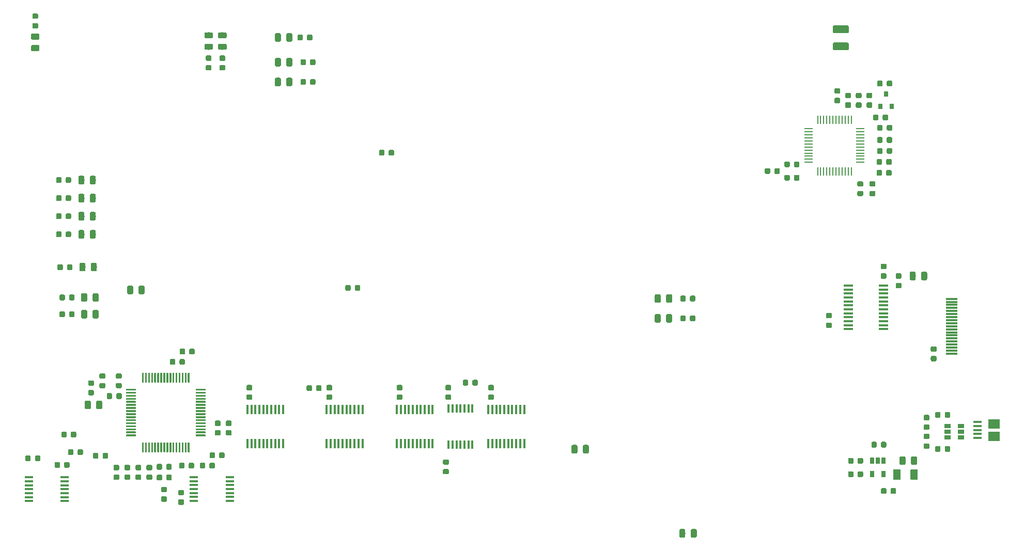
<source format=gbr>
G04 #@! TF.GenerationSoftware,KiCad,Pcbnew,5.0.2+dfsg1-1~bpo9+1*
G04 #@! TF.CreationDate,2022-02-11T12:22:13+01:00*
G04 #@! TF.ProjectId,nubus-to-ztex,6e756275-732d-4746-9f2d-7a7465782e6b,rev?*
G04 #@! TF.SameCoordinates,Original*
G04 #@! TF.FileFunction,Paste,Top*
G04 #@! TF.FilePolarity,Positive*
%FSLAX46Y46*%
G04 Gerber Fmt 4.6, Leading zero omitted, Abs format (unit mm)*
G04 Created by KiCad (PCBNEW 5.0.2+dfsg1-1~bpo9+1) date Fri Feb 11 12:22:13 2022*
%MOMM*%
%LPD*%
G01*
G04 APERTURE LIST*
%ADD10C,0.100000*%
%ADD11C,0.875000*%
%ADD12C,0.975000*%
%ADD13R,0.450000X1.450000*%
%ADD14C,0.300000*%
%ADD15R,0.450000X1.550000*%
%ADD16R,1.450000X0.450000*%
%ADD17R,1.570000X0.410000*%
%ADD18R,1.900000X1.500000*%
%ADD19R,1.350000X0.400000*%
%ADD20R,0.800000X0.900000*%
%ADD21R,1.473200X0.279400*%
%ADD22R,0.279400X1.473200*%
%ADD23C,1.250000*%
%ADD24R,0.650000X1.060000*%
%ADD25R,1.060000X0.650000*%
%ADD26R,1.900000X0.300000*%
G04 APERTURE END LIST*
D10*
G04 #@! TO.C,R36*
G36*
X113852691Y-83226053D02*
X113873926Y-83229203D01*
X113894750Y-83234419D01*
X113914962Y-83241651D01*
X113934368Y-83250830D01*
X113952781Y-83261866D01*
X113970024Y-83274654D01*
X113985930Y-83289070D01*
X114000346Y-83304976D01*
X114013134Y-83322219D01*
X114024170Y-83340632D01*
X114033349Y-83360038D01*
X114040581Y-83380250D01*
X114045797Y-83401074D01*
X114048947Y-83422309D01*
X114050000Y-83443750D01*
X114050000Y-83956250D01*
X114048947Y-83977691D01*
X114045797Y-83998926D01*
X114040581Y-84019750D01*
X114033349Y-84039962D01*
X114024170Y-84059368D01*
X114013134Y-84077781D01*
X114000346Y-84095024D01*
X113985930Y-84110930D01*
X113970024Y-84125346D01*
X113952781Y-84138134D01*
X113934368Y-84149170D01*
X113914962Y-84158349D01*
X113894750Y-84165581D01*
X113873926Y-84170797D01*
X113852691Y-84173947D01*
X113831250Y-84175000D01*
X113393750Y-84175000D01*
X113372309Y-84173947D01*
X113351074Y-84170797D01*
X113330250Y-84165581D01*
X113310038Y-84158349D01*
X113290632Y-84149170D01*
X113272219Y-84138134D01*
X113254976Y-84125346D01*
X113239070Y-84110930D01*
X113224654Y-84095024D01*
X113211866Y-84077781D01*
X113200830Y-84059368D01*
X113191651Y-84039962D01*
X113184419Y-84019750D01*
X113179203Y-83998926D01*
X113176053Y-83977691D01*
X113175000Y-83956250D01*
X113175000Y-83443750D01*
X113176053Y-83422309D01*
X113179203Y-83401074D01*
X113184419Y-83380250D01*
X113191651Y-83360038D01*
X113200830Y-83340632D01*
X113211866Y-83322219D01*
X113224654Y-83304976D01*
X113239070Y-83289070D01*
X113254976Y-83274654D01*
X113272219Y-83261866D01*
X113290632Y-83250830D01*
X113310038Y-83241651D01*
X113330250Y-83234419D01*
X113351074Y-83229203D01*
X113372309Y-83226053D01*
X113393750Y-83225000D01*
X113831250Y-83225000D01*
X113852691Y-83226053D01*
X113852691Y-83226053D01*
G37*
D11*
X113612500Y-83700000D03*
D10*
G36*
X115427691Y-83226053D02*
X115448926Y-83229203D01*
X115469750Y-83234419D01*
X115489962Y-83241651D01*
X115509368Y-83250830D01*
X115527781Y-83261866D01*
X115545024Y-83274654D01*
X115560930Y-83289070D01*
X115575346Y-83304976D01*
X115588134Y-83322219D01*
X115599170Y-83340632D01*
X115608349Y-83360038D01*
X115615581Y-83380250D01*
X115620797Y-83401074D01*
X115623947Y-83422309D01*
X115625000Y-83443750D01*
X115625000Y-83956250D01*
X115623947Y-83977691D01*
X115620797Y-83998926D01*
X115615581Y-84019750D01*
X115608349Y-84039962D01*
X115599170Y-84059368D01*
X115588134Y-84077781D01*
X115575346Y-84095024D01*
X115560930Y-84110930D01*
X115545024Y-84125346D01*
X115527781Y-84138134D01*
X115509368Y-84149170D01*
X115489962Y-84158349D01*
X115469750Y-84165581D01*
X115448926Y-84170797D01*
X115427691Y-84173947D01*
X115406250Y-84175000D01*
X114968750Y-84175000D01*
X114947309Y-84173947D01*
X114926074Y-84170797D01*
X114905250Y-84165581D01*
X114885038Y-84158349D01*
X114865632Y-84149170D01*
X114847219Y-84138134D01*
X114829976Y-84125346D01*
X114814070Y-84110930D01*
X114799654Y-84095024D01*
X114786866Y-84077781D01*
X114775830Y-84059368D01*
X114766651Y-84039962D01*
X114759419Y-84019750D01*
X114754203Y-83998926D01*
X114751053Y-83977691D01*
X114750000Y-83956250D01*
X114750000Y-83443750D01*
X114751053Y-83422309D01*
X114754203Y-83401074D01*
X114759419Y-83380250D01*
X114766651Y-83360038D01*
X114775830Y-83340632D01*
X114786866Y-83322219D01*
X114799654Y-83304976D01*
X114814070Y-83289070D01*
X114829976Y-83274654D01*
X114847219Y-83261866D01*
X114865632Y-83250830D01*
X114885038Y-83241651D01*
X114905250Y-83234419D01*
X114926074Y-83229203D01*
X114947309Y-83226053D01*
X114968750Y-83225000D01*
X115406250Y-83225000D01*
X115427691Y-83226053D01*
X115427691Y-83226053D01*
G37*
D11*
X115187500Y-83700000D03*
G04 #@! TD*
D10*
G04 #@! TO.C,R37*
G36*
X119752691Y-79326053D02*
X119773926Y-79329203D01*
X119794750Y-79334419D01*
X119814962Y-79341651D01*
X119834368Y-79350830D01*
X119852781Y-79361866D01*
X119870024Y-79374654D01*
X119885930Y-79389070D01*
X119900346Y-79404976D01*
X119913134Y-79422219D01*
X119924170Y-79440632D01*
X119933349Y-79460038D01*
X119940581Y-79480250D01*
X119945797Y-79501074D01*
X119948947Y-79522309D01*
X119950000Y-79543750D01*
X119950000Y-80056250D01*
X119948947Y-80077691D01*
X119945797Y-80098926D01*
X119940581Y-80119750D01*
X119933349Y-80139962D01*
X119924170Y-80159368D01*
X119913134Y-80177781D01*
X119900346Y-80195024D01*
X119885930Y-80210930D01*
X119870024Y-80225346D01*
X119852781Y-80238134D01*
X119834368Y-80249170D01*
X119814962Y-80258349D01*
X119794750Y-80265581D01*
X119773926Y-80270797D01*
X119752691Y-80273947D01*
X119731250Y-80275000D01*
X119293750Y-80275000D01*
X119272309Y-80273947D01*
X119251074Y-80270797D01*
X119230250Y-80265581D01*
X119210038Y-80258349D01*
X119190632Y-80249170D01*
X119172219Y-80238134D01*
X119154976Y-80225346D01*
X119139070Y-80210930D01*
X119124654Y-80195024D01*
X119111866Y-80177781D01*
X119100830Y-80159368D01*
X119091651Y-80139962D01*
X119084419Y-80119750D01*
X119079203Y-80098926D01*
X119076053Y-80077691D01*
X119075000Y-80056250D01*
X119075000Y-79543750D01*
X119076053Y-79522309D01*
X119079203Y-79501074D01*
X119084419Y-79480250D01*
X119091651Y-79460038D01*
X119100830Y-79440632D01*
X119111866Y-79422219D01*
X119124654Y-79404976D01*
X119139070Y-79389070D01*
X119154976Y-79374654D01*
X119172219Y-79361866D01*
X119190632Y-79350830D01*
X119210038Y-79341651D01*
X119230250Y-79334419D01*
X119251074Y-79329203D01*
X119272309Y-79326053D01*
X119293750Y-79325000D01*
X119731250Y-79325000D01*
X119752691Y-79326053D01*
X119752691Y-79326053D01*
G37*
D11*
X119512500Y-79800000D03*
D10*
G36*
X121327691Y-79326053D02*
X121348926Y-79329203D01*
X121369750Y-79334419D01*
X121389962Y-79341651D01*
X121409368Y-79350830D01*
X121427781Y-79361866D01*
X121445024Y-79374654D01*
X121460930Y-79389070D01*
X121475346Y-79404976D01*
X121488134Y-79422219D01*
X121499170Y-79440632D01*
X121508349Y-79460038D01*
X121515581Y-79480250D01*
X121520797Y-79501074D01*
X121523947Y-79522309D01*
X121525000Y-79543750D01*
X121525000Y-80056250D01*
X121523947Y-80077691D01*
X121520797Y-80098926D01*
X121515581Y-80119750D01*
X121508349Y-80139962D01*
X121499170Y-80159368D01*
X121488134Y-80177781D01*
X121475346Y-80195024D01*
X121460930Y-80210930D01*
X121445024Y-80225346D01*
X121427781Y-80238134D01*
X121409368Y-80249170D01*
X121389962Y-80258349D01*
X121369750Y-80265581D01*
X121348926Y-80270797D01*
X121327691Y-80273947D01*
X121306250Y-80275000D01*
X120868750Y-80275000D01*
X120847309Y-80273947D01*
X120826074Y-80270797D01*
X120805250Y-80265581D01*
X120785038Y-80258349D01*
X120765632Y-80249170D01*
X120747219Y-80238134D01*
X120729976Y-80225346D01*
X120714070Y-80210930D01*
X120699654Y-80195024D01*
X120686866Y-80177781D01*
X120675830Y-80159368D01*
X120666651Y-80139962D01*
X120659419Y-80119750D01*
X120654203Y-80098926D01*
X120651053Y-80077691D01*
X120650000Y-80056250D01*
X120650000Y-79543750D01*
X120651053Y-79522309D01*
X120654203Y-79501074D01*
X120659419Y-79480250D01*
X120666651Y-79460038D01*
X120675830Y-79440632D01*
X120686866Y-79422219D01*
X120699654Y-79404976D01*
X120714070Y-79389070D01*
X120729976Y-79374654D01*
X120747219Y-79361866D01*
X120765632Y-79350830D01*
X120785038Y-79341651D01*
X120805250Y-79334419D01*
X120826074Y-79329203D01*
X120847309Y-79326053D01*
X120868750Y-79325000D01*
X121306250Y-79325000D01*
X121327691Y-79326053D01*
X121327691Y-79326053D01*
G37*
D11*
X121087500Y-79800000D03*
G04 #@! TD*
D10*
G04 #@! TO.C,R38*
G36*
X124952691Y-82826053D02*
X124973926Y-82829203D01*
X124994750Y-82834419D01*
X125014962Y-82841651D01*
X125034368Y-82850830D01*
X125052781Y-82861866D01*
X125070024Y-82874654D01*
X125085930Y-82889070D01*
X125100346Y-82904976D01*
X125113134Y-82922219D01*
X125124170Y-82940632D01*
X125133349Y-82960038D01*
X125140581Y-82980250D01*
X125145797Y-83001074D01*
X125148947Y-83022309D01*
X125150000Y-83043750D01*
X125150000Y-83556250D01*
X125148947Y-83577691D01*
X125145797Y-83598926D01*
X125140581Y-83619750D01*
X125133349Y-83639962D01*
X125124170Y-83659368D01*
X125113134Y-83677781D01*
X125100346Y-83695024D01*
X125085930Y-83710930D01*
X125070024Y-83725346D01*
X125052781Y-83738134D01*
X125034368Y-83749170D01*
X125014962Y-83758349D01*
X124994750Y-83765581D01*
X124973926Y-83770797D01*
X124952691Y-83773947D01*
X124931250Y-83775000D01*
X124493750Y-83775000D01*
X124472309Y-83773947D01*
X124451074Y-83770797D01*
X124430250Y-83765581D01*
X124410038Y-83758349D01*
X124390632Y-83749170D01*
X124372219Y-83738134D01*
X124354976Y-83725346D01*
X124339070Y-83710930D01*
X124324654Y-83695024D01*
X124311866Y-83677781D01*
X124300830Y-83659368D01*
X124291651Y-83639962D01*
X124284419Y-83619750D01*
X124279203Y-83598926D01*
X124276053Y-83577691D01*
X124275000Y-83556250D01*
X124275000Y-83043750D01*
X124276053Y-83022309D01*
X124279203Y-83001074D01*
X124284419Y-82980250D01*
X124291651Y-82960038D01*
X124300830Y-82940632D01*
X124311866Y-82922219D01*
X124324654Y-82904976D01*
X124339070Y-82889070D01*
X124354976Y-82874654D01*
X124372219Y-82861866D01*
X124390632Y-82850830D01*
X124410038Y-82841651D01*
X124430250Y-82834419D01*
X124451074Y-82829203D01*
X124472309Y-82826053D01*
X124493750Y-82825000D01*
X124931250Y-82825000D01*
X124952691Y-82826053D01*
X124952691Y-82826053D01*
G37*
D11*
X124712500Y-83300000D03*
D10*
G36*
X126527691Y-82826053D02*
X126548926Y-82829203D01*
X126569750Y-82834419D01*
X126589962Y-82841651D01*
X126609368Y-82850830D01*
X126627781Y-82861866D01*
X126645024Y-82874654D01*
X126660930Y-82889070D01*
X126675346Y-82904976D01*
X126688134Y-82922219D01*
X126699170Y-82940632D01*
X126708349Y-82960038D01*
X126715581Y-82980250D01*
X126720797Y-83001074D01*
X126723947Y-83022309D01*
X126725000Y-83043750D01*
X126725000Y-83556250D01*
X126723947Y-83577691D01*
X126720797Y-83598926D01*
X126715581Y-83619750D01*
X126708349Y-83639962D01*
X126699170Y-83659368D01*
X126688134Y-83677781D01*
X126675346Y-83695024D01*
X126660930Y-83710930D01*
X126645024Y-83725346D01*
X126627781Y-83738134D01*
X126609368Y-83749170D01*
X126589962Y-83758349D01*
X126569750Y-83765581D01*
X126548926Y-83770797D01*
X126527691Y-83773947D01*
X126506250Y-83775000D01*
X126068750Y-83775000D01*
X126047309Y-83773947D01*
X126026074Y-83770797D01*
X126005250Y-83765581D01*
X125985038Y-83758349D01*
X125965632Y-83749170D01*
X125947219Y-83738134D01*
X125929976Y-83725346D01*
X125914070Y-83710930D01*
X125899654Y-83695024D01*
X125886866Y-83677781D01*
X125875830Y-83659368D01*
X125866651Y-83639962D01*
X125859419Y-83619750D01*
X125854203Y-83598926D01*
X125851053Y-83577691D01*
X125850000Y-83556250D01*
X125850000Y-83043750D01*
X125851053Y-83022309D01*
X125854203Y-83001074D01*
X125859419Y-82980250D01*
X125866651Y-82960038D01*
X125875830Y-82940632D01*
X125886866Y-82922219D01*
X125899654Y-82904976D01*
X125914070Y-82889070D01*
X125929976Y-82874654D01*
X125947219Y-82861866D01*
X125965632Y-82850830D01*
X125985038Y-82841651D01*
X126005250Y-82834419D01*
X126026074Y-82829203D01*
X126047309Y-82826053D01*
X126068750Y-82825000D01*
X126506250Y-82825000D01*
X126527691Y-82826053D01*
X126527691Y-82826053D01*
G37*
D11*
X126287500Y-83300000D03*
G04 #@! TD*
D10*
G04 #@! TO.C,R39*
G36*
X120852691Y-82226053D02*
X120873926Y-82229203D01*
X120894750Y-82234419D01*
X120914962Y-82241651D01*
X120934368Y-82250830D01*
X120952781Y-82261866D01*
X120970024Y-82274654D01*
X120985930Y-82289070D01*
X121000346Y-82304976D01*
X121013134Y-82322219D01*
X121024170Y-82340632D01*
X121033349Y-82360038D01*
X121040581Y-82380250D01*
X121045797Y-82401074D01*
X121048947Y-82422309D01*
X121050000Y-82443750D01*
X121050000Y-82956250D01*
X121048947Y-82977691D01*
X121045797Y-82998926D01*
X121040581Y-83019750D01*
X121033349Y-83039962D01*
X121024170Y-83059368D01*
X121013134Y-83077781D01*
X121000346Y-83095024D01*
X120985930Y-83110930D01*
X120970024Y-83125346D01*
X120952781Y-83138134D01*
X120934368Y-83149170D01*
X120914962Y-83158349D01*
X120894750Y-83165581D01*
X120873926Y-83170797D01*
X120852691Y-83173947D01*
X120831250Y-83175000D01*
X120393750Y-83175000D01*
X120372309Y-83173947D01*
X120351074Y-83170797D01*
X120330250Y-83165581D01*
X120310038Y-83158349D01*
X120290632Y-83149170D01*
X120272219Y-83138134D01*
X120254976Y-83125346D01*
X120239070Y-83110930D01*
X120224654Y-83095024D01*
X120211866Y-83077781D01*
X120200830Y-83059368D01*
X120191651Y-83039962D01*
X120184419Y-83019750D01*
X120179203Y-82998926D01*
X120176053Y-82977691D01*
X120175000Y-82956250D01*
X120175000Y-82443750D01*
X120176053Y-82422309D01*
X120179203Y-82401074D01*
X120184419Y-82380250D01*
X120191651Y-82360038D01*
X120200830Y-82340632D01*
X120211866Y-82322219D01*
X120224654Y-82304976D01*
X120239070Y-82289070D01*
X120254976Y-82274654D01*
X120272219Y-82261866D01*
X120290632Y-82250830D01*
X120310038Y-82241651D01*
X120330250Y-82234419D01*
X120351074Y-82229203D01*
X120372309Y-82226053D01*
X120393750Y-82225000D01*
X120831250Y-82225000D01*
X120852691Y-82226053D01*
X120852691Y-82226053D01*
G37*
D11*
X120612500Y-82700000D03*
D10*
G36*
X122427691Y-82226053D02*
X122448926Y-82229203D01*
X122469750Y-82234419D01*
X122489962Y-82241651D01*
X122509368Y-82250830D01*
X122527781Y-82261866D01*
X122545024Y-82274654D01*
X122560930Y-82289070D01*
X122575346Y-82304976D01*
X122588134Y-82322219D01*
X122599170Y-82340632D01*
X122608349Y-82360038D01*
X122615581Y-82380250D01*
X122620797Y-82401074D01*
X122623947Y-82422309D01*
X122625000Y-82443750D01*
X122625000Y-82956250D01*
X122623947Y-82977691D01*
X122620797Y-82998926D01*
X122615581Y-83019750D01*
X122608349Y-83039962D01*
X122599170Y-83059368D01*
X122588134Y-83077781D01*
X122575346Y-83095024D01*
X122560930Y-83110930D01*
X122545024Y-83125346D01*
X122527781Y-83138134D01*
X122509368Y-83149170D01*
X122489962Y-83158349D01*
X122469750Y-83165581D01*
X122448926Y-83170797D01*
X122427691Y-83173947D01*
X122406250Y-83175000D01*
X121968750Y-83175000D01*
X121947309Y-83173947D01*
X121926074Y-83170797D01*
X121905250Y-83165581D01*
X121885038Y-83158349D01*
X121865632Y-83149170D01*
X121847219Y-83138134D01*
X121829976Y-83125346D01*
X121814070Y-83110930D01*
X121799654Y-83095024D01*
X121786866Y-83077781D01*
X121775830Y-83059368D01*
X121766651Y-83039962D01*
X121759419Y-83019750D01*
X121754203Y-82998926D01*
X121751053Y-82977691D01*
X121750000Y-82956250D01*
X121750000Y-82443750D01*
X121751053Y-82422309D01*
X121754203Y-82401074D01*
X121759419Y-82380250D01*
X121766651Y-82360038D01*
X121775830Y-82340632D01*
X121786866Y-82322219D01*
X121799654Y-82304976D01*
X121814070Y-82289070D01*
X121829976Y-82274654D01*
X121847219Y-82261866D01*
X121865632Y-82250830D01*
X121885038Y-82241651D01*
X121905250Y-82234419D01*
X121926074Y-82229203D01*
X121947309Y-82226053D01*
X121968750Y-82225000D01*
X122406250Y-82225000D01*
X122427691Y-82226053D01*
X122427691Y-82226053D01*
G37*
D11*
X122187500Y-82700000D03*
G04 #@! TD*
D10*
G04 #@! TO.C,R40*
G36*
X182377691Y-83876053D02*
X182398926Y-83879203D01*
X182419750Y-83884419D01*
X182439962Y-83891651D01*
X182459368Y-83900830D01*
X182477781Y-83911866D01*
X182495024Y-83924654D01*
X182510930Y-83939070D01*
X182525346Y-83954976D01*
X182538134Y-83972219D01*
X182549170Y-83990632D01*
X182558349Y-84010038D01*
X182565581Y-84030250D01*
X182570797Y-84051074D01*
X182573947Y-84072309D01*
X182575000Y-84093750D01*
X182575000Y-84531250D01*
X182573947Y-84552691D01*
X182570797Y-84573926D01*
X182565581Y-84594750D01*
X182558349Y-84614962D01*
X182549170Y-84634368D01*
X182538134Y-84652781D01*
X182525346Y-84670024D01*
X182510930Y-84685930D01*
X182495024Y-84700346D01*
X182477781Y-84713134D01*
X182459368Y-84724170D01*
X182439962Y-84733349D01*
X182419750Y-84740581D01*
X182398926Y-84745797D01*
X182377691Y-84748947D01*
X182356250Y-84750000D01*
X181843750Y-84750000D01*
X181822309Y-84748947D01*
X181801074Y-84745797D01*
X181780250Y-84740581D01*
X181760038Y-84733349D01*
X181740632Y-84724170D01*
X181722219Y-84713134D01*
X181704976Y-84700346D01*
X181689070Y-84685930D01*
X181674654Y-84670024D01*
X181661866Y-84652781D01*
X181650830Y-84634368D01*
X181641651Y-84614962D01*
X181634419Y-84594750D01*
X181629203Y-84573926D01*
X181626053Y-84552691D01*
X181625000Y-84531250D01*
X181625000Y-84093750D01*
X181626053Y-84072309D01*
X181629203Y-84051074D01*
X181634419Y-84030250D01*
X181641651Y-84010038D01*
X181650830Y-83990632D01*
X181661866Y-83972219D01*
X181674654Y-83954976D01*
X181689070Y-83939070D01*
X181704976Y-83924654D01*
X181722219Y-83911866D01*
X181740632Y-83900830D01*
X181760038Y-83891651D01*
X181780250Y-83884419D01*
X181801074Y-83879203D01*
X181822309Y-83876053D01*
X181843750Y-83875000D01*
X182356250Y-83875000D01*
X182377691Y-83876053D01*
X182377691Y-83876053D01*
G37*
D11*
X182100000Y-84312500D03*
D10*
G36*
X182377691Y-85451053D02*
X182398926Y-85454203D01*
X182419750Y-85459419D01*
X182439962Y-85466651D01*
X182459368Y-85475830D01*
X182477781Y-85486866D01*
X182495024Y-85499654D01*
X182510930Y-85514070D01*
X182525346Y-85529976D01*
X182538134Y-85547219D01*
X182549170Y-85565632D01*
X182558349Y-85585038D01*
X182565581Y-85605250D01*
X182570797Y-85626074D01*
X182573947Y-85647309D01*
X182575000Y-85668750D01*
X182575000Y-86106250D01*
X182573947Y-86127691D01*
X182570797Y-86148926D01*
X182565581Y-86169750D01*
X182558349Y-86189962D01*
X182549170Y-86209368D01*
X182538134Y-86227781D01*
X182525346Y-86245024D01*
X182510930Y-86260930D01*
X182495024Y-86275346D01*
X182477781Y-86288134D01*
X182459368Y-86299170D01*
X182439962Y-86308349D01*
X182419750Y-86315581D01*
X182398926Y-86320797D01*
X182377691Y-86323947D01*
X182356250Y-86325000D01*
X181843750Y-86325000D01*
X181822309Y-86323947D01*
X181801074Y-86320797D01*
X181780250Y-86315581D01*
X181760038Y-86308349D01*
X181740632Y-86299170D01*
X181722219Y-86288134D01*
X181704976Y-86275346D01*
X181689070Y-86260930D01*
X181674654Y-86245024D01*
X181661866Y-86227781D01*
X181650830Y-86209368D01*
X181641651Y-86189962D01*
X181634419Y-86169750D01*
X181629203Y-86148926D01*
X181626053Y-86127691D01*
X181625000Y-86106250D01*
X181625000Y-85668750D01*
X181626053Y-85647309D01*
X181629203Y-85626074D01*
X181634419Y-85605250D01*
X181641651Y-85585038D01*
X181650830Y-85565632D01*
X181661866Y-85547219D01*
X181674654Y-85529976D01*
X181689070Y-85514070D01*
X181704976Y-85499654D01*
X181722219Y-85486866D01*
X181740632Y-85475830D01*
X181760038Y-85466651D01*
X181780250Y-85459419D01*
X181801074Y-85454203D01*
X181822309Y-85451053D01*
X181843750Y-85450000D01*
X182356250Y-85450000D01*
X182377691Y-85451053D01*
X182377691Y-85451053D01*
G37*
D11*
X182100000Y-85887500D03*
G04 #@! TD*
D10*
G04 #@! TO.C,R41*
G36*
X187127691Y-70826053D02*
X187148926Y-70829203D01*
X187169750Y-70834419D01*
X187189962Y-70841651D01*
X187209368Y-70850830D01*
X187227781Y-70861866D01*
X187245024Y-70874654D01*
X187260930Y-70889070D01*
X187275346Y-70904976D01*
X187288134Y-70922219D01*
X187299170Y-70940632D01*
X187308349Y-70960038D01*
X187315581Y-70980250D01*
X187320797Y-71001074D01*
X187323947Y-71022309D01*
X187325000Y-71043750D01*
X187325000Y-71556250D01*
X187323947Y-71577691D01*
X187320797Y-71598926D01*
X187315581Y-71619750D01*
X187308349Y-71639962D01*
X187299170Y-71659368D01*
X187288134Y-71677781D01*
X187275346Y-71695024D01*
X187260930Y-71710930D01*
X187245024Y-71725346D01*
X187227781Y-71738134D01*
X187209368Y-71749170D01*
X187189962Y-71758349D01*
X187169750Y-71765581D01*
X187148926Y-71770797D01*
X187127691Y-71773947D01*
X187106250Y-71775000D01*
X186668750Y-71775000D01*
X186647309Y-71773947D01*
X186626074Y-71770797D01*
X186605250Y-71765581D01*
X186585038Y-71758349D01*
X186565632Y-71749170D01*
X186547219Y-71738134D01*
X186529976Y-71725346D01*
X186514070Y-71710930D01*
X186499654Y-71695024D01*
X186486866Y-71677781D01*
X186475830Y-71659368D01*
X186466651Y-71639962D01*
X186459419Y-71619750D01*
X186454203Y-71598926D01*
X186451053Y-71577691D01*
X186450000Y-71556250D01*
X186450000Y-71043750D01*
X186451053Y-71022309D01*
X186454203Y-71001074D01*
X186459419Y-70980250D01*
X186466651Y-70960038D01*
X186475830Y-70940632D01*
X186486866Y-70922219D01*
X186499654Y-70904976D01*
X186514070Y-70889070D01*
X186529976Y-70874654D01*
X186547219Y-70861866D01*
X186565632Y-70850830D01*
X186585038Y-70841651D01*
X186605250Y-70834419D01*
X186626074Y-70829203D01*
X186647309Y-70826053D01*
X186668750Y-70825000D01*
X187106250Y-70825000D01*
X187127691Y-70826053D01*
X187127691Y-70826053D01*
G37*
D11*
X186887500Y-71300000D03*
D10*
G36*
X185552691Y-70826053D02*
X185573926Y-70829203D01*
X185594750Y-70834419D01*
X185614962Y-70841651D01*
X185634368Y-70850830D01*
X185652781Y-70861866D01*
X185670024Y-70874654D01*
X185685930Y-70889070D01*
X185700346Y-70904976D01*
X185713134Y-70922219D01*
X185724170Y-70940632D01*
X185733349Y-70960038D01*
X185740581Y-70980250D01*
X185745797Y-71001074D01*
X185748947Y-71022309D01*
X185750000Y-71043750D01*
X185750000Y-71556250D01*
X185748947Y-71577691D01*
X185745797Y-71598926D01*
X185740581Y-71619750D01*
X185733349Y-71639962D01*
X185724170Y-71659368D01*
X185713134Y-71677781D01*
X185700346Y-71695024D01*
X185685930Y-71710930D01*
X185670024Y-71725346D01*
X185652781Y-71738134D01*
X185634368Y-71749170D01*
X185614962Y-71758349D01*
X185594750Y-71765581D01*
X185573926Y-71770797D01*
X185552691Y-71773947D01*
X185531250Y-71775000D01*
X185093750Y-71775000D01*
X185072309Y-71773947D01*
X185051074Y-71770797D01*
X185030250Y-71765581D01*
X185010038Y-71758349D01*
X184990632Y-71749170D01*
X184972219Y-71738134D01*
X184954976Y-71725346D01*
X184939070Y-71710930D01*
X184924654Y-71695024D01*
X184911866Y-71677781D01*
X184900830Y-71659368D01*
X184891651Y-71639962D01*
X184884419Y-71619750D01*
X184879203Y-71598926D01*
X184876053Y-71577691D01*
X184875000Y-71556250D01*
X184875000Y-71043750D01*
X184876053Y-71022309D01*
X184879203Y-71001074D01*
X184884419Y-70980250D01*
X184891651Y-70960038D01*
X184900830Y-70940632D01*
X184911866Y-70922219D01*
X184924654Y-70904976D01*
X184939070Y-70889070D01*
X184954976Y-70874654D01*
X184972219Y-70861866D01*
X184990632Y-70850830D01*
X185010038Y-70841651D01*
X185030250Y-70834419D01*
X185051074Y-70829203D01*
X185072309Y-70826053D01*
X185093750Y-70825000D01*
X185531250Y-70825000D01*
X185552691Y-70826053D01*
X185552691Y-70826053D01*
G37*
D11*
X185312500Y-71300000D03*
G04 #@! TD*
D10*
G04 #@! TO.C,R42*
G36*
X142452691Y-84426053D02*
X142473926Y-84429203D01*
X142494750Y-84434419D01*
X142514962Y-84441651D01*
X142534368Y-84450830D01*
X142552781Y-84461866D01*
X142570024Y-84474654D01*
X142585930Y-84489070D01*
X142600346Y-84504976D01*
X142613134Y-84522219D01*
X142624170Y-84540632D01*
X142633349Y-84560038D01*
X142640581Y-84580250D01*
X142645797Y-84601074D01*
X142648947Y-84622309D01*
X142650000Y-84643750D01*
X142650000Y-85156250D01*
X142648947Y-85177691D01*
X142645797Y-85198926D01*
X142640581Y-85219750D01*
X142633349Y-85239962D01*
X142624170Y-85259368D01*
X142613134Y-85277781D01*
X142600346Y-85295024D01*
X142585930Y-85310930D01*
X142570024Y-85325346D01*
X142552781Y-85338134D01*
X142534368Y-85349170D01*
X142514962Y-85358349D01*
X142494750Y-85365581D01*
X142473926Y-85370797D01*
X142452691Y-85373947D01*
X142431250Y-85375000D01*
X141993750Y-85375000D01*
X141972309Y-85373947D01*
X141951074Y-85370797D01*
X141930250Y-85365581D01*
X141910038Y-85358349D01*
X141890632Y-85349170D01*
X141872219Y-85338134D01*
X141854976Y-85325346D01*
X141839070Y-85310930D01*
X141824654Y-85295024D01*
X141811866Y-85277781D01*
X141800830Y-85259368D01*
X141791651Y-85239962D01*
X141784419Y-85219750D01*
X141779203Y-85198926D01*
X141776053Y-85177691D01*
X141775000Y-85156250D01*
X141775000Y-84643750D01*
X141776053Y-84622309D01*
X141779203Y-84601074D01*
X141784419Y-84580250D01*
X141791651Y-84560038D01*
X141800830Y-84540632D01*
X141811866Y-84522219D01*
X141824654Y-84504976D01*
X141839070Y-84489070D01*
X141854976Y-84474654D01*
X141872219Y-84461866D01*
X141890632Y-84450830D01*
X141910038Y-84441651D01*
X141930250Y-84434419D01*
X141951074Y-84429203D01*
X141972309Y-84426053D01*
X141993750Y-84425000D01*
X142431250Y-84425000D01*
X142452691Y-84426053D01*
X142452691Y-84426053D01*
G37*
D11*
X142212500Y-84900000D03*
D10*
G36*
X144027691Y-84426053D02*
X144048926Y-84429203D01*
X144069750Y-84434419D01*
X144089962Y-84441651D01*
X144109368Y-84450830D01*
X144127781Y-84461866D01*
X144145024Y-84474654D01*
X144160930Y-84489070D01*
X144175346Y-84504976D01*
X144188134Y-84522219D01*
X144199170Y-84540632D01*
X144208349Y-84560038D01*
X144215581Y-84580250D01*
X144220797Y-84601074D01*
X144223947Y-84622309D01*
X144225000Y-84643750D01*
X144225000Y-85156250D01*
X144223947Y-85177691D01*
X144220797Y-85198926D01*
X144215581Y-85219750D01*
X144208349Y-85239962D01*
X144199170Y-85259368D01*
X144188134Y-85277781D01*
X144175346Y-85295024D01*
X144160930Y-85310930D01*
X144145024Y-85325346D01*
X144127781Y-85338134D01*
X144109368Y-85349170D01*
X144089962Y-85358349D01*
X144069750Y-85365581D01*
X144048926Y-85370797D01*
X144027691Y-85373947D01*
X144006250Y-85375000D01*
X143568750Y-85375000D01*
X143547309Y-85373947D01*
X143526074Y-85370797D01*
X143505250Y-85365581D01*
X143485038Y-85358349D01*
X143465632Y-85349170D01*
X143447219Y-85338134D01*
X143429976Y-85325346D01*
X143414070Y-85310930D01*
X143399654Y-85295024D01*
X143386866Y-85277781D01*
X143375830Y-85259368D01*
X143366651Y-85239962D01*
X143359419Y-85219750D01*
X143354203Y-85198926D01*
X143351053Y-85177691D01*
X143350000Y-85156250D01*
X143350000Y-84643750D01*
X143351053Y-84622309D01*
X143354203Y-84601074D01*
X143359419Y-84580250D01*
X143366651Y-84560038D01*
X143375830Y-84540632D01*
X143386866Y-84522219D01*
X143399654Y-84504976D01*
X143414070Y-84489070D01*
X143429976Y-84474654D01*
X143447219Y-84461866D01*
X143465632Y-84450830D01*
X143485038Y-84441651D01*
X143505250Y-84434419D01*
X143526074Y-84429203D01*
X143547309Y-84426053D01*
X143568750Y-84425000D01*
X144006250Y-84425000D01*
X144027691Y-84426053D01*
X144027691Y-84426053D01*
G37*
D11*
X143787500Y-84900000D03*
G04 #@! TD*
D10*
G04 #@! TO.C,R43*
G36*
X144052691Y-82726053D02*
X144073926Y-82729203D01*
X144094750Y-82734419D01*
X144114962Y-82741651D01*
X144134368Y-82750830D01*
X144152781Y-82761866D01*
X144170024Y-82774654D01*
X144185930Y-82789070D01*
X144200346Y-82804976D01*
X144213134Y-82822219D01*
X144224170Y-82840632D01*
X144233349Y-82860038D01*
X144240581Y-82880250D01*
X144245797Y-82901074D01*
X144248947Y-82922309D01*
X144250000Y-82943750D01*
X144250000Y-83456250D01*
X144248947Y-83477691D01*
X144245797Y-83498926D01*
X144240581Y-83519750D01*
X144233349Y-83539962D01*
X144224170Y-83559368D01*
X144213134Y-83577781D01*
X144200346Y-83595024D01*
X144185930Y-83610930D01*
X144170024Y-83625346D01*
X144152781Y-83638134D01*
X144134368Y-83649170D01*
X144114962Y-83658349D01*
X144094750Y-83665581D01*
X144073926Y-83670797D01*
X144052691Y-83673947D01*
X144031250Y-83675000D01*
X143593750Y-83675000D01*
X143572309Y-83673947D01*
X143551074Y-83670797D01*
X143530250Y-83665581D01*
X143510038Y-83658349D01*
X143490632Y-83649170D01*
X143472219Y-83638134D01*
X143454976Y-83625346D01*
X143439070Y-83610930D01*
X143424654Y-83595024D01*
X143411866Y-83577781D01*
X143400830Y-83559368D01*
X143391651Y-83539962D01*
X143384419Y-83519750D01*
X143379203Y-83498926D01*
X143376053Y-83477691D01*
X143375000Y-83456250D01*
X143375000Y-82943750D01*
X143376053Y-82922309D01*
X143379203Y-82901074D01*
X143384419Y-82880250D01*
X143391651Y-82860038D01*
X143400830Y-82840632D01*
X143411866Y-82822219D01*
X143424654Y-82804976D01*
X143439070Y-82789070D01*
X143454976Y-82774654D01*
X143472219Y-82761866D01*
X143490632Y-82750830D01*
X143510038Y-82741651D01*
X143530250Y-82734419D01*
X143551074Y-82729203D01*
X143572309Y-82726053D01*
X143593750Y-82725000D01*
X144031250Y-82725000D01*
X144052691Y-82726053D01*
X144052691Y-82726053D01*
G37*
D11*
X143812500Y-83200000D03*
D10*
G36*
X145627691Y-82726053D02*
X145648926Y-82729203D01*
X145669750Y-82734419D01*
X145689962Y-82741651D01*
X145709368Y-82750830D01*
X145727781Y-82761866D01*
X145745024Y-82774654D01*
X145760930Y-82789070D01*
X145775346Y-82804976D01*
X145788134Y-82822219D01*
X145799170Y-82840632D01*
X145808349Y-82860038D01*
X145815581Y-82880250D01*
X145820797Y-82901074D01*
X145823947Y-82922309D01*
X145825000Y-82943750D01*
X145825000Y-83456250D01*
X145823947Y-83477691D01*
X145820797Y-83498926D01*
X145815581Y-83519750D01*
X145808349Y-83539962D01*
X145799170Y-83559368D01*
X145788134Y-83577781D01*
X145775346Y-83595024D01*
X145760930Y-83610930D01*
X145745024Y-83625346D01*
X145727781Y-83638134D01*
X145709368Y-83649170D01*
X145689962Y-83658349D01*
X145669750Y-83665581D01*
X145648926Y-83670797D01*
X145627691Y-83673947D01*
X145606250Y-83675000D01*
X145168750Y-83675000D01*
X145147309Y-83673947D01*
X145126074Y-83670797D01*
X145105250Y-83665581D01*
X145085038Y-83658349D01*
X145065632Y-83649170D01*
X145047219Y-83638134D01*
X145029976Y-83625346D01*
X145014070Y-83610930D01*
X144999654Y-83595024D01*
X144986866Y-83577781D01*
X144975830Y-83559368D01*
X144966651Y-83539962D01*
X144959419Y-83519750D01*
X144954203Y-83498926D01*
X144951053Y-83477691D01*
X144950000Y-83456250D01*
X144950000Y-82943750D01*
X144951053Y-82922309D01*
X144954203Y-82901074D01*
X144959419Y-82880250D01*
X144966651Y-82860038D01*
X144975830Y-82840632D01*
X144986866Y-82822219D01*
X144999654Y-82804976D01*
X145014070Y-82789070D01*
X145029976Y-82774654D01*
X145047219Y-82761866D01*
X145065632Y-82750830D01*
X145085038Y-82741651D01*
X145105250Y-82734419D01*
X145126074Y-82729203D01*
X145147309Y-82726053D01*
X145168750Y-82725000D01*
X145606250Y-82725000D01*
X145627691Y-82726053D01*
X145627691Y-82726053D01*
G37*
D11*
X145387500Y-83200000D03*
G04 #@! TD*
D10*
G04 #@! TO.C,R44*
G36*
X136177691Y-88376053D02*
X136198926Y-88379203D01*
X136219750Y-88384419D01*
X136239962Y-88391651D01*
X136259368Y-88400830D01*
X136277781Y-88411866D01*
X136295024Y-88424654D01*
X136310930Y-88439070D01*
X136325346Y-88454976D01*
X136338134Y-88472219D01*
X136349170Y-88490632D01*
X136358349Y-88510038D01*
X136365581Y-88530250D01*
X136370797Y-88551074D01*
X136373947Y-88572309D01*
X136375000Y-88593750D01*
X136375000Y-89031250D01*
X136373947Y-89052691D01*
X136370797Y-89073926D01*
X136365581Y-89094750D01*
X136358349Y-89114962D01*
X136349170Y-89134368D01*
X136338134Y-89152781D01*
X136325346Y-89170024D01*
X136310930Y-89185930D01*
X136295024Y-89200346D01*
X136277781Y-89213134D01*
X136259368Y-89224170D01*
X136239962Y-89233349D01*
X136219750Y-89240581D01*
X136198926Y-89245797D01*
X136177691Y-89248947D01*
X136156250Y-89250000D01*
X135643750Y-89250000D01*
X135622309Y-89248947D01*
X135601074Y-89245797D01*
X135580250Y-89240581D01*
X135560038Y-89233349D01*
X135540632Y-89224170D01*
X135522219Y-89213134D01*
X135504976Y-89200346D01*
X135489070Y-89185930D01*
X135474654Y-89170024D01*
X135461866Y-89152781D01*
X135450830Y-89134368D01*
X135441651Y-89114962D01*
X135434419Y-89094750D01*
X135429203Y-89073926D01*
X135426053Y-89052691D01*
X135425000Y-89031250D01*
X135425000Y-88593750D01*
X135426053Y-88572309D01*
X135429203Y-88551074D01*
X135434419Y-88530250D01*
X135441651Y-88510038D01*
X135450830Y-88490632D01*
X135461866Y-88472219D01*
X135474654Y-88454976D01*
X135489070Y-88439070D01*
X135504976Y-88424654D01*
X135522219Y-88411866D01*
X135540632Y-88400830D01*
X135560038Y-88391651D01*
X135580250Y-88384419D01*
X135601074Y-88379203D01*
X135622309Y-88376053D01*
X135643750Y-88375000D01*
X136156250Y-88375000D01*
X136177691Y-88376053D01*
X136177691Y-88376053D01*
G37*
D11*
X135900000Y-88812500D03*
D10*
G36*
X136177691Y-89951053D02*
X136198926Y-89954203D01*
X136219750Y-89959419D01*
X136239962Y-89966651D01*
X136259368Y-89975830D01*
X136277781Y-89986866D01*
X136295024Y-89999654D01*
X136310930Y-90014070D01*
X136325346Y-90029976D01*
X136338134Y-90047219D01*
X136349170Y-90065632D01*
X136358349Y-90085038D01*
X136365581Y-90105250D01*
X136370797Y-90126074D01*
X136373947Y-90147309D01*
X136375000Y-90168750D01*
X136375000Y-90606250D01*
X136373947Y-90627691D01*
X136370797Y-90648926D01*
X136365581Y-90669750D01*
X136358349Y-90689962D01*
X136349170Y-90709368D01*
X136338134Y-90727781D01*
X136325346Y-90745024D01*
X136310930Y-90760930D01*
X136295024Y-90775346D01*
X136277781Y-90788134D01*
X136259368Y-90799170D01*
X136239962Y-90808349D01*
X136219750Y-90815581D01*
X136198926Y-90820797D01*
X136177691Y-90823947D01*
X136156250Y-90825000D01*
X135643750Y-90825000D01*
X135622309Y-90823947D01*
X135601074Y-90820797D01*
X135580250Y-90815581D01*
X135560038Y-90808349D01*
X135540632Y-90799170D01*
X135522219Y-90788134D01*
X135504976Y-90775346D01*
X135489070Y-90760930D01*
X135474654Y-90745024D01*
X135461866Y-90727781D01*
X135450830Y-90709368D01*
X135441651Y-90689962D01*
X135434419Y-90669750D01*
X135429203Y-90648926D01*
X135426053Y-90627691D01*
X135425000Y-90606250D01*
X135425000Y-90168750D01*
X135426053Y-90147309D01*
X135429203Y-90126074D01*
X135434419Y-90105250D01*
X135441651Y-90085038D01*
X135450830Y-90065632D01*
X135461866Y-90047219D01*
X135474654Y-90029976D01*
X135489070Y-90014070D01*
X135504976Y-89999654D01*
X135522219Y-89986866D01*
X135540632Y-89975830D01*
X135560038Y-89966651D01*
X135580250Y-89959419D01*
X135601074Y-89954203D01*
X135622309Y-89951053D01*
X135643750Y-89950000D01*
X136156250Y-89950000D01*
X136177691Y-89951053D01*
X136177691Y-89951053D01*
G37*
D11*
X135900000Y-90387500D03*
G04 #@! TD*
D10*
G04 #@! TO.C,R45*
G36*
X140627691Y-84426053D02*
X140648926Y-84429203D01*
X140669750Y-84434419D01*
X140689962Y-84441651D01*
X140709368Y-84450830D01*
X140727781Y-84461866D01*
X140745024Y-84474654D01*
X140760930Y-84489070D01*
X140775346Y-84504976D01*
X140788134Y-84522219D01*
X140799170Y-84540632D01*
X140808349Y-84560038D01*
X140815581Y-84580250D01*
X140820797Y-84601074D01*
X140823947Y-84622309D01*
X140825000Y-84643750D01*
X140825000Y-85156250D01*
X140823947Y-85177691D01*
X140820797Y-85198926D01*
X140815581Y-85219750D01*
X140808349Y-85239962D01*
X140799170Y-85259368D01*
X140788134Y-85277781D01*
X140775346Y-85295024D01*
X140760930Y-85310930D01*
X140745024Y-85325346D01*
X140727781Y-85338134D01*
X140709368Y-85349170D01*
X140689962Y-85358349D01*
X140669750Y-85365581D01*
X140648926Y-85370797D01*
X140627691Y-85373947D01*
X140606250Y-85375000D01*
X140168750Y-85375000D01*
X140147309Y-85373947D01*
X140126074Y-85370797D01*
X140105250Y-85365581D01*
X140085038Y-85358349D01*
X140065632Y-85349170D01*
X140047219Y-85338134D01*
X140029976Y-85325346D01*
X140014070Y-85310930D01*
X139999654Y-85295024D01*
X139986866Y-85277781D01*
X139975830Y-85259368D01*
X139966651Y-85239962D01*
X139959419Y-85219750D01*
X139954203Y-85198926D01*
X139951053Y-85177691D01*
X139950000Y-85156250D01*
X139950000Y-84643750D01*
X139951053Y-84622309D01*
X139954203Y-84601074D01*
X139959419Y-84580250D01*
X139966651Y-84560038D01*
X139975830Y-84540632D01*
X139986866Y-84522219D01*
X139999654Y-84504976D01*
X140014070Y-84489070D01*
X140029976Y-84474654D01*
X140047219Y-84461866D01*
X140065632Y-84450830D01*
X140085038Y-84441651D01*
X140105250Y-84434419D01*
X140126074Y-84429203D01*
X140147309Y-84426053D01*
X140168750Y-84425000D01*
X140606250Y-84425000D01*
X140627691Y-84426053D01*
X140627691Y-84426053D01*
G37*
D11*
X140387500Y-84900000D03*
D10*
G36*
X139052691Y-84426053D02*
X139073926Y-84429203D01*
X139094750Y-84434419D01*
X139114962Y-84441651D01*
X139134368Y-84450830D01*
X139152781Y-84461866D01*
X139170024Y-84474654D01*
X139185930Y-84489070D01*
X139200346Y-84504976D01*
X139213134Y-84522219D01*
X139224170Y-84540632D01*
X139233349Y-84560038D01*
X139240581Y-84580250D01*
X139245797Y-84601074D01*
X139248947Y-84622309D01*
X139250000Y-84643750D01*
X139250000Y-85156250D01*
X139248947Y-85177691D01*
X139245797Y-85198926D01*
X139240581Y-85219750D01*
X139233349Y-85239962D01*
X139224170Y-85259368D01*
X139213134Y-85277781D01*
X139200346Y-85295024D01*
X139185930Y-85310930D01*
X139170024Y-85325346D01*
X139152781Y-85338134D01*
X139134368Y-85349170D01*
X139114962Y-85358349D01*
X139094750Y-85365581D01*
X139073926Y-85370797D01*
X139052691Y-85373947D01*
X139031250Y-85375000D01*
X138593750Y-85375000D01*
X138572309Y-85373947D01*
X138551074Y-85370797D01*
X138530250Y-85365581D01*
X138510038Y-85358349D01*
X138490632Y-85349170D01*
X138472219Y-85338134D01*
X138454976Y-85325346D01*
X138439070Y-85310930D01*
X138424654Y-85295024D01*
X138411866Y-85277781D01*
X138400830Y-85259368D01*
X138391651Y-85239962D01*
X138384419Y-85219750D01*
X138379203Y-85198926D01*
X138376053Y-85177691D01*
X138375000Y-85156250D01*
X138375000Y-84643750D01*
X138376053Y-84622309D01*
X138379203Y-84601074D01*
X138384419Y-84580250D01*
X138391651Y-84560038D01*
X138400830Y-84540632D01*
X138411866Y-84522219D01*
X138424654Y-84504976D01*
X138439070Y-84489070D01*
X138454976Y-84474654D01*
X138472219Y-84461866D01*
X138490632Y-84450830D01*
X138510038Y-84441651D01*
X138530250Y-84434419D01*
X138551074Y-84429203D01*
X138572309Y-84426053D01*
X138593750Y-84425000D01*
X139031250Y-84425000D01*
X139052691Y-84426053D01*
X139052691Y-84426053D01*
G37*
D11*
X138812500Y-84900000D03*
G04 #@! TD*
D10*
G04 #@! TO.C,C3*
G36*
X130630142Y-55401174D02*
X130653803Y-55404684D01*
X130677007Y-55410496D01*
X130699529Y-55418554D01*
X130721153Y-55428782D01*
X130741670Y-55441079D01*
X130760883Y-55455329D01*
X130778607Y-55471393D01*
X130794671Y-55489117D01*
X130808921Y-55508330D01*
X130821218Y-55528847D01*
X130831446Y-55550471D01*
X130839504Y-55572993D01*
X130845316Y-55596197D01*
X130848826Y-55619858D01*
X130850000Y-55643750D01*
X130850000Y-56556250D01*
X130848826Y-56580142D01*
X130845316Y-56603803D01*
X130839504Y-56627007D01*
X130831446Y-56649529D01*
X130821218Y-56671153D01*
X130808921Y-56691670D01*
X130794671Y-56710883D01*
X130778607Y-56728607D01*
X130760883Y-56744671D01*
X130741670Y-56758921D01*
X130721153Y-56771218D01*
X130699529Y-56781446D01*
X130677007Y-56789504D01*
X130653803Y-56795316D01*
X130630142Y-56798826D01*
X130606250Y-56800000D01*
X130118750Y-56800000D01*
X130094858Y-56798826D01*
X130071197Y-56795316D01*
X130047993Y-56789504D01*
X130025471Y-56781446D01*
X130003847Y-56771218D01*
X129983330Y-56758921D01*
X129964117Y-56744671D01*
X129946393Y-56728607D01*
X129930329Y-56710883D01*
X129916079Y-56691670D01*
X129903782Y-56671153D01*
X129893554Y-56649529D01*
X129885496Y-56627007D01*
X129879684Y-56603803D01*
X129876174Y-56580142D01*
X129875000Y-56556250D01*
X129875000Y-55643750D01*
X129876174Y-55619858D01*
X129879684Y-55596197D01*
X129885496Y-55572993D01*
X129893554Y-55550471D01*
X129903782Y-55528847D01*
X129916079Y-55508330D01*
X129930329Y-55489117D01*
X129946393Y-55471393D01*
X129964117Y-55455329D01*
X129983330Y-55441079D01*
X130003847Y-55428782D01*
X130025471Y-55418554D01*
X130047993Y-55410496D01*
X130071197Y-55404684D01*
X130094858Y-55401174D01*
X130118750Y-55400000D01*
X130606250Y-55400000D01*
X130630142Y-55401174D01*
X130630142Y-55401174D01*
G37*
D12*
X130362500Y-56100000D03*
D10*
G36*
X132505142Y-55401174D02*
X132528803Y-55404684D01*
X132552007Y-55410496D01*
X132574529Y-55418554D01*
X132596153Y-55428782D01*
X132616670Y-55441079D01*
X132635883Y-55455329D01*
X132653607Y-55471393D01*
X132669671Y-55489117D01*
X132683921Y-55508330D01*
X132696218Y-55528847D01*
X132706446Y-55550471D01*
X132714504Y-55572993D01*
X132720316Y-55596197D01*
X132723826Y-55619858D01*
X132725000Y-55643750D01*
X132725000Y-56556250D01*
X132723826Y-56580142D01*
X132720316Y-56603803D01*
X132714504Y-56627007D01*
X132706446Y-56649529D01*
X132696218Y-56671153D01*
X132683921Y-56691670D01*
X132669671Y-56710883D01*
X132653607Y-56728607D01*
X132635883Y-56744671D01*
X132616670Y-56758921D01*
X132596153Y-56771218D01*
X132574529Y-56781446D01*
X132552007Y-56789504D01*
X132528803Y-56795316D01*
X132505142Y-56798826D01*
X132481250Y-56800000D01*
X131993750Y-56800000D01*
X131969858Y-56798826D01*
X131946197Y-56795316D01*
X131922993Y-56789504D01*
X131900471Y-56781446D01*
X131878847Y-56771218D01*
X131858330Y-56758921D01*
X131839117Y-56744671D01*
X131821393Y-56728607D01*
X131805329Y-56710883D01*
X131791079Y-56691670D01*
X131778782Y-56671153D01*
X131768554Y-56649529D01*
X131760496Y-56627007D01*
X131754684Y-56603803D01*
X131751174Y-56580142D01*
X131750000Y-56556250D01*
X131750000Y-55643750D01*
X131751174Y-55619858D01*
X131754684Y-55596197D01*
X131760496Y-55572993D01*
X131768554Y-55550471D01*
X131778782Y-55528847D01*
X131791079Y-55508330D01*
X131805329Y-55489117D01*
X131821393Y-55471393D01*
X131839117Y-55455329D01*
X131858330Y-55441079D01*
X131878847Y-55428782D01*
X131900471Y-55418554D01*
X131922993Y-55410496D01*
X131946197Y-55404684D01*
X131969858Y-55401174D01*
X131993750Y-55400000D01*
X132481250Y-55400000D01*
X132505142Y-55401174D01*
X132505142Y-55401174D01*
G37*
D12*
X132237500Y-56100000D03*
G04 #@! TD*
D10*
G04 #@! TO.C,D3*
G36*
X115280142Y-15951174D02*
X115303803Y-15954684D01*
X115327007Y-15960496D01*
X115349529Y-15968554D01*
X115371153Y-15978782D01*
X115391670Y-15991079D01*
X115410883Y-16005329D01*
X115428607Y-16021393D01*
X115444671Y-16039117D01*
X115458921Y-16058330D01*
X115471218Y-16078847D01*
X115481446Y-16100471D01*
X115489504Y-16122993D01*
X115495316Y-16146197D01*
X115498826Y-16169858D01*
X115500000Y-16193750D01*
X115500000Y-16681250D01*
X115498826Y-16705142D01*
X115495316Y-16728803D01*
X115489504Y-16752007D01*
X115481446Y-16774529D01*
X115471218Y-16796153D01*
X115458921Y-16816670D01*
X115444671Y-16835883D01*
X115428607Y-16853607D01*
X115410883Y-16869671D01*
X115391670Y-16883921D01*
X115371153Y-16896218D01*
X115349529Y-16906446D01*
X115327007Y-16914504D01*
X115303803Y-16920316D01*
X115280142Y-16923826D01*
X115256250Y-16925000D01*
X114343750Y-16925000D01*
X114319858Y-16923826D01*
X114296197Y-16920316D01*
X114272993Y-16914504D01*
X114250471Y-16906446D01*
X114228847Y-16896218D01*
X114208330Y-16883921D01*
X114189117Y-16869671D01*
X114171393Y-16853607D01*
X114155329Y-16835883D01*
X114141079Y-16816670D01*
X114128782Y-16796153D01*
X114118554Y-16774529D01*
X114110496Y-16752007D01*
X114104684Y-16728803D01*
X114101174Y-16705142D01*
X114100000Y-16681250D01*
X114100000Y-16193750D01*
X114101174Y-16169858D01*
X114104684Y-16146197D01*
X114110496Y-16122993D01*
X114118554Y-16100471D01*
X114128782Y-16078847D01*
X114141079Y-16058330D01*
X114155329Y-16039117D01*
X114171393Y-16021393D01*
X114189117Y-16005329D01*
X114208330Y-15991079D01*
X114228847Y-15978782D01*
X114250471Y-15968554D01*
X114272993Y-15960496D01*
X114296197Y-15954684D01*
X114319858Y-15951174D01*
X114343750Y-15950000D01*
X115256250Y-15950000D01*
X115280142Y-15951174D01*
X115280142Y-15951174D01*
G37*
D12*
X114800000Y-16437500D03*
D10*
G36*
X115280142Y-14076174D02*
X115303803Y-14079684D01*
X115327007Y-14085496D01*
X115349529Y-14093554D01*
X115371153Y-14103782D01*
X115391670Y-14116079D01*
X115410883Y-14130329D01*
X115428607Y-14146393D01*
X115444671Y-14164117D01*
X115458921Y-14183330D01*
X115471218Y-14203847D01*
X115481446Y-14225471D01*
X115489504Y-14247993D01*
X115495316Y-14271197D01*
X115498826Y-14294858D01*
X115500000Y-14318750D01*
X115500000Y-14806250D01*
X115498826Y-14830142D01*
X115495316Y-14853803D01*
X115489504Y-14877007D01*
X115481446Y-14899529D01*
X115471218Y-14921153D01*
X115458921Y-14941670D01*
X115444671Y-14960883D01*
X115428607Y-14978607D01*
X115410883Y-14994671D01*
X115391670Y-15008921D01*
X115371153Y-15021218D01*
X115349529Y-15031446D01*
X115327007Y-15039504D01*
X115303803Y-15045316D01*
X115280142Y-15048826D01*
X115256250Y-15050000D01*
X114343750Y-15050000D01*
X114319858Y-15048826D01*
X114296197Y-15045316D01*
X114272993Y-15039504D01*
X114250471Y-15031446D01*
X114228847Y-15021218D01*
X114208330Y-15008921D01*
X114189117Y-14994671D01*
X114171393Y-14978607D01*
X114155329Y-14960883D01*
X114141079Y-14941670D01*
X114128782Y-14921153D01*
X114118554Y-14899529D01*
X114110496Y-14877007D01*
X114104684Y-14853803D01*
X114101174Y-14830142D01*
X114100000Y-14806250D01*
X114100000Y-14318750D01*
X114101174Y-14294858D01*
X114104684Y-14271197D01*
X114110496Y-14247993D01*
X114118554Y-14225471D01*
X114128782Y-14203847D01*
X114141079Y-14183330D01*
X114155329Y-14164117D01*
X114171393Y-14146393D01*
X114189117Y-14130329D01*
X114208330Y-14116079D01*
X114228847Y-14103782D01*
X114250471Y-14093554D01*
X114272993Y-14085496D01*
X114296197Y-14079684D01*
X114319858Y-14076174D01*
X114343750Y-14075000D01*
X115256250Y-14075000D01*
X115280142Y-14076174D01*
X115280142Y-14076174D01*
G37*
D12*
X114800000Y-14562500D03*
G04 #@! TD*
D10*
G04 #@! TO.C,R3*
G36*
X115077691Y-10776053D02*
X115098926Y-10779203D01*
X115119750Y-10784419D01*
X115139962Y-10791651D01*
X115159368Y-10800830D01*
X115177781Y-10811866D01*
X115195024Y-10824654D01*
X115210930Y-10839070D01*
X115225346Y-10854976D01*
X115238134Y-10872219D01*
X115249170Y-10890632D01*
X115258349Y-10910038D01*
X115265581Y-10930250D01*
X115270797Y-10951074D01*
X115273947Y-10972309D01*
X115275000Y-10993750D01*
X115275000Y-11431250D01*
X115273947Y-11452691D01*
X115270797Y-11473926D01*
X115265581Y-11494750D01*
X115258349Y-11514962D01*
X115249170Y-11534368D01*
X115238134Y-11552781D01*
X115225346Y-11570024D01*
X115210930Y-11585930D01*
X115195024Y-11600346D01*
X115177781Y-11613134D01*
X115159368Y-11624170D01*
X115139962Y-11633349D01*
X115119750Y-11640581D01*
X115098926Y-11645797D01*
X115077691Y-11648947D01*
X115056250Y-11650000D01*
X114543750Y-11650000D01*
X114522309Y-11648947D01*
X114501074Y-11645797D01*
X114480250Y-11640581D01*
X114460038Y-11633349D01*
X114440632Y-11624170D01*
X114422219Y-11613134D01*
X114404976Y-11600346D01*
X114389070Y-11585930D01*
X114374654Y-11570024D01*
X114361866Y-11552781D01*
X114350830Y-11534368D01*
X114341651Y-11514962D01*
X114334419Y-11494750D01*
X114329203Y-11473926D01*
X114326053Y-11452691D01*
X114325000Y-11431250D01*
X114325000Y-10993750D01*
X114326053Y-10972309D01*
X114329203Y-10951074D01*
X114334419Y-10930250D01*
X114341651Y-10910038D01*
X114350830Y-10890632D01*
X114361866Y-10872219D01*
X114374654Y-10854976D01*
X114389070Y-10839070D01*
X114404976Y-10824654D01*
X114422219Y-10811866D01*
X114440632Y-10800830D01*
X114460038Y-10791651D01*
X114480250Y-10784419D01*
X114501074Y-10779203D01*
X114522309Y-10776053D01*
X114543750Y-10775000D01*
X115056250Y-10775000D01*
X115077691Y-10776053D01*
X115077691Y-10776053D01*
G37*
D11*
X114800000Y-11212500D03*
D10*
G36*
X115077691Y-12351053D02*
X115098926Y-12354203D01*
X115119750Y-12359419D01*
X115139962Y-12366651D01*
X115159368Y-12375830D01*
X115177781Y-12386866D01*
X115195024Y-12399654D01*
X115210930Y-12414070D01*
X115225346Y-12429976D01*
X115238134Y-12447219D01*
X115249170Y-12465632D01*
X115258349Y-12485038D01*
X115265581Y-12505250D01*
X115270797Y-12526074D01*
X115273947Y-12547309D01*
X115275000Y-12568750D01*
X115275000Y-13006250D01*
X115273947Y-13027691D01*
X115270797Y-13048926D01*
X115265581Y-13069750D01*
X115258349Y-13089962D01*
X115249170Y-13109368D01*
X115238134Y-13127781D01*
X115225346Y-13145024D01*
X115210930Y-13160930D01*
X115195024Y-13175346D01*
X115177781Y-13188134D01*
X115159368Y-13199170D01*
X115139962Y-13208349D01*
X115119750Y-13215581D01*
X115098926Y-13220797D01*
X115077691Y-13223947D01*
X115056250Y-13225000D01*
X114543750Y-13225000D01*
X114522309Y-13223947D01*
X114501074Y-13220797D01*
X114480250Y-13215581D01*
X114460038Y-13208349D01*
X114440632Y-13199170D01*
X114422219Y-13188134D01*
X114404976Y-13175346D01*
X114389070Y-13160930D01*
X114374654Y-13145024D01*
X114361866Y-13127781D01*
X114350830Y-13109368D01*
X114341651Y-13089962D01*
X114334419Y-13069750D01*
X114329203Y-13048926D01*
X114326053Y-13027691D01*
X114325000Y-13006250D01*
X114325000Y-12568750D01*
X114326053Y-12547309D01*
X114329203Y-12526074D01*
X114334419Y-12505250D01*
X114341651Y-12485038D01*
X114350830Y-12465632D01*
X114361866Y-12447219D01*
X114374654Y-12429976D01*
X114389070Y-12414070D01*
X114404976Y-12399654D01*
X114422219Y-12386866D01*
X114440632Y-12375830D01*
X114460038Y-12366651D01*
X114480250Y-12359419D01*
X114501074Y-12354203D01*
X114522309Y-12351053D01*
X114543750Y-12350000D01*
X115056250Y-12350000D01*
X115077691Y-12351053D01*
X115077691Y-12351053D01*
G37*
D11*
X114800000Y-12787500D03*
G04 #@! TD*
D10*
G04 #@! TO.C,C5*
G36*
X182777691Y-73251053D02*
X182798926Y-73254203D01*
X182819750Y-73259419D01*
X182839962Y-73266651D01*
X182859368Y-73275830D01*
X182877781Y-73286866D01*
X182895024Y-73299654D01*
X182910930Y-73314070D01*
X182925346Y-73329976D01*
X182938134Y-73347219D01*
X182949170Y-73365632D01*
X182958349Y-73385038D01*
X182965581Y-73405250D01*
X182970797Y-73426074D01*
X182973947Y-73447309D01*
X182975000Y-73468750D01*
X182975000Y-73906250D01*
X182973947Y-73927691D01*
X182970797Y-73948926D01*
X182965581Y-73969750D01*
X182958349Y-73989962D01*
X182949170Y-74009368D01*
X182938134Y-74027781D01*
X182925346Y-74045024D01*
X182910930Y-74060930D01*
X182895024Y-74075346D01*
X182877781Y-74088134D01*
X182859368Y-74099170D01*
X182839962Y-74108349D01*
X182819750Y-74115581D01*
X182798926Y-74120797D01*
X182777691Y-74123947D01*
X182756250Y-74125000D01*
X182243750Y-74125000D01*
X182222309Y-74123947D01*
X182201074Y-74120797D01*
X182180250Y-74115581D01*
X182160038Y-74108349D01*
X182140632Y-74099170D01*
X182122219Y-74088134D01*
X182104976Y-74075346D01*
X182089070Y-74060930D01*
X182074654Y-74045024D01*
X182061866Y-74027781D01*
X182050830Y-74009368D01*
X182041651Y-73989962D01*
X182034419Y-73969750D01*
X182029203Y-73948926D01*
X182026053Y-73927691D01*
X182025000Y-73906250D01*
X182025000Y-73468750D01*
X182026053Y-73447309D01*
X182029203Y-73426074D01*
X182034419Y-73405250D01*
X182041651Y-73385038D01*
X182050830Y-73365632D01*
X182061866Y-73347219D01*
X182074654Y-73329976D01*
X182089070Y-73314070D01*
X182104976Y-73299654D01*
X182122219Y-73286866D01*
X182140632Y-73275830D01*
X182160038Y-73266651D01*
X182180250Y-73259419D01*
X182201074Y-73254203D01*
X182222309Y-73251053D01*
X182243750Y-73250000D01*
X182756250Y-73250000D01*
X182777691Y-73251053D01*
X182777691Y-73251053D01*
G37*
D11*
X182500000Y-73687500D03*
D10*
G36*
X182777691Y-71676053D02*
X182798926Y-71679203D01*
X182819750Y-71684419D01*
X182839962Y-71691651D01*
X182859368Y-71700830D01*
X182877781Y-71711866D01*
X182895024Y-71724654D01*
X182910930Y-71739070D01*
X182925346Y-71754976D01*
X182938134Y-71772219D01*
X182949170Y-71790632D01*
X182958349Y-71810038D01*
X182965581Y-71830250D01*
X182970797Y-71851074D01*
X182973947Y-71872309D01*
X182975000Y-71893750D01*
X182975000Y-72331250D01*
X182973947Y-72352691D01*
X182970797Y-72373926D01*
X182965581Y-72394750D01*
X182958349Y-72414962D01*
X182949170Y-72434368D01*
X182938134Y-72452781D01*
X182925346Y-72470024D01*
X182910930Y-72485930D01*
X182895024Y-72500346D01*
X182877781Y-72513134D01*
X182859368Y-72524170D01*
X182839962Y-72533349D01*
X182819750Y-72540581D01*
X182798926Y-72545797D01*
X182777691Y-72548947D01*
X182756250Y-72550000D01*
X182243750Y-72550000D01*
X182222309Y-72548947D01*
X182201074Y-72545797D01*
X182180250Y-72540581D01*
X182160038Y-72533349D01*
X182140632Y-72524170D01*
X182122219Y-72513134D01*
X182104976Y-72500346D01*
X182089070Y-72485930D01*
X182074654Y-72470024D01*
X182061866Y-72452781D01*
X182050830Y-72434368D01*
X182041651Y-72414962D01*
X182034419Y-72394750D01*
X182029203Y-72373926D01*
X182026053Y-72352691D01*
X182025000Y-72331250D01*
X182025000Y-71893750D01*
X182026053Y-71872309D01*
X182029203Y-71851074D01*
X182034419Y-71830250D01*
X182041651Y-71810038D01*
X182050830Y-71790632D01*
X182061866Y-71772219D01*
X182074654Y-71754976D01*
X182089070Y-71739070D01*
X182104976Y-71724654D01*
X182122219Y-71711866D01*
X182140632Y-71700830D01*
X182160038Y-71691651D01*
X182180250Y-71684419D01*
X182201074Y-71679203D01*
X182222309Y-71676053D01*
X182243750Y-71675000D01*
X182756250Y-71675000D01*
X182777691Y-71676053D01*
X182777691Y-71676053D01*
G37*
D11*
X182500000Y-72112500D03*
G04 #@! TD*
D13*
G04 #@! TO.C,U2*
X182550000Y-81450000D03*
X183200000Y-81450000D03*
X183850000Y-81450000D03*
X184500000Y-81450000D03*
X185150000Y-81450000D03*
X185800000Y-81450000D03*
X186450000Y-81450000D03*
X186450000Y-75550000D03*
X185800000Y-75550000D03*
X185150000Y-75550000D03*
X184500000Y-75550000D03*
X183850000Y-75550000D03*
X183200000Y-75550000D03*
X182550000Y-75550000D03*
G04 #@! TD*
D10*
G04 #@! TO.C,U4*
G36*
X131232351Y-72300361D02*
X131239632Y-72301441D01*
X131246771Y-72303229D01*
X131253701Y-72305709D01*
X131260355Y-72308856D01*
X131266668Y-72312640D01*
X131272579Y-72317024D01*
X131278033Y-72321967D01*
X131282976Y-72327421D01*
X131287360Y-72333332D01*
X131291144Y-72339645D01*
X131294291Y-72346299D01*
X131296771Y-72353229D01*
X131298559Y-72360368D01*
X131299639Y-72367649D01*
X131300000Y-72375000D01*
X131300000Y-72525000D01*
X131299639Y-72532351D01*
X131298559Y-72539632D01*
X131296771Y-72546771D01*
X131294291Y-72553701D01*
X131291144Y-72560355D01*
X131287360Y-72566668D01*
X131282976Y-72572579D01*
X131278033Y-72578033D01*
X131272579Y-72582976D01*
X131266668Y-72587360D01*
X131260355Y-72591144D01*
X131253701Y-72594291D01*
X131246771Y-72596771D01*
X131239632Y-72598559D01*
X131232351Y-72599639D01*
X131225000Y-72600000D01*
X129775000Y-72600000D01*
X129767649Y-72599639D01*
X129760368Y-72598559D01*
X129753229Y-72596771D01*
X129746299Y-72594291D01*
X129739645Y-72591144D01*
X129733332Y-72587360D01*
X129727421Y-72582976D01*
X129721967Y-72578033D01*
X129717024Y-72572579D01*
X129712640Y-72566668D01*
X129708856Y-72560355D01*
X129705709Y-72553701D01*
X129703229Y-72546771D01*
X129701441Y-72539632D01*
X129700361Y-72532351D01*
X129700000Y-72525000D01*
X129700000Y-72375000D01*
X129700361Y-72367649D01*
X129701441Y-72360368D01*
X129703229Y-72353229D01*
X129705709Y-72346299D01*
X129708856Y-72339645D01*
X129712640Y-72333332D01*
X129717024Y-72327421D01*
X129721967Y-72321967D01*
X129727421Y-72317024D01*
X129733332Y-72312640D01*
X129739645Y-72308856D01*
X129746299Y-72305709D01*
X129753229Y-72303229D01*
X129760368Y-72301441D01*
X129767649Y-72300361D01*
X129775000Y-72300000D01*
X131225000Y-72300000D01*
X131232351Y-72300361D01*
X131232351Y-72300361D01*
G37*
D14*
X130500000Y-72450000D03*
D10*
G36*
X131232351Y-72800361D02*
X131239632Y-72801441D01*
X131246771Y-72803229D01*
X131253701Y-72805709D01*
X131260355Y-72808856D01*
X131266668Y-72812640D01*
X131272579Y-72817024D01*
X131278033Y-72821967D01*
X131282976Y-72827421D01*
X131287360Y-72833332D01*
X131291144Y-72839645D01*
X131294291Y-72846299D01*
X131296771Y-72853229D01*
X131298559Y-72860368D01*
X131299639Y-72867649D01*
X131300000Y-72875000D01*
X131300000Y-73025000D01*
X131299639Y-73032351D01*
X131298559Y-73039632D01*
X131296771Y-73046771D01*
X131294291Y-73053701D01*
X131291144Y-73060355D01*
X131287360Y-73066668D01*
X131282976Y-73072579D01*
X131278033Y-73078033D01*
X131272579Y-73082976D01*
X131266668Y-73087360D01*
X131260355Y-73091144D01*
X131253701Y-73094291D01*
X131246771Y-73096771D01*
X131239632Y-73098559D01*
X131232351Y-73099639D01*
X131225000Y-73100000D01*
X129775000Y-73100000D01*
X129767649Y-73099639D01*
X129760368Y-73098559D01*
X129753229Y-73096771D01*
X129746299Y-73094291D01*
X129739645Y-73091144D01*
X129733332Y-73087360D01*
X129727421Y-73082976D01*
X129721967Y-73078033D01*
X129717024Y-73072579D01*
X129712640Y-73066668D01*
X129708856Y-73060355D01*
X129705709Y-73053701D01*
X129703229Y-73046771D01*
X129701441Y-73039632D01*
X129700361Y-73032351D01*
X129700000Y-73025000D01*
X129700000Y-72875000D01*
X129700361Y-72867649D01*
X129701441Y-72860368D01*
X129703229Y-72853229D01*
X129705709Y-72846299D01*
X129708856Y-72839645D01*
X129712640Y-72833332D01*
X129717024Y-72827421D01*
X129721967Y-72821967D01*
X129727421Y-72817024D01*
X129733332Y-72812640D01*
X129739645Y-72808856D01*
X129746299Y-72805709D01*
X129753229Y-72803229D01*
X129760368Y-72801441D01*
X129767649Y-72800361D01*
X129775000Y-72800000D01*
X131225000Y-72800000D01*
X131232351Y-72800361D01*
X131232351Y-72800361D01*
G37*
D14*
X130500000Y-72950000D03*
D10*
G36*
X131232351Y-73300361D02*
X131239632Y-73301441D01*
X131246771Y-73303229D01*
X131253701Y-73305709D01*
X131260355Y-73308856D01*
X131266668Y-73312640D01*
X131272579Y-73317024D01*
X131278033Y-73321967D01*
X131282976Y-73327421D01*
X131287360Y-73333332D01*
X131291144Y-73339645D01*
X131294291Y-73346299D01*
X131296771Y-73353229D01*
X131298559Y-73360368D01*
X131299639Y-73367649D01*
X131300000Y-73375000D01*
X131300000Y-73525000D01*
X131299639Y-73532351D01*
X131298559Y-73539632D01*
X131296771Y-73546771D01*
X131294291Y-73553701D01*
X131291144Y-73560355D01*
X131287360Y-73566668D01*
X131282976Y-73572579D01*
X131278033Y-73578033D01*
X131272579Y-73582976D01*
X131266668Y-73587360D01*
X131260355Y-73591144D01*
X131253701Y-73594291D01*
X131246771Y-73596771D01*
X131239632Y-73598559D01*
X131232351Y-73599639D01*
X131225000Y-73600000D01*
X129775000Y-73600000D01*
X129767649Y-73599639D01*
X129760368Y-73598559D01*
X129753229Y-73596771D01*
X129746299Y-73594291D01*
X129739645Y-73591144D01*
X129733332Y-73587360D01*
X129727421Y-73582976D01*
X129721967Y-73578033D01*
X129717024Y-73572579D01*
X129712640Y-73566668D01*
X129708856Y-73560355D01*
X129705709Y-73553701D01*
X129703229Y-73546771D01*
X129701441Y-73539632D01*
X129700361Y-73532351D01*
X129700000Y-73525000D01*
X129700000Y-73375000D01*
X129700361Y-73367649D01*
X129701441Y-73360368D01*
X129703229Y-73353229D01*
X129705709Y-73346299D01*
X129708856Y-73339645D01*
X129712640Y-73333332D01*
X129717024Y-73327421D01*
X129721967Y-73321967D01*
X129727421Y-73317024D01*
X129733332Y-73312640D01*
X129739645Y-73308856D01*
X129746299Y-73305709D01*
X129753229Y-73303229D01*
X129760368Y-73301441D01*
X129767649Y-73300361D01*
X129775000Y-73300000D01*
X131225000Y-73300000D01*
X131232351Y-73300361D01*
X131232351Y-73300361D01*
G37*
D14*
X130500000Y-73450000D03*
D10*
G36*
X131232351Y-73800361D02*
X131239632Y-73801441D01*
X131246771Y-73803229D01*
X131253701Y-73805709D01*
X131260355Y-73808856D01*
X131266668Y-73812640D01*
X131272579Y-73817024D01*
X131278033Y-73821967D01*
X131282976Y-73827421D01*
X131287360Y-73833332D01*
X131291144Y-73839645D01*
X131294291Y-73846299D01*
X131296771Y-73853229D01*
X131298559Y-73860368D01*
X131299639Y-73867649D01*
X131300000Y-73875000D01*
X131300000Y-74025000D01*
X131299639Y-74032351D01*
X131298559Y-74039632D01*
X131296771Y-74046771D01*
X131294291Y-74053701D01*
X131291144Y-74060355D01*
X131287360Y-74066668D01*
X131282976Y-74072579D01*
X131278033Y-74078033D01*
X131272579Y-74082976D01*
X131266668Y-74087360D01*
X131260355Y-74091144D01*
X131253701Y-74094291D01*
X131246771Y-74096771D01*
X131239632Y-74098559D01*
X131232351Y-74099639D01*
X131225000Y-74100000D01*
X129775000Y-74100000D01*
X129767649Y-74099639D01*
X129760368Y-74098559D01*
X129753229Y-74096771D01*
X129746299Y-74094291D01*
X129739645Y-74091144D01*
X129733332Y-74087360D01*
X129727421Y-74082976D01*
X129721967Y-74078033D01*
X129717024Y-74072579D01*
X129712640Y-74066668D01*
X129708856Y-74060355D01*
X129705709Y-74053701D01*
X129703229Y-74046771D01*
X129701441Y-74039632D01*
X129700361Y-74032351D01*
X129700000Y-74025000D01*
X129700000Y-73875000D01*
X129700361Y-73867649D01*
X129701441Y-73860368D01*
X129703229Y-73853229D01*
X129705709Y-73846299D01*
X129708856Y-73839645D01*
X129712640Y-73833332D01*
X129717024Y-73827421D01*
X129721967Y-73821967D01*
X129727421Y-73817024D01*
X129733332Y-73812640D01*
X129739645Y-73808856D01*
X129746299Y-73805709D01*
X129753229Y-73803229D01*
X129760368Y-73801441D01*
X129767649Y-73800361D01*
X129775000Y-73800000D01*
X131225000Y-73800000D01*
X131232351Y-73800361D01*
X131232351Y-73800361D01*
G37*
D14*
X130500000Y-73950000D03*
D10*
G36*
X131232351Y-74300361D02*
X131239632Y-74301441D01*
X131246771Y-74303229D01*
X131253701Y-74305709D01*
X131260355Y-74308856D01*
X131266668Y-74312640D01*
X131272579Y-74317024D01*
X131278033Y-74321967D01*
X131282976Y-74327421D01*
X131287360Y-74333332D01*
X131291144Y-74339645D01*
X131294291Y-74346299D01*
X131296771Y-74353229D01*
X131298559Y-74360368D01*
X131299639Y-74367649D01*
X131300000Y-74375000D01*
X131300000Y-74525000D01*
X131299639Y-74532351D01*
X131298559Y-74539632D01*
X131296771Y-74546771D01*
X131294291Y-74553701D01*
X131291144Y-74560355D01*
X131287360Y-74566668D01*
X131282976Y-74572579D01*
X131278033Y-74578033D01*
X131272579Y-74582976D01*
X131266668Y-74587360D01*
X131260355Y-74591144D01*
X131253701Y-74594291D01*
X131246771Y-74596771D01*
X131239632Y-74598559D01*
X131232351Y-74599639D01*
X131225000Y-74600000D01*
X129775000Y-74600000D01*
X129767649Y-74599639D01*
X129760368Y-74598559D01*
X129753229Y-74596771D01*
X129746299Y-74594291D01*
X129739645Y-74591144D01*
X129733332Y-74587360D01*
X129727421Y-74582976D01*
X129721967Y-74578033D01*
X129717024Y-74572579D01*
X129712640Y-74566668D01*
X129708856Y-74560355D01*
X129705709Y-74553701D01*
X129703229Y-74546771D01*
X129701441Y-74539632D01*
X129700361Y-74532351D01*
X129700000Y-74525000D01*
X129700000Y-74375000D01*
X129700361Y-74367649D01*
X129701441Y-74360368D01*
X129703229Y-74353229D01*
X129705709Y-74346299D01*
X129708856Y-74339645D01*
X129712640Y-74333332D01*
X129717024Y-74327421D01*
X129721967Y-74321967D01*
X129727421Y-74317024D01*
X129733332Y-74312640D01*
X129739645Y-74308856D01*
X129746299Y-74305709D01*
X129753229Y-74303229D01*
X129760368Y-74301441D01*
X129767649Y-74300361D01*
X129775000Y-74300000D01*
X131225000Y-74300000D01*
X131232351Y-74300361D01*
X131232351Y-74300361D01*
G37*
D14*
X130500000Y-74450000D03*
D10*
G36*
X131232351Y-74800361D02*
X131239632Y-74801441D01*
X131246771Y-74803229D01*
X131253701Y-74805709D01*
X131260355Y-74808856D01*
X131266668Y-74812640D01*
X131272579Y-74817024D01*
X131278033Y-74821967D01*
X131282976Y-74827421D01*
X131287360Y-74833332D01*
X131291144Y-74839645D01*
X131294291Y-74846299D01*
X131296771Y-74853229D01*
X131298559Y-74860368D01*
X131299639Y-74867649D01*
X131300000Y-74875000D01*
X131300000Y-75025000D01*
X131299639Y-75032351D01*
X131298559Y-75039632D01*
X131296771Y-75046771D01*
X131294291Y-75053701D01*
X131291144Y-75060355D01*
X131287360Y-75066668D01*
X131282976Y-75072579D01*
X131278033Y-75078033D01*
X131272579Y-75082976D01*
X131266668Y-75087360D01*
X131260355Y-75091144D01*
X131253701Y-75094291D01*
X131246771Y-75096771D01*
X131239632Y-75098559D01*
X131232351Y-75099639D01*
X131225000Y-75100000D01*
X129775000Y-75100000D01*
X129767649Y-75099639D01*
X129760368Y-75098559D01*
X129753229Y-75096771D01*
X129746299Y-75094291D01*
X129739645Y-75091144D01*
X129733332Y-75087360D01*
X129727421Y-75082976D01*
X129721967Y-75078033D01*
X129717024Y-75072579D01*
X129712640Y-75066668D01*
X129708856Y-75060355D01*
X129705709Y-75053701D01*
X129703229Y-75046771D01*
X129701441Y-75039632D01*
X129700361Y-75032351D01*
X129700000Y-75025000D01*
X129700000Y-74875000D01*
X129700361Y-74867649D01*
X129701441Y-74860368D01*
X129703229Y-74853229D01*
X129705709Y-74846299D01*
X129708856Y-74839645D01*
X129712640Y-74833332D01*
X129717024Y-74827421D01*
X129721967Y-74821967D01*
X129727421Y-74817024D01*
X129733332Y-74812640D01*
X129739645Y-74808856D01*
X129746299Y-74805709D01*
X129753229Y-74803229D01*
X129760368Y-74801441D01*
X129767649Y-74800361D01*
X129775000Y-74800000D01*
X131225000Y-74800000D01*
X131232351Y-74800361D01*
X131232351Y-74800361D01*
G37*
D14*
X130500000Y-74950000D03*
D10*
G36*
X131232351Y-75300361D02*
X131239632Y-75301441D01*
X131246771Y-75303229D01*
X131253701Y-75305709D01*
X131260355Y-75308856D01*
X131266668Y-75312640D01*
X131272579Y-75317024D01*
X131278033Y-75321967D01*
X131282976Y-75327421D01*
X131287360Y-75333332D01*
X131291144Y-75339645D01*
X131294291Y-75346299D01*
X131296771Y-75353229D01*
X131298559Y-75360368D01*
X131299639Y-75367649D01*
X131300000Y-75375000D01*
X131300000Y-75525000D01*
X131299639Y-75532351D01*
X131298559Y-75539632D01*
X131296771Y-75546771D01*
X131294291Y-75553701D01*
X131291144Y-75560355D01*
X131287360Y-75566668D01*
X131282976Y-75572579D01*
X131278033Y-75578033D01*
X131272579Y-75582976D01*
X131266668Y-75587360D01*
X131260355Y-75591144D01*
X131253701Y-75594291D01*
X131246771Y-75596771D01*
X131239632Y-75598559D01*
X131232351Y-75599639D01*
X131225000Y-75600000D01*
X129775000Y-75600000D01*
X129767649Y-75599639D01*
X129760368Y-75598559D01*
X129753229Y-75596771D01*
X129746299Y-75594291D01*
X129739645Y-75591144D01*
X129733332Y-75587360D01*
X129727421Y-75582976D01*
X129721967Y-75578033D01*
X129717024Y-75572579D01*
X129712640Y-75566668D01*
X129708856Y-75560355D01*
X129705709Y-75553701D01*
X129703229Y-75546771D01*
X129701441Y-75539632D01*
X129700361Y-75532351D01*
X129700000Y-75525000D01*
X129700000Y-75375000D01*
X129700361Y-75367649D01*
X129701441Y-75360368D01*
X129703229Y-75353229D01*
X129705709Y-75346299D01*
X129708856Y-75339645D01*
X129712640Y-75333332D01*
X129717024Y-75327421D01*
X129721967Y-75321967D01*
X129727421Y-75317024D01*
X129733332Y-75312640D01*
X129739645Y-75308856D01*
X129746299Y-75305709D01*
X129753229Y-75303229D01*
X129760368Y-75301441D01*
X129767649Y-75300361D01*
X129775000Y-75300000D01*
X131225000Y-75300000D01*
X131232351Y-75300361D01*
X131232351Y-75300361D01*
G37*
D14*
X130500000Y-75450000D03*
D10*
G36*
X131232351Y-75800361D02*
X131239632Y-75801441D01*
X131246771Y-75803229D01*
X131253701Y-75805709D01*
X131260355Y-75808856D01*
X131266668Y-75812640D01*
X131272579Y-75817024D01*
X131278033Y-75821967D01*
X131282976Y-75827421D01*
X131287360Y-75833332D01*
X131291144Y-75839645D01*
X131294291Y-75846299D01*
X131296771Y-75853229D01*
X131298559Y-75860368D01*
X131299639Y-75867649D01*
X131300000Y-75875000D01*
X131300000Y-76025000D01*
X131299639Y-76032351D01*
X131298559Y-76039632D01*
X131296771Y-76046771D01*
X131294291Y-76053701D01*
X131291144Y-76060355D01*
X131287360Y-76066668D01*
X131282976Y-76072579D01*
X131278033Y-76078033D01*
X131272579Y-76082976D01*
X131266668Y-76087360D01*
X131260355Y-76091144D01*
X131253701Y-76094291D01*
X131246771Y-76096771D01*
X131239632Y-76098559D01*
X131232351Y-76099639D01*
X131225000Y-76100000D01*
X129775000Y-76100000D01*
X129767649Y-76099639D01*
X129760368Y-76098559D01*
X129753229Y-76096771D01*
X129746299Y-76094291D01*
X129739645Y-76091144D01*
X129733332Y-76087360D01*
X129727421Y-76082976D01*
X129721967Y-76078033D01*
X129717024Y-76072579D01*
X129712640Y-76066668D01*
X129708856Y-76060355D01*
X129705709Y-76053701D01*
X129703229Y-76046771D01*
X129701441Y-76039632D01*
X129700361Y-76032351D01*
X129700000Y-76025000D01*
X129700000Y-75875000D01*
X129700361Y-75867649D01*
X129701441Y-75860368D01*
X129703229Y-75853229D01*
X129705709Y-75846299D01*
X129708856Y-75839645D01*
X129712640Y-75833332D01*
X129717024Y-75827421D01*
X129721967Y-75821967D01*
X129727421Y-75817024D01*
X129733332Y-75812640D01*
X129739645Y-75808856D01*
X129746299Y-75805709D01*
X129753229Y-75803229D01*
X129760368Y-75801441D01*
X129767649Y-75800361D01*
X129775000Y-75800000D01*
X131225000Y-75800000D01*
X131232351Y-75800361D01*
X131232351Y-75800361D01*
G37*
D14*
X130500000Y-75950000D03*
D10*
G36*
X131232351Y-76300361D02*
X131239632Y-76301441D01*
X131246771Y-76303229D01*
X131253701Y-76305709D01*
X131260355Y-76308856D01*
X131266668Y-76312640D01*
X131272579Y-76317024D01*
X131278033Y-76321967D01*
X131282976Y-76327421D01*
X131287360Y-76333332D01*
X131291144Y-76339645D01*
X131294291Y-76346299D01*
X131296771Y-76353229D01*
X131298559Y-76360368D01*
X131299639Y-76367649D01*
X131300000Y-76375000D01*
X131300000Y-76525000D01*
X131299639Y-76532351D01*
X131298559Y-76539632D01*
X131296771Y-76546771D01*
X131294291Y-76553701D01*
X131291144Y-76560355D01*
X131287360Y-76566668D01*
X131282976Y-76572579D01*
X131278033Y-76578033D01*
X131272579Y-76582976D01*
X131266668Y-76587360D01*
X131260355Y-76591144D01*
X131253701Y-76594291D01*
X131246771Y-76596771D01*
X131239632Y-76598559D01*
X131232351Y-76599639D01*
X131225000Y-76600000D01*
X129775000Y-76600000D01*
X129767649Y-76599639D01*
X129760368Y-76598559D01*
X129753229Y-76596771D01*
X129746299Y-76594291D01*
X129739645Y-76591144D01*
X129733332Y-76587360D01*
X129727421Y-76582976D01*
X129721967Y-76578033D01*
X129717024Y-76572579D01*
X129712640Y-76566668D01*
X129708856Y-76560355D01*
X129705709Y-76553701D01*
X129703229Y-76546771D01*
X129701441Y-76539632D01*
X129700361Y-76532351D01*
X129700000Y-76525000D01*
X129700000Y-76375000D01*
X129700361Y-76367649D01*
X129701441Y-76360368D01*
X129703229Y-76353229D01*
X129705709Y-76346299D01*
X129708856Y-76339645D01*
X129712640Y-76333332D01*
X129717024Y-76327421D01*
X129721967Y-76321967D01*
X129727421Y-76317024D01*
X129733332Y-76312640D01*
X129739645Y-76308856D01*
X129746299Y-76305709D01*
X129753229Y-76303229D01*
X129760368Y-76301441D01*
X129767649Y-76300361D01*
X129775000Y-76300000D01*
X131225000Y-76300000D01*
X131232351Y-76300361D01*
X131232351Y-76300361D01*
G37*
D14*
X130500000Y-76450000D03*
D10*
G36*
X131232351Y-76800361D02*
X131239632Y-76801441D01*
X131246771Y-76803229D01*
X131253701Y-76805709D01*
X131260355Y-76808856D01*
X131266668Y-76812640D01*
X131272579Y-76817024D01*
X131278033Y-76821967D01*
X131282976Y-76827421D01*
X131287360Y-76833332D01*
X131291144Y-76839645D01*
X131294291Y-76846299D01*
X131296771Y-76853229D01*
X131298559Y-76860368D01*
X131299639Y-76867649D01*
X131300000Y-76875000D01*
X131300000Y-77025000D01*
X131299639Y-77032351D01*
X131298559Y-77039632D01*
X131296771Y-77046771D01*
X131294291Y-77053701D01*
X131291144Y-77060355D01*
X131287360Y-77066668D01*
X131282976Y-77072579D01*
X131278033Y-77078033D01*
X131272579Y-77082976D01*
X131266668Y-77087360D01*
X131260355Y-77091144D01*
X131253701Y-77094291D01*
X131246771Y-77096771D01*
X131239632Y-77098559D01*
X131232351Y-77099639D01*
X131225000Y-77100000D01*
X129775000Y-77100000D01*
X129767649Y-77099639D01*
X129760368Y-77098559D01*
X129753229Y-77096771D01*
X129746299Y-77094291D01*
X129739645Y-77091144D01*
X129733332Y-77087360D01*
X129727421Y-77082976D01*
X129721967Y-77078033D01*
X129717024Y-77072579D01*
X129712640Y-77066668D01*
X129708856Y-77060355D01*
X129705709Y-77053701D01*
X129703229Y-77046771D01*
X129701441Y-77039632D01*
X129700361Y-77032351D01*
X129700000Y-77025000D01*
X129700000Y-76875000D01*
X129700361Y-76867649D01*
X129701441Y-76860368D01*
X129703229Y-76853229D01*
X129705709Y-76846299D01*
X129708856Y-76839645D01*
X129712640Y-76833332D01*
X129717024Y-76827421D01*
X129721967Y-76821967D01*
X129727421Y-76817024D01*
X129733332Y-76812640D01*
X129739645Y-76808856D01*
X129746299Y-76805709D01*
X129753229Y-76803229D01*
X129760368Y-76801441D01*
X129767649Y-76800361D01*
X129775000Y-76800000D01*
X131225000Y-76800000D01*
X131232351Y-76800361D01*
X131232351Y-76800361D01*
G37*
D14*
X130500000Y-76950000D03*
D10*
G36*
X131232351Y-77300361D02*
X131239632Y-77301441D01*
X131246771Y-77303229D01*
X131253701Y-77305709D01*
X131260355Y-77308856D01*
X131266668Y-77312640D01*
X131272579Y-77317024D01*
X131278033Y-77321967D01*
X131282976Y-77327421D01*
X131287360Y-77333332D01*
X131291144Y-77339645D01*
X131294291Y-77346299D01*
X131296771Y-77353229D01*
X131298559Y-77360368D01*
X131299639Y-77367649D01*
X131300000Y-77375000D01*
X131300000Y-77525000D01*
X131299639Y-77532351D01*
X131298559Y-77539632D01*
X131296771Y-77546771D01*
X131294291Y-77553701D01*
X131291144Y-77560355D01*
X131287360Y-77566668D01*
X131282976Y-77572579D01*
X131278033Y-77578033D01*
X131272579Y-77582976D01*
X131266668Y-77587360D01*
X131260355Y-77591144D01*
X131253701Y-77594291D01*
X131246771Y-77596771D01*
X131239632Y-77598559D01*
X131232351Y-77599639D01*
X131225000Y-77600000D01*
X129775000Y-77600000D01*
X129767649Y-77599639D01*
X129760368Y-77598559D01*
X129753229Y-77596771D01*
X129746299Y-77594291D01*
X129739645Y-77591144D01*
X129733332Y-77587360D01*
X129727421Y-77582976D01*
X129721967Y-77578033D01*
X129717024Y-77572579D01*
X129712640Y-77566668D01*
X129708856Y-77560355D01*
X129705709Y-77553701D01*
X129703229Y-77546771D01*
X129701441Y-77539632D01*
X129700361Y-77532351D01*
X129700000Y-77525000D01*
X129700000Y-77375000D01*
X129700361Y-77367649D01*
X129701441Y-77360368D01*
X129703229Y-77353229D01*
X129705709Y-77346299D01*
X129708856Y-77339645D01*
X129712640Y-77333332D01*
X129717024Y-77327421D01*
X129721967Y-77321967D01*
X129727421Y-77317024D01*
X129733332Y-77312640D01*
X129739645Y-77308856D01*
X129746299Y-77305709D01*
X129753229Y-77303229D01*
X129760368Y-77301441D01*
X129767649Y-77300361D01*
X129775000Y-77300000D01*
X131225000Y-77300000D01*
X131232351Y-77300361D01*
X131232351Y-77300361D01*
G37*
D14*
X130500000Y-77450000D03*
D10*
G36*
X131232351Y-77800361D02*
X131239632Y-77801441D01*
X131246771Y-77803229D01*
X131253701Y-77805709D01*
X131260355Y-77808856D01*
X131266668Y-77812640D01*
X131272579Y-77817024D01*
X131278033Y-77821967D01*
X131282976Y-77827421D01*
X131287360Y-77833332D01*
X131291144Y-77839645D01*
X131294291Y-77846299D01*
X131296771Y-77853229D01*
X131298559Y-77860368D01*
X131299639Y-77867649D01*
X131300000Y-77875000D01*
X131300000Y-78025000D01*
X131299639Y-78032351D01*
X131298559Y-78039632D01*
X131296771Y-78046771D01*
X131294291Y-78053701D01*
X131291144Y-78060355D01*
X131287360Y-78066668D01*
X131282976Y-78072579D01*
X131278033Y-78078033D01*
X131272579Y-78082976D01*
X131266668Y-78087360D01*
X131260355Y-78091144D01*
X131253701Y-78094291D01*
X131246771Y-78096771D01*
X131239632Y-78098559D01*
X131232351Y-78099639D01*
X131225000Y-78100000D01*
X129775000Y-78100000D01*
X129767649Y-78099639D01*
X129760368Y-78098559D01*
X129753229Y-78096771D01*
X129746299Y-78094291D01*
X129739645Y-78091144D01*
X129733332Y-78087360D01*
X129727421Y-78082976D01*
X129721967Y-78078033D01*
X129717024Y-78072579D01*
X129712640Y-78066668D01*
X129708856Y-78060355D01*
X129705709Y-78053701D01*
X129703229Y-78046771D01*
X129701441Y-78039632D01*
X129700361Y-78032351D01*
X129700000Y-78025000D01*
X129700000Y-77875000D01*
X129700361Y-77867649D01*
X129701441Y-77860368D01*
X129703229Y-77853229D01*
X129705709Y-77846299D01*
X129708856Y-77839645D01*
X129712640Y-77833332D01*
X129717024Y-77827421D01*
X129721967Y-77821967D01*
X129727421Y-77817024D01*
X129733332Y-77812640D01*
X129739645Y-77808856D01*
X129746299Y-77805709D01*
X129753229Y-77803229D01*
X129760368Y-77801441D01*
X129767649Y-77800361D01*
X129775000Y-77800000D01*
X131225000Y-77800000D01*
X131232351Y-77800361D01*
X131232351Y-77800361D01*
G37*
D14*
X130500000Y-77950000D03*
D10*
G36*
X131232351Y-78300361D02*
X131239632Y-78301441D01*
X131246771Y-78303229D01*
X131253701Y-78305709D01*
X131260355Y-78308856D01*
X131266668Y-78312640D01*
X131272579Y-78317024D01*
X131278033Y-78321967D01*
X131282976Y-78327421D01*
X131287360Y-78333332D01*
X131291144Y-78339645D01*
X131294291Y-78346299D01*
X131296771Y-78353229D01*
X131298559Y-78360368D01*
X131299639Y-78367649D01*
X131300000Y-78375000D01*
X131300000Y-78525000D01*
X131299639Y-78532351D01*
X131298559Y-78539632D01*
X131296771Y-78546771D01*
X131294291Y-78553701D01*
X131291144Y-78560355D01*
X131287360Y-78566668D01*
X131282976Y-78572579D01*
X131278033Y-78578033D01*
X131272579Y-78582976D01*
X131266668Y-78587360D01*
X131260355Y-78591144D01*
X131253701Y-78594291D01*
X131246771Y-78596771D01*
X131239632Y-78598559D01*
X131232351Y-78599639D01*
X131225000Y-78600000D01*
X129775000Y-78600000D01*
X129767649Y-78599639D01*
X129760368Y-78598559D01*
X129753229Y-78596771D01*
X129746299Y-78594291D01*
X129739645Y-78591144D01*
X129733332Y-78587360D01*
X129727421Y-78582976D01*
X129721967Y-78578033D01*
X129717024Y-78572579D01*
X129712640Y-78566668D01*
X129708856Y-78560355D01*
X129705709Y-78553701D01*
X129703229Y-78546771D01*
X129701441Y-78539632D01*
X129700361Y-78532351D01*
X129700000Y-78525000D01*
X129700000Y-78375000D01*
X129700361Y-78367649D01*
X129701441Y-78360368D01*
X129703229Y-78353229D01*
X129705709Y-78346299D01*
X129708856Y-78339645D01*
X129712640Y-78333332D01*
X129717024Y-78327421D01*
X129721967Y-78321967D01*
X129727421Y-78317024D01*
X129733332Y-78312640D01*
X129739645Y-78308856D01*
X129746299Y-78305709D01*
X129753229Y-78303229D01*
X129760368Y-78301441D01*
X129767649Y-78300361D01*
X129775000Y-78300000D01*
X131225000Y-78300000D01*
X131232351Y-78300361D01*
X131232351Y-78300361D01*
G37*
D14*
X130500000Y-78450000D03*
D10*
G36*
X131232351Y-78800361D02*
X131239632Y-78801441D01*
X131246771Y-78803229D01*
X131253701Y-78805709D01*
X131260355Y-78808856D01*
X131266668Y-78812640D01*
X131272579Y-78817024D01*
X131278033Y-78821967D01*
X131282976Y-78827421D01*
X131287360Y-78833332D01*
X131291144Y-78839645D01*
X131294291Y-78846299D01*
X131296771Y-78853229D01*
X131298559Y-78860368D01*
X131299639Y-78867649D01*
X131300000Y-78875000D01*
X131300000Y-79025000D01*
X131299639Y-79032351D01*
X131298559Y-79039632D01*
X131296771Y-79046771D01*
X131294291Y-79053701D01*
X131291144Y-79060355D01*
X131287360Y-79066668D01*
X131282976Y-79072579D01*
X131278033Y-79078033D01*
X131272579Y-79082976D01*
X131266668Y-79087360D01*
X131260355Y-79091144D01*
X131253701Y-79094291D01*
X131246771Y-79096771D01*
X131239632Y-79098559D01*
X131232351Y-79099639D01*
X131225000Y-79100000D01*
X129775000Y-79100000D01*
X129767649Y-79099639D01*
X129760368Y-79098559D01*
X129753229Y-79096771D01*
X129746299Y-79094291D01*
X129739645Y-79091144D01*
X129733332Y-79087360D01*
X129727421Y-79082976D01*
X129721967Y-79078033D01*
X129717024Y-79072579D01*
X129712640Y-79066668D01*
X129708856Y-79060355D01*
X129705709Y-79053701D01*
X129703229Y-79046771D01*
X129701441Y-79039632D01*
X129700361Y-79032351D01*
X129700000Y-79025000D01*
X129700000Y-78875000D01*
X129700361Y-78867649D01*
X129701441Y-78860368D01*
X129703229Y-78853229D01*
X129705709Y-78846299D01*
X129708856Y-78839645D01*
X129712640Y-78833332D01*
X129717024Y-78827421D01*
X129721967Y-78821967D01*
X129727421Y-78817024D01*
X129733332Y-78812640D01*
X129739645Y-78808856D01*
X129746299Y-78805709D01*
X129753229Y-78803229D01*
X129760368Y-78801441D01*
X129767649Y-78800361D01*
X129775000Y-78800000D01*
X131225000Y-78800000D01*
X131232351Y-78800361D01*
X131232351Y-78800361D01*
G37*
D14*
X130500000Y-78950000D03*
D10*
G36*
X131232351Y-79300361D02*
X131239632Y-79301441D01*
X131246771Y-79303229D01*
X131253701Y-79305709D01*
X131260355Y-79308856D01*
X131266668Y-79312640D01*
X131272579Y-79317024D01*
X131278033Y-79321967D01*
X131282976Y-79327421D01*
X131287360Y-79333332D01*
X131291144Y-79339645D01*
X131294291Y-79346299D01*
X131296771Y-79353229D01*
X131298559Y-79360368D01*
X131299639Y-79367649D01*
X131300000Y-79375000D01*
X131300000Y-79525000D01*
X131299639Y-79532351D01*
X131298559Y-79539632D01*
X131296771Y-79546771D01*
X131294291Y-79553701D01*
X131291144Y-79560355D01*
X131287360Y-79566668D01*
X131282976Y-79572579D01*
X131278033Y-79578033D01*
X131272579Y-79582976D01*
X131266668Y-79587360D01*
X131260355Y-79591144D01*
X131253701Y-79594291D01*
X131246771Y-79596771D01*
X131239632Y-79598559D01*
X131232351Y-79599639D01*
X131225000Y-79600000D01*
X129775000Y-79600000D01*
X129767649Y-79599639D01*
X129760368Y-79598559D01*
X129753229Y-79596771D01*
X129746299Y-79594291D01*
X129739645Y-79591144D01*
X129733332Y-79587360D01*
X129727421Y-79582976D01*
X129721967Y-79578033D01*
X129717024Y-79572579D01*
X129712640Y-79566668D01*
X129708856Y-79560355D01*
X129705709Y-79553701D01*
X129703229Y-79546771D01*
X129701441Y-79539632D01*
X129700361Y-79532351D01*
X129700000Y-79525000D01*
X129700000Y-79375000D01*
X129700361Y-79367649D01*
X129701441Y-79360368D01*
X129703229Y-79353229D01*
X129705709Y-79346299D01*
X129708856Y-79339645D01*
X129712640Y-79333332D01*
X129717024Y-79327421D01*
X129721967Y-79321967D01*
X129727421Y-79317024D01*
X129733332Y-79312640D01*
X129739645Y-79308856D01*
X129746299Y-79305709D01*
X129753229Y-79303229D01*
X129760368Y-79301441D01*
X129767649Y-79300361D01*
X129775000Y-79300000D01*
X131225000Y-79300000D01*
X131232351Y-79300361D01*
X131232351Y-79300361D01*
G37*
D14*
X130500000Y-79450000D03*
D10*
G36*
X131232351Y-79800361D02*
X131239632Y-79801441D01*
X131246771Y-79803229D01*
X131253701Y-79805709D01*
X131260355Y-79808856D01*
X131266668Y-79812640D01*
X131272579Y-79817024D01*
X131278033Y-79821967D01*
X131282976Y-79827421D01*
X131287360Y-79833332D01*
X131291144Y-79839645D01*
X131294291Y-79846299D01*
X131296771Y-79853229D01*
X131298559Y-79860368D01*
X131299639Y-79867649D01*
X131300000Y-79875000D01*
X131300000Y-80025000D01*
X131299639Y-80032351D01*
X131298559Y-80039632D01*
X131296771Y-80046771D01*
X131294291Y-80053701D01*
X131291144Y-80060355D01*
X131287360Y-80066668D01*
X131282976Y-80072579D01*
X131278033Y-80078033D01*
X131272579Y-80082976D01*
X131266668Y-80087360D01*
X131260355Y-80091144D01*
X131253701Y-80094291D01*
X131246771Y-80096771D01*
X131239632Y-80098559D01*
X131232351Y-80099639D01*
X131225000Y-80100000D01*
X129775000Y-80100000D01*
X129767649Y-80099639D01*
X129760368Y-80098559D01*
X129753229Y-80096771D01*
X129746299Y-80094291D01*
X129739645Y-80091144D01*
X129733332Y-80087360D01*
X129727421Y-80082976D01*
X129721967Y-80078033D01*
X129717024Y-80072579D01*
X129712640Y-80066668D01*
X129708856Y-80060355D01*
X129705709Y-80053701D01*
X129703229Y-80046771D01*
X129701441Y-80039632D01*
X129700361Y-80032351D01*
X129700000Y-80025000D01*
X129700000Y-79875000D01*
X129700361Y-79867649D01*
X129701441Y-79860368D01*
X129703229Y-79853229D01*
X129705709Y-79846299D01*
X129708856Y-79839645D01*
X129712640Y-79833332D01*
X129717024Y-79827421D01*
X129721967Y-79821967D01*
X129727421Y-79817024D01*
X129733332Y-79812640D01*
X129739645Y-79808856D01*
X129746299Y-79805709D01*
X129753229Y-79803229D01*
X129760368Y-79801441D01*
X129767649Y-79800361D01*
X129775000Y-79800000D01*
X131225000Y-79800000D01*
X131232351Y-79800361D01*
X131232351Y-79800361D01*
G37*
D14*
X130500000Y-79950000D03*
D10*
G36*
X132532351Y-81100361D02*
X132539632Y-81101441D01*
X132546771Y-81103229D01*
X132553701Y-81105709D01*
X132560355Y-81108856D01*
X132566668Y-81112640D01*
X132572579Y-81117024D01*
X132578033Y-81121967D01*
X132582976Y-81127421D01*
X132587360Y-81133332D01*
X132591144Y-81139645D01*
X132594291Y-81146299D01*
X132596771Y-81153229D01*
X132598559Y-81160368D01*
X132599639Y-81167649D01*
X132600000Y-81175000D01*
X132600000Y-82625000D01*
X132599639Y-82632351D01*
X132598559Y-82639632D01*
X132596771Y-82646771D01*
X132594291Y-82653701D01*
X132591144Y-82660355D01*
X132587360Y-82666668D01*
X132582976Y-82672579D01*
X132578033Y-82678033D01*
X132572579Y-82682976D01*
X132566668Y-82687360D01*
X132560355Y-82691144D01*
X132553701Y-82694291D01*
X132546771Y-82696771D01*
X132539632Y-82698559D01*
X132532351Y-82699639D01*
X132525000Y-82700000D01*
X132375000Y-82700000D01*
X132367649Y-82699639D01*
X132360368Y-82698559D01*
X132353229Y-82696771D01*
X132346299Y-82694291D01*
X132339645Y-82691144D01*
X132333332Y-82687360D01*
X132327421Y-82682976D01*
X132321967Y-82678033D01*
X132317024Y-82672579D01*
X132312640Y-82666668D01*
X132308856Y-82660355D01*
X132305709Y-82653701D01*
X132303229Y-82646771D01*
X132301441Y-82639632D01*
X132300361Y-82632351D01*
X132300000Y-82625000D01*
X132300000Y-81175000D01*
X132300361Y-81167649D01*
X132301441Y-81160368D01*
X132303229Y-81153229D01*
X132305709Y-81146299D01*
X132308856Y-81139645D01*
X132312640Y-81133332D01*
X132317024Y-81127421D01*
X132321967Y-81121967D01*
X132327421Y-81117024D01*
X132333332Y-81112640D01*
X132339645Y-81108856D01*
X132346299Y-81105709D01*
X132353229Y-81103229D01*
X132360368Y-81101441D01*
X132367649Y-81100361D01*
X132375000Y-81100000D01*
X132525000Y-81100000D01*
X132532351Y-81100361D01*
X132532351Y-81100361D01*
G37*
D14*
X132450000Y-81900000D03*
D10*
G36*
X133032351Y-81100361D02*
X133039632Y-81101441D01*
X133046771Y-81103229D01*
X133053701Y-81105709D01*
X133060355Y-81108856D01*
X133066668Y-81112640D01*
X133072579Y-81117024D01*
X133078033Y-81121967D01*
X133082976Y-81127421D01*
X133087360Y-81133332D01*
X133091144Y-81139645D01*
X133094291Y-81146299D01*
X133096771Y-81153229D01*
X133098559Y-81160368D01*
X133099639Y-81167649D01*
X133100000Y-81175000D01*
X133100000Y-82625000D01*
X133099639Y-82632351D01*
X133098559Y-82639632D01*
X133096771Y-82646771D01*
X133094291Y-82653701D01*
X133091144Y-82660355D01*
X133087360Y-82666668D01*
X133082976Y-82672579D01*
X133078033Y-82678033D01*
X133072579Y-82682976D01*
X133066668Y-82687360D01*
X133060355Y-82691144D01*
X133053701Y-82694291D01*
X133046771Y-82696771D01*
X133039632Y-82698559D01*
X133032351Y-82699639D01*
X133025000Y-82700000D01*
X132875000Y-82700000D01*
X132867649Y-82699639D01*
X132860368Y-82698559D01*
X132853229Y-82696771D01*
X132846299Y-82694291D01*
X132839645Y-82691144D01*
X132833332Y-82687360D01*
X132827421Y-82682976D01*
X132821967Y-82678033D01*
X132817024Y-82672579D01*
X132812640Y-82666668D01*
X132808856Y-82660355D01*
X132805709Y-82653701D01*
X132803229Y-82646771D01*
X132801441Y-82639632D01*
X132800361Y-82632351D01*
X132800000Y-82625000D01*
X132800000Y-81175000D01*
X132800361Y-81167649D01*
X132801441Y-81160368D01*
X132803229Y-81153229D01*
X132805709Y-81146299D01*
X132808856Y-81139645D01*
X132812640Y-81133332D01*
X132817024Y-81127421D01*
X132821967Y-81121967D01*
X132827421Y-81117024D01*
X132833332Y-81112640D01*
X132839645Y-81108856D01*
X132846299Y-81105709D01*
X132853229Y-81103229D01*
X132860368Y-81101441D01*
X132867649Y-81100361D01*
X132875000Y-81100000D01*
X133025000Y-81100000D01*
X133032351Y-81100361D01*
X133032351Y-81100361D01*
G37*
D14*
X132950000Y-81900000D03*
D10*
G36*
X133532351Y-81100361D02*
X133539632Y-81101441D01*
X133546771Y-81103229D01*
X133553701Y-81105709D01*
X133560355Y-81108856D01*
X133566668Y-81112640D01*
X133572579Y-81117024D01*
X133578033Y-81121967D01*
X133582976Y-81127421D01*
X133587360Y-81133332D01*
X133591144Y-81139645D01*
X133594291Y-81146299D01*
X133596771Y-81153229D01*
X133598559Y-81160368D01*
X133599639Y-81167649D01*
X133600000Y-81175000D01*
X133600000Y-82625000D01*
X133599639Y-82632351D01*
X133598559Y-82639632D01*
X133596771Y-82646771D01*
X133594291Y-82653701D01*
X133591144Y-82660355D01*
X133587360Y-82666668D01*
X133582976Y-82672579D01*
X133578033Y-82678033D01*
X133572579Y-82682976D01*
X133566668Y-82687360D01*
X133560355Y-82691144D01*
X133553701Y-82694291D01*
X133546771Y-82696771D01*
X133539632Y-82698559D01*
X133532351Y-82699639D01*
X133525000Y-82700000D01*
X133375000Y-82700000D01*
X133367649Y-82699639D01*
X133360368Y-82698559D01*
X133353229Y-82696771D01*
X133346299Y-82694291D01*
X133339645Y-82691144D01*
X133333332Y-82687360D01*
X133327421Y-82682976D01*
X133321967Y-82678033D01*
X133317024Y-82672579D01*
X133312640Y-82666668D01*
X133308856Y-82660355D01*
X133305709Y-82653701D01*
X133303229Y-82646771D01*
X133301441Y-82639632D01*
X133300361Y-82632351D01*
X133300000Y-82625000D01*
X133300000Y-81175000D01*
X133300361Y-81167649D01*
X133301441Y-81160368D01*
X133303229Y-81153229D01*
X133305709Y-81146299D01*
X133308856Y-81139645D01*
X133312640Y-81133332D01*
X133317024Y-81127421D01*
X133321967Y-81121967D01*
X133327421Y-81117024D01*
X133333332Y-81112640D01*
X133339645Y-81108856D01*
X133346299Y-81105709D01*
X133353229Y-81103229D01*
X133360368Y-81101441D01*
X133367649Y-81100361D01*
X133375000Y-81100000D01*
X133525000Y-81100000D01*
X133532351Y-81100361D01*
X133532351Y-81100361D01*
G37*
D14*
X133450000Y-81900000D03*
D10*
G36*
X134032351Y-81100361D02*
X134039632Y-81101441D01*
X134046771Y-81103229D01*
X134053701Y-81105709D01*
X134060355Y-81108856D01*
X134066668Y-81112640D01*
X134072579Y-81117024D01*
X134078033Y-81121967D01*
X134082976Y-81127421D01*
X134087360Y-81133332D01*
X134091144Y-81139645D01*
X134094291Y-81146299D01*
X134096771Y-81153229D01*
X134098559Y-81160368D01*
X134099639Y-81167649D01*
X134100000Y-81175000D01*
X134100000Y-82625000D01*
X134099639Y-82632351D01*
X134098559Y-82639632D01*
X134096771Y-82646771D01*
X134094291Y-82653701D01*
X134091144Y-82660355D01*
X134087360Y-82666668D01*
X134082976Y-82672579D01*
X134078033Y-82678033D01*
X134072579Y-82682976D01*
X134066668Y-82687360D01*
X134060355Y-82691144D01*
X134053701Y-82694291D01*
X134046771Y-82696771D01*
X134039632Y-82698559D01*
X134032351Y-82699639D01*
X134025000Y-82700000D01*
X133875000Y-82700000D01*
X133867649Y-82699639D01*
X133860368Y-82698559D01*
X133853229Y-82696771D01*
X133846299Y-82694291D01*
X133839645Y-82691144D01*
X133833332Y-82687360D01*
X133827421Y-82682976D01*
X133821967Y-82678033D01*
X133817024Y-82672579D01*
X133812640Y-82666668D01*
X133808856Y-82660355D01*
X133805709Y-82653701D01*
X133803229Y-82646771D01*
X133801441Y-82639632D01*
X133800361Y-82632351D01*
X133800000Y-82625000D01*
X133800000Y-81175000D01*
X133800361Y-81167649D01*
X133801441Y-81160368D01*
X133803229Y-81153229D01*
X133805709Y-81146299D01*
X133808856Y-81139645D01*
X133812640Y-81133332D01*
X133817024Y-81127421D01*
X133821967Y-81121967D01*
X133827421Y-81117024D01*
X133833332Y-81112640D01*
X133839645Y-81108856D01*
X133846299Y-81105709D01*
X133853229Y-81103229D01*
X133860368Y-81101441D01*
X133867649Y-81100361D01*
X133875000Y-81100000D01*
X134025000Y-81100000D01*
X134032351Y-81100361D01*
X134032351Y-81100361D01*
G37*
D14*
X133950000Y-81900000D03*
D10*
G36*
X134532351Y-81100361D02*
X134539632Y-81101441D01*
X134546771Y-81103229D01*
X134553701Y-81105709D01*
X134560355Y-81108856D01*
X134566668Y-81112640D01*
X134572579Y-81117024D01*
X134578033Y-81121967D01*
X134582976Y-81127421D01*
X134587360Y-81133332D01*
X134591144Y-81139645D01*
X134594291Y-81146299D01*
X134596771Y-81153229D01*
X134598559Y-81160368D01*
X134599639Y-81167649D01*
X134600000Y-81175000D01*
X134600000Y-82625000D01*
X134599639Y-82632351D01*
X134598559Y-82639632D01*
X134596771Y-82646771D01*
X134594291Y-82653701D01*
X134591144Y-82660355D01*
X134587360Y-82666668D01*
X134582976Y-82672579D01*
X134578033Y-82678033D01*
X134572579Y-82682976D01*
X134566668Y-82687360D01*
X134560355Y-82691144D01*
X134553701Y-82694291D01*
X134546771Y-82696771D01*
X134539632Y-82698559D01*
X134532351Y-82699639D01*
X134525000Y-82700000D01*
X134375000Y-82700000D01*
X134367649Y-82699639D01*
X134360368Y-82698559D01*
X134353229Y-82696771D01*
X134346299Y-82694291D01*
X134339645Y-82691144D01*
X134333332Y-82687360D01*
X134327421Y-82682976D01*
X134321967Y-82678033D01*
X134317024Y-82672579D01*
X134312640Y-82666668D01*
X134308856Y-82660355D01*
X134305709Y-82653701D01*
X134303229Y-82646771D01*
X134301441Y-82639632D01*
X134300361Y-82632351D01*
X134300000Y-82625000D01*
X134300000Y-81175000D01*
X134300361Y-81167649D01*
X134301441Y-81160368D01*
X134303229Y-81153229D01*
X134305709Y-81146299D01*
X134308856Y-81139645D01*
X134312640Y-81133332D01*
X134317024Y-81127421D01*
X134321967Y-81121967D01*
X134327421Y-81117024D01*
X134333332Y-81112640D01*
X134339645Y-81108856D01*
X134346299Y-81105709D01*
X134353229Y-81103229D01*
X134360368Y-81101441D01*
X134367649Y-81100361D01*
X134375000Y-81100000D01*
X134525000Y-81100000D01*
X134532351Y-81100361D01*
X134532351Y-81100361D01*
G37*
D14*
X134450000Y-81900000D03*
D10*
G36*
X135032351Y-81100361D02*
X135039632Y-81101441D01*
X135046771Y-81103229D01*
X135053701Y-81105709D01*
X135060355Y-81108856D01*
X135066668Y-81112640D01*
X135072579Y-81117024D01*
X135078033Y-81121967D01*
X135082976Y-81127421D01*
X135087360Y-81133332D01*
X135091144Y-81139645D01*
X135094291Y-81146299D01*
X135096771Y-81153229D01*
X135098559Y-81160368D01*
X135099639Y-81167649D01*
X135100000Y-81175000D01*
X135100000Y-82625000D01*
X135099639Y-82632351D01*
X135098559Y-82639632D01*
X135096771Y-82646771D01*
X135094291Y-82653701D01*
X135091144Y-82660355D01*
X135087360Y-82666668D01*
X135082976Y-82672579D01*
X135078033Y-82678033D01*
X135072579Y-82682976D01*
X135066668Y-82687360D01*
X135060355Y-82691144D01*
X135053701Y-82694291D01*
X135046771Y-82696771D01*
X135039632Y-82698559D01*
X135032351Y-82699639D01*
X135025000Y-82700000D01*
X134875000Y-82700000D01*
X134867649Y-82699639D01*
X134860368Y-82698559D01*
X134853229Y-82696771D01*
X134846299Y-82694291D01*
X134839645Y-82691144D01*
X134833332Y-82687360D01*
X134827421Y-82682976D01*
X134821967Y-82678033D01*
X134817024Y-82672579D01*
X134812640Y-82666668D01*
X134808856Y-82660355D01*
X134805709Y-82653701D01*
X134803229Y-82646771D01*
X134801441Y-82639632D01*
X134800361Y-82632351D01*
X134800000Y-82625000D01*
X134800000Y-81175000D01*
X134800361Y-81167649D01*
X134801441Y-81160368D01*
X134803229Y-81153229D01*
X134805709Y-81146299D01*
X134808856Y-81139645D01*
X134812640Y-81133332D01*
X134817024Y-81127421D01*
X134821967Y-81121967D01*
X134827421Y-81117024D01*
X134833332Y-81112640D01*
X134839645Y-81108856D01*
X134846299Y-81105709D01*
X134853229Y-81103229D01*
X134860368Y-81101441D01*
X134867649Y-81100361D01*
X134875000Y-81100000D01*
X135025000Y-81100000D01*
X135032351Y-81100361D01*
X135032351Y-81100361D01*
G37*
D14*
X134950000Y-81900000D03*
D10*
G36*
X135532351Y-81100361D02*
X135539632Y-81101441D01*
X135546771Y-81103229D01*
X135553701Y-81105709D01*
X135560355Y-81108856D01*
X135566668Y-81112640D01*
X135572579Y-81117024D01*
X135578033Y-81121967D01*
X135582976Y-81127421D01*
X135587360Y-81133332D01*
X135591144Y-81139645D01*
X135594291Y-81146299D01*
X135596771Y-81153229D01*
X135598559Y-81160368D01*
X135599639Y-81167649D01*
X135600000Y-81175000D01*
X135600000Y-82625000D01*
X135599639Y-82632351D01*
X135598559Y-82639632D01*
X135596771Y-82646771D01*
X135594291Y-82653701D01*
X135591144Y-82660355D01*
X135587360Y-82666668D01*
X135582976Y-82672579D01*
X135578033Y-82678033D01*
X135572579Y-82682976D01*
X135566668Y-82687360D01*
X135560355Y-82691144D01*
X135553701Y-82694291D01*
X135546771Y-82696771D01*
X135539632Y-82698559D01*
X135532351Y-82699639D01*
X135525000Y-82700000D01*
X135375000Y-82700000D01*
X135367649Y-82699639D01*
X135360368Y-82698559D01*
X135353229Y-82696771D01*
X135346299Y-82694291D01*
X135339645Y-82691144D01*
X135333332Y-82687360D01*
X135327421Y-82682976D01*
X135321967Y-82678033D01*
X135317024Y-82672579D01*
X135312640Y-82666668D01*
X135308856Y-82660355D01*
X135305709Y-82653701D01*
X135303229Y-82646771D01*
X135301441Y-82639632D01*
X135300361Y-82632351D01*
X135300000Y-82625000D01*
X135300000Y-81175000D01*
X135300361Y-81167649D01*
X135301441Y-81160368D01*
X135303229Y-81153229D01*
X135305709Y-81146299D01*
X135308856Y-81139645D01*
X135312640Y-81133332D01*
X135317024Y-81127421D01*
X135321967Y-81121967D01*
X135327421Y-81117024D01*
X135333332Y-81112640D01*
X135339645Y-81108856D01*
X135346299Y-81105709D01*
X135353229Y-81103229D01*
X135360368Y-81101441D01*
X135367649Y-81100361D01*
X135375000Y-81100000D01*
X135525000Y-81100000D01*
X135532351Y-81100361D01*
X135532351Y-81100361D01*
G37*
D14*
X135450000Y-81900000D03*
D10*
G36*
X136032351Y-81100361D02*
X136039632Y-81101441D01*
X136046771Y-81103229D01*
X136053701Y-81105709D01*
X136060355Y-81108856D01*
X136066668Y-81112640D01*
X136072579Y-81117024D01*
X136078033Y-81121967D01*
X136082976Y-81127421D01*
X136087360Y-81133332D01*
X136091144Y-81139645D01*
X136094291Y-81146299D01*
X136096771Y-81153229D01*
X136098559Y-81160368D01*
X136099639Y-81167649D01*
X136100000Y-81175000D01*
X136100000Y-82625000D01*
X136099639Y-82632351D01*
X136098559Y-82639632D01*
X136096771Y-82646771D01*
X136094291Y-82653701D01*
X136091144Y-82660355D01*
X136087360Y-82666668D01*
X136082976Y-82672579D01*
X136078033Y-82678033D01*
X136072579Y-82682976D01*
X136066668Y-82687360D01*
X136060355Y-82691144D01*
X136053701Y-82694291D01*
X136046771Y-82696771D01*
X136039632Y-82698559D01*
X136032351Y-82699639D01*
X136025000Y-82700000D01*
X135875000Y-82700000D01*
X135867649Y-82699639D01*
X135860368Y-82698559D01*
X135853229Y-82696771D01*
X135846299Y-82694291D01*
X135839645Y-82691144D01*
X135833332Y-82687360D01*
X135827421Y-82682976D01*
X135821967Y-82678033D01*
X135817024Y-82672579D01*
X135812640Y-82666668D01*
X135808856Y-82660355D01*
X135805709Y-82653701D01*
X135803229Y-82646771D01*
X135801441Y-82639632D01*
X135800361Y-82632351D01*
X135800000Y-82625000D01*
X135800000Y-81175000D01*
X135800361Y-81167649D01*
X135801441Y-81160368D01*
X135803229Y-81153229D01*
X135805709Y-81146299D01*
X135808856Y-81139645D01*
X135812640Y-81133332D01*
X135817024Y-81127421D01*
X135821967Y-81121967D01*
X135827421Y-81117024D01*
X135833332Y-81112640D01*
X135839645Y-81108856D01*
X135846299Y-81105709D01*
X135853229Y-81103229D01*
X135860368Y-81101441D01*
X135867649Y-81100361D01*
X135875000Y-81100000D01*
X136025000Y-81100000D01*
X136032351Y-81100361D01*
X136032351Y-81100361D01*
G37*
D14*
X135950000Y-81900000D03*
D10*
G36*
X136532351Y-81100361D02*
X136539632Y-81101441D01*
X136546771Y-81103229D01*
X136553701Y-81105709D01*
X136560355Y-81108856D01*
X136566668Y-81112640D01*
X136572579Y-81117024D01*
X136578033Y-81121967D01*
X136582976Y-81127421D01*
X136587360Y-81133332D01*
X136591144Y-81139645D01*
X136594291Y-81146299D01*
X136596771Y-81153229D01*
X136598559Y-81160368D01*
X136599639Y-81167649D01*
X136600000Y-81175000D01*
X136600000Y-82625000D01*
X136599639Y-82632351D01*
X136598559Y-82639632D01*
X136596771Y-82646771D01*
X136594291Y-82653701D01*
X136591144Y-82660355D01*
X136587360Y-82666668D01*
X136582976Y-82672579D01*
X136578033Y-82678033D01*
X136572579Y-82682976D01*
X136566668Y-82687360D01*
X136560355Y-82691144D01*
X136553701Y-82694291D01*
X136546771Y-82696771D01*
X136539632Y-82698559D01*
X136532351Y-82699639D01*
X136525000Y-82700000D01*
X136375000Y-82700000D01*
X136367649Y-82699639D01*
X136360368Y-82698559D01*
X136353229Y-82696771D01*
X136346299Y-82694291D01*
X136339645Y-82691144D01*
X136333332Y-82687360D01*
X136327421Y-82682976D01*
X136321967Y-82678033D01*
X136317024Y-82672579D01*
X136312640Y-82666668D01*
X136308856Y-82660355D01*
X136305709Y-82653701D01*
X136303229Y-82646771D01*
X136301441Y-82639632D01*
X136300361Y-82632351D01*
X136300000Y-82625000D01*
X136300000Y-81175000D01*
X136300361Y-81167649D01*
X136301441Y-81160368D01*
X136303229Y-81153229D01*
X136305709Y-81146299D01*
X136308856Y-81139645D01*
X136312640Y-81133332D01*
X136317024Y-81127421D01*
X136321967Y-81121967D01*
X136327421Y-81117024D01*
X136333332Y-81112640D01*
X136339645Y-81108856D01*
X136346299Y-81105709D01*
X136353229Y-81103229D01*
X136360368Y-81101441D01*
X136367649Y-81100361D01*
X136375000Y-81100000D01*
X136525000Y-81100000D01*
X136532351Y-81100361D01*
X136532351Y-81100361D01*
G37*
D14*
X136450000Y-81900000D03*
D10*
G36*
X137032351Y-81100361D02*
X137039632Y-81101441D01*
X137046771Y-81103229D01*
X137053701Y-81105709D01*
X137060355Y-81108856D01*
X137066668Y-81112640D01*
X137072579Y-81117024D01*
X137078033Y-81121967D01*
X137082976Y-81127421D01*
X137087360Y-81133332D01*
X137091144Y-81139645D01*
X137094291Y-81146299D01*
X137096771Y-81153229D01*
X137098559Y-81160368D01*
X137099639Y-81167649D01*
X137100000Y-81175000D01*
X137100000Y-82625000D01*
X137099639Y-82632351D01*
X137098559Y-82639632D01*
X137096771Y-82646771D01*
X137094291Y-82653701D01*
X137091144Y-82660355D01*
X137087360Y-82666668D01*
X137082976Y-82672579D01*
X137078033Y-82678033D01*
X137072579Y-82682976D01*
X137066668Y-82687360D01*
X137060355Y-82691144D01*
X137053701Y-82694291D01*
X137046771Y-82696771D01*
X137039632Y-82698559D01*
X137032351Y-82699639D01*
X137025000Y-82700000D01*
X136875000Y-82700000D01*
X136867649Y-82699639D01*
X136860368Y-82698559D01*
X136853229Y-82696771D01*
X136846299Y-82694291D01*
X136839645Y-82691144D01*
X136833332Y-82687360D01*
X136827421Y-82682976D01*
X136821967Y-82678033D01*
X136817024Y-82672579D01*
X136812640Y-82666668D01*
X136808856Y-82660355D01*
X136805709Y-82653701D01*
X136803229Y-82646771D01*
X136801441Y-82639632D01*
X136800361Y-82632351D01*
X136800000Y-82625000D01*
X136800000Y-81175000D01*
X136800361Y-81167649D01*
X136801441Y-81160368D01*
X136803229Y-81153229D01*
X136805709Y-81146299D01*
X136808856Y-81139645D01*
X136812640Y-81133332D01*
X136817024Y-81127421D01*
X136821967Y-81121967D01*
X136827421Y-81117024D01*
X136833332Y-81112640D01*
X136839645Y-81108856D01*
X136846299Y-81105709D01*
X136853229Y-81103229D01*
X136860368Y-81101441D01*
X136867649Y-81100361D01*
X136875000Y-81100000D01*
X137025000Y-81100000D01*
X137032351Y-81100361D01*
X137032351Y-81100361D01*
G37*
D14*
X136950000Y-81900000D03*
D10*
G36*
X137532351Y-81100361D02*
X137539632Y-81101441D01*
X137546771Y-81103229D01*
X137553701Y-81105709D01*
X137560355Y-81108856D01*
X137566668Y-81112640D01*
X137572579Y-81117024D01*
X137578033Y-81121967D01*
X137582976Y-81127421D01*
X137587360Y-81133332D01*
X137591144Y-81139645D01*
X137594291Y-81146299D01*
X137596771Y-81153229D01*
X137598559Y-81160368D01*
X137599639Y-81167649D01*
X137600000Y-81175000D01*
X137600000Y-82625000D01*
X137599639Y-82632351D01*
X137598559Y-82639632D01*
X137596771Y-82646771D01*
X137594291Y-82653701D01*
X137591144Y-82660355D01*
X137587360Y-82666668D01*
X137582976Y-82672579D01*
X137578033Y-82678033D01*
X137572579Y-82682976D01*
X137566668Y-82687360D01*
X137560355Y-82691144D01*
X137553701Y-82694291D01*
X137546771Y-82696771D01*
X137539632Y-82698559D01*
X137532351Y-82699639D01*
X137525000Y-82700000D01*
X137375000Y-82700000D01*
X137367649Y-82699639D01*
X137360368Y-82698559D01*
X137353229Y-82696771D01*
X137346299Y-82694291D01*
X137339645Y-82691144D01*
X137333332Y-82687360D01*
X137327421Y-82682976D01*
X137321967Y-82678033D01*
X137317024Y-82672579D01*
X137312640Y-82666668D01*
X137308856Y-82660355D01*
X137305709Y-82653701D01*
X137303229Y-82646771D01*
X137301441Y-82639632D01*
X137300361Y-82632351D01*
X137300000Y-82625000D01*
X137300000Y-81175000D01*
X137300361Y-81167649D01*
X137301441Y-81160368D01*
X137303229Y-81153229D01*
X137305709Y-81146299D01*
X137308856Y-81139645D01*
X137312640Y-81133332D01*
X137317024Y-81127421D01*
X137321967Y-81121967D01*
X137327421Y-81117024D01*
X137333332Y-81112640D01*
X137339645Y-81108856D01*
X137346299Y-81105709D01*
X137353229Y-81103229D01*
X137360368Y-81101441D01*
X137367649Y-81100361D01*
X137375000Y-81100000D01*
X137525000Y-81100000D01*
X137532351Y-81100361D01*
X137532351Y-81100361D01*
G37*
D14*
X137450000Y-81900000D03*
D10*
G36*
X138032351Y-81100361D02*
X138039632Y-81101441D01*
X138046771Y-81103229D01*
X138053701Y-81105709D01*
X138060355Y-81108856D01*
X138066668Y-81112640D01*
X138072579Y-81117024D01*
X138078033Y-81121967D01*
X138082976Y-81127421D01*
X138087360Y-81133332D01*
X138091144Y-81139645D01*
X138094291Y-81146299D01*
X138096771Y-81153229D01*
X138098559Y-81160368D01*
X138099639Y-81167649D01*
X138100000Y-81175000D01*
X138100000Y-82625000D01*
X138099639Y-82632351D01*
X138098559Y-82639632D01*
X138096771Y-82646771D01*
X138094291Y-82653701D01*
X138091144Y-82660355D01*
X138087360Y-82666668D01*
X138082976Y-82672579D01*
X138078033Y-82678033D01*
X138072579Y-82682976D01*
X138066668Y-82687360D01*
X138060355Y-82691144D01*
X138053701Y-82694291D01*
X138046771Y-82696771D01*
X138039632Y-82698559D01*
X138032351Y-82699639D01*
X138025000Y-82700000D01*
X137875000Y-82700000D01*
X137867649Y-82699639D01*
X137860368Y-82698559D01*
X137853229Y-82696771D01*
X137846299Y-82694291D01*
X137839645Y-82691144D01*
X137833332Y-82687360D01*
X137827421Y-82682976D01*
X137821967Y-82678033D01*
X137817024Y-82672579D01*
X137812640Y-82666668D01*
X137808856Y-82660355D01*
X137805709Y-82653701D01*
X137803229Y-82646771D01*
X137801441Y-82639632D01*
X137800361Y-82632351D01*
X137800000Y-82625000D01*
X137800000Y-81175000D01*
X137800361Y-81167649D01*
X137801441Y-81160368D01*
X137803229Y-81153229D01*
X137805709Y-81146299D01*
X137808856Y-81139645D01*
X137812640Y-81133332D01*
X137817024Y-81127421D01*
X137821967Y-81121967D01*
X137827421Y-81117024D01*
X137833332Y-81112640D01*
X137839645Y-81108856D01*
X137846299Y-81105709D01*
X137853229Y-81103229D01*
X137860368Y-81101441D01*
X137867649Y-81100361D01*
X137875000Y-81100000D01*
X138025000Y-81100000D01*
X138032351Y-81100361D01*
X138032351Y-81100361D01*
G37*
D14*
X137950000Y-81900000D03*
D10*
G36*
X138532351Y-81100361D02*
X138539632Y-81101441D01*
X138546771Y-81103229D01*
X138553701Y-81105709D01*
X138560355Y-81108856D01*
X138566668Y-81112640D01*
X138572579Y-81117024D01*
X138578033Y-81121967D01*
X138582976Y-81127421D01*
X138587360Y-81133332D01*
X138591144Y-81139645D01*
X138594291Y-81146299D01*
X138596771Y-81153229D01*
X138598559Y-81160368D01*
X138599639Y-81167649D01*
X138600000Y-81175000D01*
X138600000Y-82625000D01*
X138599639Y-82632351D01*
X138598559Y-82639632D01*
X138596771Y-82646771D01*
X138594291Y-82653701D01*
X138591144Y-82660355D01*
X138587360Y-82666668D01*
X138582976Y-82672579D01*
X138578033Y-82678033D01*
X138572579Y-82682976D01*
X138566668Y-82687360D01*
X138560355Y-82691144D01*
X138553701Y-82694291D01*
X138546771Y-82696771D01*
X138539632Y-82698559D01*
X138532351Y-82699639D01*
X138525000Y-82700000D01*
X138375000Y-82700000D01*
X138367649Y-82699639D01*
X138360368Y-82698559D01*
X138353229Y-82696771D01*
X138346299Y-82694291D01*
X138339645Y-82691144D01*
X138333332Y-82687360D01*
X138327421Y-82682976D01*
X138321967Y-82678033D01*
X138317024Y-82672579D01*
X138312640Y-82666668D01*
X138308856Y-82660355D01*
X138305709Y-82653701D01*
X138303229Y-82646771D01*
X138301441Y-82639632D01*
X138300361Y-82632351D01*
X138300000Y-82625000D01*
X138300000Y-81175000D01*
X138300361Y-81167649D01*
X138301441Y-81160368D01*
X138303229Y-81153229D01*
X138305709Y-81146299D01*
X138308856Y-81139645D01*
X138312640Y-81133332D01*
X138317024Y-81127421D01*
X138321967Y-81121967D01*
X138327421Y-81117024D01*
X138333332Y-81112640D01*
X138339645Y-81108856D01*
X138346299Y-81105709D01*
X138353229Y-81103229D01*
X138360368Y-81101441D01*
X138367649Y-81100361D01*
X138375000Y-81100000D01*
X138525000Y-81100000D01*
X138532351Y-81100361D01*
X138532351Y-81100361D01*
G37*
D14*
X138450000Y-81900000D03*
D10*
G36*
X139032351Y-81100361D02*
X139039632Y-81101441D01*
X139046771Y-81103229D01*
X139053701Y-81105709D01*
X139060355Y-81108856D01*
X139066668Y-81112640D01*
X139072579Y-81117024D01*
X139078033Y-81121967D01*
X139082976Y-81127421D01*
X139087360Y-81133332D01*
X139091144Y-81139645D01*
X139094291Y-81146299D01*
X139096771Y-81153229D01*
X139098559Y-81160368D01*
X139099639Y-81167649D01*
X139100000Y-81175000D01*
X139100000Y-82625000D01*
X139099639Y-82632351D01*
X139098559Y-82639632D01*
X139096771Y-82646771D01*
X139094291Y-82653701D01*
X139091144Y-82660355D01*
X139087360Y-82666668D01*
X139082976Y-82672579D01*
X139078033Y-82678033D01*
X139072579Y-82682976D01*
X139066668Y-82687360D01*
X139060355Y-82691144D01*
X139053701Y-82694291D01*
X139046771Y-82696771D01*
X139039632Y-82698559D01*
X139032351Y-82699639D01*
X139025000Y-82700000D01*
X138875000Y-82700000D01*
X138867649Y-82699639D01*
X138860368Y-82698559D01*
X138853229Y-82696771D01*
X138846299Y-82694291D01*
X138839645Y-82691144D01*
X138833332Y-82687360D01*
X138827421Y-82682976D01*
X138821967Y-82678033D01*
X138817024Y-82672579D01*
X138812640Y-82666668D01*
X138808856Y-82660355D01*
X138805709Y-82653701D01*
X138803229Y-82646771D01*
X138801441Y-82639632D01*
X138800361Y-82632351D01*
X138800000Y-82625000D01*
X138800000Y-81175000D01*
X138800361Y-81167649D01*
X138801441Y-81160368D01*
X138803229Y-81153229D01*
X138805709Y-81146299D01*
X138808856Y-81139645D01*
X138812640Y-81133332D01*
X138817024Y-81127421D01*
X138821967Y-81121967D01*
X138827421Y-81117024D01*
X138833332Y-81112640D01*
X138839645Y-81108856D01*
X138846299Y-81105709D01*
X138853229Y-81103229D01*
X138860368Y-81101441D01*
X138867649Y-81100361D01*
X138875000Y-81100000D01*
X139025000Y-81100000D01*
X139032351Y-81100361D01*
X139032351Y-81100361D01*
G37*
D14*
X138950000Y-81900000D03*
D10*
G36*
X139532351Y-81100361D02*
X139539632Y-81101441D01*
X139546771Y-81103229D01*
X139553701Y-81105709D01*
X139560355Y-81108856D01*
X139566668Y-81112640D01*
X139572579Y-81117024D01*
X139578033Y-81121967D01*
X139582976Y-81127421D01*
X139587360Y-81133332D01*
X139591144Y-81139645D01*
X139594291Y-81146299D01*
X139596771Y-81153229D01*
X139598559Y-81160368D01*
X139599639Y-81167649D01*
X139600000Y-81175000D01*
X139600000Y-82625000D01*
X139599639Y-82632351D01*
X139598559Y-82639632D01*
X139596771Y-82646771D01*
X139594291Y-82653701D01*
X139591144Y-82660355D01*
X139587360Y-82666668D01*
X139582976Y-82672579D01*
X139578033Y-82678033D01*
X139572579Y-82682976D01*
X139566668Y-82687360D01*
X139560355Y-82691144D01*
X139553701Y-82694291D01*
X139546771Y-82696771D01*
X139539632Y-82698559D01*
X139532351Y-82699639D01*
X139525000Y-82700000D01*
X139375000Y-82700000D01*
X139367649Y-82699639D01*
X139360368Y-82698559D01*
X139353229Y-82696771D01*
X139346299Y-82694291D01*
X139339645Y-82691144D01*
X139333332Y-82687360D01*
X139327421Y-82682976D01*
X139321967Y-82678033D01*
X139317024Y-82672579D01*
X139312640Y-82666668D01*
X139308856Y-82660355D01*
X139305709Y-82653701D01*
X139303229Y-82646771D01*
X139301441Y-82639632D01*
X139300361Y-82632351D01*
X139300000Y-82625000D01*
X139300000Y-81175000D01*
X139300361Y-81167649D01*
X139301441Y-81160368D01*
X139303229Y-81153229D01*
X139305709Y-81146299D01*
X139308856Y-81139645D01*
X139312640Y-81133332D01*
X139317024Y-81127421D01*
X139321967Y-81121967D01*
X139327421Y-81117024D01*
X139333332Y-81112640D01*
X139339645Y-81108856D01*
X139346299Y-81105709D01*
X139353229Y-81103229D01*
X139360368Y-81101441D01*
X139367649Y-81100361D01*
X139375000Y-81100000D01*
X139525000Y-81100000D01*
X139532351Y-81100361D01*
X139532351Y-81100361D01*
G37*
D14*
X139450000Y-81900000D03*
D10*
G36*
X140032351Y-81100361D02*
X140039632Y-81101441D01*
X140046771Y-81103229D01*
X140053701Y-81105709D01*
X140060355Y-81108856D01*
X140066668Y-81112640D01*
X140072579Y-81117024D01*
X140078033Y-81121967D01*
X140082976Y-81127421D01*
X140087360Y-81133332D01*
X140091144Y-81139645D01*
X140094291Y-81146299D01*
X140096771Y-81153229D01*
X140098559Y-81160368D01*
X140099639Y-81167649D01*
X140100000Y-81175000D01*
X140100000Y-82625000D01*
X140099639Y-82632351D01*
X140098559Y-82639632D01*
X140096771Y-82646771D01*
X140094291Y-82653701D01*
X140091144Y-82660355D01*
X140087360Y-82666668D01*
X140082976Y-82672579D01*
X140078033Y-82678033D01*
X140072579Y-82682976D01*
X140066668Y-82687360D01*
X140060355Y-82691144D01*
X140053701Y-82694291D01*
X140046771Y-82696771D01*
X140039632Y-82698559D01*
X140032351Y-82699639D01*
X140025000Y-82700000D01*
X139875000Y-82700000D01*
X139867649Y-82699639D01*
X139860368Y-82698559D01*
X139853229Y-82696771D01*
X139846299Y-82694291D01*
X139839645Y-82691144D01*
X139833332Y-82687360D01*
X139827421Y-82682976D01*
X139821967Y-82678033D01*
X139817024Y-82672579D01*
X139812640Y-82666668D01*
X139808856Y-82660355D01*
X139805709Y-82653701D01*
X139803229Y-82646771D01*
X139801441Y-82639632D01*
X139800361Y-82632351D01*
X139800000Y-82625000D01*
X139800000Y-81175000D01*
X139800361Y-81167649D01*
X139801441Y-81160368D01*
X139803229Y-81153229D01*
X139805709Y-81146299D01*
X139808856Y-81139645D01*
X139812640Y-81133332D01*
X139817024Y-81127421D01*
X139821967Y-81121967D01*
X139827421Y-81117024D01*
X139833332Y-81112640D01*
X139839645Y-81108856D01*
X139846299Y-81105709D01*
X139853229Y-81103229D01*
X139860368Y-81101441D01*
X139867649Y-81100361D01*
X139875000Y-81100000D01*
X140025000Y-81100000D01*
X140032351Y-81100361D01*
X140032351Y-81100361D01*
G37*
D14*
X139950000Y-81900000D03*
D10*
G36*
X142632351Y-79800361D02*
X142639632Y-79801441D01*
X142646771Y-79803229D01*
X142653701Y-79805709D01*
X142660355Y-79808856D01*
X142666668Y-79812640D01*
X142672579Y-79817024D01*
X142678033Y-79821967D01*
X142682976Y-79827421D01*
X142687360Y-79833332D01*
X142691144Y-79839645D01*
X142694291Y-79846299D01*
X142696771Y-79853229D01*
X142698559Y-79860368D01*
X142699639Y-79867649D01*
X142700000Y-79875000D01*
X142700000Y-80025000D01*
X142699639Y-80032351D01*
X142698559Y-80039632D01*
X142696771Y-80046771D01*
X142694291Y-80053701D01*
X142691144Y-80060355D01*
X142687360Y-80066668D01*
X142682976Y-80072579D01*
X142678033Y-80078033D01*
X142672579Y-80082976D01*
X142666668Y-80087360D01*
X142660355Y-80091144D01*
X142653701Y-80094291D01*
X142646771Y-80096771D01*
X142639632Y-80098559D01*
X142632351Y-80099639D01*
X142625000Y-80100000D01*
X141175000Y-80100000D01*
X141167649Y-80099639D01*
X141160368Y-80098559D01*
X141153229Y-80096771D01*
X141146299Y-80094291D01*
X141139645Y-80091144D01*
X141133332Y-80087360D01*
X141127421Y-80082976D01*
X141121967Y-80078033D01*
X141117024Y-80072579D01*
X141112640Y-80066668D01*
X141108856Y-80060355D01*
X141105709Y-80053701D01*
X141103229Y-80046771D01*
X141101441Y-80039632D01*
X141100361Y-80032351D01*
X141100000Y-80025000D01*
X141100000Y-79875000D01*
X141100361Y-79867649D01*
X141101441Y-79860368D01*
X141103229Y-79853229D01*
X141105709Y-79846299D01*
X141108856Y-79839645D01*
X141112640Y-79833332D01*
X141117024Y-79827421D01*
X141121967Y-79821967D01*
X141127421Y-79817024D01*
X141133332Y-79812640D01*
X141139645Y-79808856D01*
X141146299Y-79805709D01*
X141153229Y-79803229D01*
X141160368Y-79801441D01*
X141167649Y-79800361D01*
X141175000Y-79800000D01*
X142625000Y-79800000D01*
X142632351Y-79800361D01*
X142632351Y-79800361D01*
G37*
D14*
X141900000Y-79950000D03*
D10*
G36*
X142632351Y-79300361D02*
X142639632Y-79301441D01*
X142646771Y-79303229D01*
X142653701Y-79305709D01*
X142660355Y-79308856D01*
X142666668Y-79312640D01*
X142672579Y-79317024D01*
X142678033Y-79321967D01*
X142682976Y-79327421D01*
X142687360Y-79333332D01*
X142691144Y-79339645D01*
X142694291Y-79346299D01*
X142696771Y-79353229D01*
X142698559Y-79360368D01*
X142699639Y-79367649D01*
X142700000Y-79375000D01*
X142700000Y-79525000D01*
X142699639Y-79532351D01*
X142698559Y-79539632D01*
X142696771Y-79546771D01*
X142694291Y-79553701D01*
X142691144Y-79560355D01*
X142687360Y-79566668D01*
X142682976Y-79572579D01*
X142678033Y-79578033D01*
X142672579Y-79582976D01*
X142666668Y-79587360D01*
X142660355Y-79591144D01*
X142653701Y-79594291D01*
X142646771Y-79596771D01*
X142639632Y-79598559D01*
X142632351Y-79599639D01*
X142625000Y-79600000D01*
X141175000Y-79600000D01*
X141167649Y-79599639D01*
X141160368Y-79598559D01*
X141153229Y-79596771D01*
X141146299Y-79594291D01*
X141139645Y-79591144D01*
X141133332Y-79587360D01*
X141127421Y-79582976D01*
X141121967Y-79578033D01*
X141117024Y-79572579D01*
X141112640Y-79566668D01*
X141108856Y-79560355D01*
X141105709Y-79553701D01*
X141103229Y-79546771D01*
X141101441Y-79539632D01*
X141100361Y-79532351D01*
X141100000Y-79525000D01*
X141100000Y-79375000D01*
X141100361Y-79367649D01*
X141101441Y-79360368D01*
X141103229Y-79353229D01*
X141105709Y-79346299D01*
X141108856Y-79339645D01*
X141112640Y-79333332D01*
X141117024Y-79327421D01*
X141121967Y-79321967D01*
X141127421Y-79317024D01*
X141133332Y-79312640D01*
X141139645Y-79308856D01*
X141146299Y-79305709D01*
X141153229Y-79303229D01*
X141160368Y-79301441D01*
X141167649Y-79300361D01*
X141175000Y-79300000D01*
X142625000Y-79300000D01*
X142632351Y-79300361D01*
X142632351Y-79300361D01*
G37*
D14*
X141900000Y-79450000D03*
D10*
G36*
X142632351Y-78800361D02*
X142639632Y-78801441D01*
X142646771Y-78803229D01*
X142653701Y-78805709D01*
X142660355Y-78808856D01*
X142666668Y-78812640D01*
X142672579Y-78817024D01*
X142678033Y-78821967D01*
X142682976Y-78827421D01*
X142687360Y-78833332D01*
X142691144Y-78839645D01*
X142694291Y-78846299D01*
X142696771Y-78853229D01*
X142698559Y-78860368D01*
X142699639Y-78867649D01*
X142700000Y-78875000D01*
X142700000Y-79025000D01*
X142699639Y-79032351D01*
X142698559Y-79039632D01*
X142696771Y-79046771D01*
X142694291Y-79053701D01*
X142691144Y-79060355D01*
X142687360Y-79066668D01*
X142682976Y-79072579D01*
X142678033Y-79078033D01*
X142672579Y-79082976D01*
X142666668Y-79087360D01*
X142660355Y-79091144D01*
X142653701Y-79094291D01*
X142646771Y-79096771D01*
X142639632Y-79098559D01*
X142632351Y-79099639D01*
X142625000Y-79100000D01*
X141175000Y-79100000D01*
X141167649Y-79099639D01*
X141160368Y-79098559D01*
X141153229Y-79096771D01*
X141146299Y-79094291D01*
X141139645Y-79091144D01*
X141133332Y-79087360D01*
X141127421Y-79082976D01*
X141121967Y-79078033D01*
X141117024Y-79072579D01*
X141112640Y-79066668D01*
X141108856Y-79060355D01*
X141105709Y-79053701D01*
X141103229Y-79046771D01*
X141101441Y-79039632D01*
X141100361Y-79032351D01*
X141100000Y-79025000D01*
X141100000Y-78875000D01*
X141100361Y-78867649D01*
X141101441Y-78860368D01*
X141103229Y-78853229D01*
X141105709Y-78846299D01*
X141108856Y-78839645D01*
X141112640Y-78833332D01*
X141117024Y-78827421D01*
X141121967Y-78821967D01*
X141127421Y-78817024D01*
X141133332Y-78812640D01*
X141139645Y-78808856D01*
X141146299Y-78805709D01*
X141153229Y-78803229D01*
X141160368Y-78801441D01*
X141167649Y-78800361D01*
X141175000Y-78800000D01*
X142625000Y-78800000D01*
X142632351Y-78800361D01*
X142632351Y-78800361D01*
G37*
D14*
X141900000Y-78950000D03*
D10*
G36*
X142632351Y-78300361D02*
X142639632Y-78301441D01*
X142646771Y-78303229D01*
X142653701Y-78305709D01*
X142660355Y-78308856D01*
X142666668Y-78312640D01*
X142672579Y-78317024D01*
X142678033Y-78321967D01*
X142682976Y-78327421D01*
X142687360Y-78333332D01*
X142691144Y-78339645D01*
X142694291Y-78346299D01*
X142696771Y-78353229D01*
X142698559Y-78360368D01*
X142699639Y-78367649D01*
X142700000Y-78375000D01*
X142700000Y-78525000D01*
X142699639Y-78532351D01*
X142698559Y-78539632D01*
X142696771Y-78546771D01*
X142694291Y-78553701D01*
X142691144Y-78560355D01*
X142687360Y-78566668D01*
X142682976Y-78572579D01*
X142678033Y-78578033D01*
X142672579Y-78582976D01*
X142666668Y-78587360D01*
X142660355Y-78591144D01*
X142653701Y-78594291D01*
X142646771Y-78596771D01*
X142639632Y-78598559D01*
X142632351Y-78599639D01*
X142625000Y-78600000D01*
X141175000Y-78600000D01*
X141167649Y-78599639D01*
X141160368Y-78598559D01*
X141153229Y-78596771D01*
X141146299Y-78594291D01*
X141139645Y-78591144D01*
X141133332Y-78587360D01*
X141127421Y-78582976D01*
X141121967Y-78578033D01*
X141117024Y-78572579D01*
X141112640Y-78566668D01*
X141108856Y-78560355D01*
X141105709Y-78553701D01*
X141103229Y-78546771D01*
X141101441Y-78539632D01*
X141100361Y-78532351D01*
X141100000Y-78525000D01*
X141100000Y-78375000D01*
X141100361Y-78367649D01*
X141101441Y-78360368D01*
X141103229Y-78353229D01*
X141105709Y-78346299D01*
X141108856Y-78339645D01*
X141112640Y-78333332D01*
X141117024Y-78327421D01*
X141121967Y-78321967D01*
X141127421Y-78317024D01*
X141133332Y-78312640D01*
X141139645Y-78308856D01*
X141146299Y-78305709D01*
X141153229Y-78303229D01*
X141160368Y-78301441D01*
X141167649Y-78300361D01*
X141175000Y-78300000D01*
X142625000Y-78300000D01*
X142632351Y-78300361D01*
X142632351Y-78300361D01*
G37*
D14*
X141900000Y-78450000D03*
D10*
G36*
X142632351Y-77800361D02*
X142639632Y-77801441D01*
X142646771Y-77803229D01*
X142653701Y-77805709D01*
X142660355Y-77808856D01*
X142666668Y-77812640D01*
X142672579Y-77817024D01*
X142678033Y-77821967D01*
X142682976Y-77827421D01*
X142687360Y-77833332D01*
X142691144Y-77839645D01*
X142694291Y-77846299D01*
X142696771Y-77853229D01*
X142698559Y-77860368D01*
X142699639Y-77867649D01*
X142700000Y-77875000D01*
X142700000Y-78025000D01*
X142699639Y-78032351D01*
X142698559Y-78039632D01*
X142696771Y-78046771D01*
X142694291Y-78053701D01*
X142691144Y-78060355D01*
X142687360Y-78066668D01*
X142682976Y-78072579D01*
X142678033Y-78078033D01*
X142672579Y-78082976D01*
X142666668Y-78087360D01*
X142660355Y-78091144D01*
X142653701Y-78094291D01*
X142646771Y-78096771D01*
X142639632Y-78098559D01*
X142632351Y-78099639D01*
X142625000Y-78100000D01*
X141175000Y-78100000D01*
X141167649Y-78099639D01*
X141160368Y-78098559D01*
X141153229Y-78096771D01*
X141146299Y-78094291D01*
X141139645Y-78091144D01*
X141133332Y-78087360D01*
X141127421Y-78082976D01*
X141121967Y-78078033D01*
X141117024Y-78072579D01*
X141112640Y-78066668D01*
X141108856Y-78060355D01*
X141105709Y-78053701D01*
X141103229Y-78046771D01*
X141101441Y-78039632D01*
X141100361Y-78032351D01*
X141100000Y-78025000D01*
X141100000Y-77875000D01*
X141100361Y-77867649D01*
X141101441Y-77860368D01*
X141103229Y-77853229D01*
X141105709Y-77846299D01*
X141108856Y-77839645D01*
X141112640Y-77833332D01*
X141117024Y-77827421D01*
X141121967Y-77821967D01*
X141127421Y-77817024D01*
X141133332Y-77812640D01*
X141139645Y-77808856D01*
X141146299Y-77805709D01*
X141153229Y-77803229D01*
X141160368Y-77801441D01*
X141167649Y-77800361D01*
X141175000Y-77800000D01*
X142625000Y-77800000D01*
X142632351Y-77800361D01*
X142632351Y-77800361D01*
G37*
D14*
X141900000Y-77950000D03*
D10*
G36*
X142632351Y-77300361D02*
X142639632Y-77301441D01*
X142646771Y-77303229D01*
X142653701Y-77305709D01*
X142660355Y-77308856D01*
X142666668Y-77312640D01*
X142672579Y-77317024D01*
X142678033Y-77321967D01*
X142682976Y-77327421D01*
X142687360Y-77333332D01*
X142691144Y-77339645D01*
X142694291Y-77346299D01*
X142696771Y-77353229D01*
X142698559Y-77360368D01*
X142699639Y-77367649D01*
X142700000Y-77375000D01*
X142700000Y-77525000D01*
X142699639Y-77532351D01*
X142698559Y-77539632D01*
X142696771Y-77546771D01*
X142694291Y-77553701D01*
X142691144Y-77560355D01*
X142687360Y-77566668D01*
X142682976Y-77572579D01*
X142678033Y-77578033D01*
X142672579Y-77582976D01*
X142666668Y-77587360D01*
X142660355Y-77591144D01*
X142653701Y-77594291D01*
X142646771Y-77596771D01*
X142639632Y-77598559D01*
X142632351Y-77599639D01*
X142625000Y-77600000D01*
X141175000Y-77600000D01*
X141167649Y-77599639D01*
X141160368Y-77598559D01*
X141153229Y-77596771D01*
X141146299Y-77594291D01*
X141139645Y-77591144D01*
X141133332Y-77587360D01*
X141127421Y-77582976D01*
X141121967Y-77578033D01*
X141117024Y-77572579D01*
X141112640Y-77566668D01*
X141108856Y-77560355D01*
X141105709Y-77553701D01*
X141103229Y-77546771D01*
X141101441Y-77539632D01*
X141100361Y-77532351D01*
X141100000Y-77525000D01*
X141100000Y-77375000D01*
X141100361Y-77367649D01*
X141101441Y-77360368D01*
X141103229Y-77353229D01*
X141105709Y-77346299D01*
X141108856Y-77339645D01*
X141112640Y-77333332D01*
X141117024Y-77327421D01*
X141121967Y-77321967D01*
X141127421Y-77317024D01*
X141133332Y-77312640D01*
X141139645Y-77308856D01*
X141146299Y-77305709D01*
X141153229Y-77303229D01*
X141160368Y-77301441D01*
X141167649Y-77300361D01*
X141175000Y-77300000D01*
X142625000Y-77300000D01*
X142632351Y-77300361D01*
X142632351Y-77300361D01*
G37*
D14*
X141900000Y-77450000D03*
D10*
G36*
X142632351Y-76800361D02*
X142639632Y-76801441D01*
X142646771Y-76803229D01*
X142653701Y-76805709D01*
X142660355Y-76808856D01*
X142666668Y-76812640D01*
X142672579Y-76817024D01*
X142678033Y-76821967D01*
X142682976Y-76827421D01*
X142687360Y-76833332D01*
X142691144Y-76839645D01*
X142694291Y-76846299D01*
X142696771Y-76853229D01*
X142698559Y-76860368D01*
X142699639Y-76867649D01*
X142700000Y-76875000D01*
X142700000Y-77025000D01*
X142699639Y-77032351D01*
X142698559Y-77039632D01*
X142696771Y-77046771D01*
X142694291Y-77053701D01*
X142691144Y-77060355D01*
X142687360Y-77066668D01*
X142682976Y-77072579D01*
X142678033Y-77078033D01*
X142672579Y-77082976D01*
X142666668Y-77087360D01*
X142660355Y-77091144D01*
X142653701Y-77094291D01*
X142646771Y-77096771D01*
X142639632Y-77098559D01*
X142632351Y-77099639D01*
X142625000Y-77100000D01*
X141175000Y-77100000D01*
X141167649Y-77099639D01*
X141160368Y-77098559D01*
X141153229Y-77096771D01*
X141146299Y-77094291D01*
X141139645Y-77091144D01*
X141133332Y-77087360D01*
X141127421Y-77082976D01*
X141121967Y-77078033D01*
X141117024Y-77072579D01*
X141112640Y-77066668D01*
X141108856Y-77060355D01*
X141105709Y-77053701D01*
X141103229Y-77046771D01*
X141101441Y-77039632D01*
X141100361Y-77032351D01*
X141100000Y-77025000D01*
X141100000Y-76875000D01*
X141100361Y-76867649D01*
X141101441Y-76860368D01*
X141103229Y-76853229D01*
X141105709Y-76846299D01*
X141108856Y-76839645D01*
X141112640Y-76833332D01*
X141117024Y-76827421D01*
X141121967Y-76821967D01*
X141127421Y-76817024D01*
X141133332Y-76812640D01*
X141139645Y-76808856D01*
X141146299Y-76805709D01*
X141153229Y-76803229D01*
X141160368Y-76801441D01*
X141167649Y-76800361D01*
X141175000Y-76800000D01*
X142625000Y-76800000D01*
X142632351Y-76800361D01*
X142632351Y-76800361D01*
G37*
D14*
X141900000Y-76950000D03*
D10*
G36*
X142632351Y-76300361D02*
X142639632Y-76301441D01*
X142646771Y-76303229D01*
X142653701Y-76305709D01*
X142660355Y-76308856D01*
X142666668Y-76312640D01*
X142672579Y-76317024D01*
X142678033Y-76321967D01*
X142682976Y-76327421D01*
X142687360Y-76333332D01*
X142691144Y-76339645D01*
X142694291Y-76346299D01*
X142696771Y-76353229D01*
X142698559Y-76360368D01*
X142699639Y-76367649D01*
X142700000Y-76375000D01*
X142700000Y-76525000D01*
X142699639Y-76532351D01*
X142698559Y-76539632D01*
X142696771Y-76546771D01*
X142694291Y-76553701D01*
X142691144Y-76560355D01*
X142687360Y-76566668D01*
X142682976Y-76572579D01*
X142678033Y-76578033D01*
X142672579Y-76582976D01*
X142666668Y-76587360D01*
X142660355Y-76591144D01*
X142653701Y-76594291D01*
X142646771Y-76596771D01*
X142639632Y-76598559D01*
X142632351Y-76599639D01*
X142625000Y-76600000D01*
X141175000Y-76600000D01*
X141167649Y-76599639D01*
X141160368Y-76598559D01*
X141153229Y-76596771D01*
X141146299Y-76594291D01*
X141139645Y-76591144D01*
X141133332Y-76587360D01*
X141127421Y-76582976D01*
X141121967Y-76578033D01*
X141117024Y-76572579D01*
X141112640Y-76566668D01*
X141108856Y-76560355D01*
X141105709Y-76553701D01*
X141103229Y-76546771D01*
X141101441Y-76539632D01*
X141100361Y-76532351D01*
X141100000Y-76525000D01*
X141100000Y-76375000D01*
X141100361Y-76367649D01*
X141101441Y-76360368D01*
X141103229Y-76353229D01*
X141105709Y-76346299D01*
X141108856Y-76339645D01*
X141112640Y-76333332D01*
X141117024Y-76327421D01*
X141121967Y-76321967D01*
X141127421Y-76317024D01*
X141133332Y-76312640D01*
X141139645Y-76308856D01*
X141146299Y-76305709D01*
X141153229Y-76303229D01*
X141160368Y-76301441D01*
X141167649Y-76300361D01*
X141175000Y-76300000D01*
X142625000Y-76300000D01*
X142632351Y-76300361D01*
X142632351Y-76300361D01*
G37*
D14*
X141900000Y-76450000D03*
D10*
G36*
X142632351Y-75800361D02*
X142639632Y-75801441D01*
X142646771Y-75803229D01*
X142653701Y-75805709D01*
X142660355Y-75808856D01*
X142666668Y-75812640D01*
X142672579Y-75817024D01*
X142678033Y-75821967D01*
X142682976Y-75827421D01*
X142687360Y-75833332D01*
X142691144Y-75839645D01*
X142694291Y-75846299D01*
X142696771Y-75853229D01*
X142698559Y-75860368D01*
X142699639Y-75867649D01*
X142700000Y-75875000D01*
X142700000Y-76025000D01*
X142699639Y-76032351D01*
X142698559Y-76039632D01*
X142696771Y-76046771D01*
X142694291Y-76053701D01*
X142691144Y-76060355D01*
X142687360Y-76066668D01*
X142682976Y-76072579D01*
X142678033Y-76078033D01*
X142672579Y-76082976D01*
X142666668Y-76087360D01*
X142660355Y-76091144D01*
X142653701Y-76094291D01*
X142646771Y-76096771D01*
X142639632Y-76098559D01*
X142632351Y-76099639D01*
X142625000Y-76100000D01*
X141175000Y-76100000D01*
X141167649Y-76099639D01*
X141160368Y-76098559D01*
X141153229Y-76096771D01*
X141146299Y-76094291D01*
X141139645Y-76091144D01*
X141133332Y-76087360D01*
X141127421Y-76082976D01*
X141121967Y-76078033D01*
X141117024Y-76072579D01*
X141112640Y-76066668D01*
X141108856Y-76060355D01*
X141105709Y-76053701D01*
X141103229Y-76046771D01*
X141101441Y-76039632D01*
X141100361Y-76032351D01*
X141100000Y-76025000D01*
X141100000Y-75875000D01*
X141100361Y-75867649D01*
X141101441Y-75860368D01*
X141103229Y-75853229D01*
X141105709Y-75846299D01*
X141108856Y-75839645D01*
X141112640Y-75833332D01*
X141117024Y-75827421D01*
X141121967Y-75821967D01*
X141127421Y-75817024D01*
X141133332Y-75812640D01*
X141139645Y-75808856D01*
X141146299Y-75805709D01*
X141153229Y-75803229D01*
X141160368Y-75801441D01*
X141167649Y-75800361D01*
X141175000Y-75800000D01*
X142625000Y-75800000D01*
X142632351Y-75800361D01*
X142632351Y-75800361D01*
G37*
D14*
X141900000Y-75950000D03*
D10*
G36*
X142632351Y-75300361D02*
X142639632Y-75301441D01*
X142646771Y-75303229D01*
X142653701Y-75305709D01*
X142660355Y-75308856D01*
X142666668Y-75312640D01*
X142672579Y-75317024D01*
X142678033Y-75321967D01*
X142682976Y-75327421D01*
X142687360Y-75333332D01*
X142691144Y-75339645D01*
X142694291Y-75346299D01*
X142696771Y-75353229D01*
X142698559Y-75360368D01*
X142699639Y-75367649D01*
X142700000Y-75375000D01*
X142700000Y-75525000D01*
X142699639Y-75532351D01*
X142698559Y-75539632D01*
X142696771Y-75546771D01*
X142694291Y-75553701D01*
X142691144Y-75560355D01*
X142687360Y-75566668D01*
X142682976Y-75572579D01*
X142678033Y-75578033D01*
X142672579Y-75582976D01*
X142666668Y-75587360D01*
X142660355Y-75591144D01*
X142653701Y-75594291D01*
X142646771Y-75596771D01*
X142639632Y-75598559D01*
X142632351Y-75599639D01*
X142625000Y-75600000D01*
X141175000Y-75600000D01*
X141167649Y-75599639D01*
X141160368Y-75598559D01*
X141153229Y-75596771D01*
X141146299Y-75594291D01*
X141139645Y-75591144D01*
X141133332Y-75587360D01*
X141127421Y-75582976D01*
X141121967Y-75578033D01*
X141117024Y-75572579D01*
X141112640Y-75566668D01*
X141108856Y-75560355D01*
X141105709Y-75553701D01*
X141103229Y-75546771D01*
X141101441Y-75539632D01*
X141100361Y-75532351D01*
X141100000Y-75525000D01*
X141100000Y-75375000D01*
X141100361Y-75367649D01*
X141101441Y-75360368D01*
X141103229Y-75353229D01*
X141105709Y-75346299D01*
X141108856Y-75339645D01*
X141112640Y-75333332D01*
X141117024Y-75327421D01*
X141121967Y-75321967D01*
X141127421Y-75317024D01*
X141133332Y-75312640D01*
X141139645Y-75308856D01*
X141146299Y-75305709D01*
X141153229Y-75303229D01*
X141160368Y-75301441D01*
X141167649Y-75300361D01*
X141175000Y-75300000D01*
X142625000Y-75300000D01*
X142632351Y-75300361D01*
X142632351Y-75300361D01*
G37*
D14*
X141900000Y-75450000D03*
D10*
G36*
X142632351Y-74800361D02*
X142639632Y-74801441D01*
X142646771Y-74803229D01*
X142653701Y-74805709D01*
X142660355Y-74808856D01*
X142666668Y-74812640D01*
X142672579Y-74817024D01*
X142678033Y-74821967D01*
X142682976Y-74827421D01*
X142687360Y-74833332D01*
X142691144Y-74839645D01*
X142694291Y-74846299D01*
X142696771Y-74853229D01*
X142698559Y-74860368D01*
X142699639Y-74867649D01*
X142700000Y-74875000D01*
X142700000Y-75025000D01*
X142699639Y-75032351D01*
X142698559Y-75039632D01*
X142696771Y-75046771D01*
X142694291Y-75053701D01*
X142691144Y-75060355D01*
X142687360Y-75066668D01*
X142682976Y-75072579D01*
X142678033Y-75078033D01*
X142672579Y-75082976D01*
X142666668Y-75087360D01*
X142660355Y-75091144D01*
X142653701Y-75094291D01*
X142646771Y-75096771D01*
X142639632Y-75098559D01*
X142632351Y-75099639D01*
X142625000Y-75100000D01*
X141175000Y-75100000D01*
X141167649Y-75099639D01*
X141160368Y-75098559D01*
X141153229Y-75096771D01*
X141146299Y-75094291D01*
X141139645Y-75091144D01*
X141133332Y-75087360D01*
X141127421Y-75082976D01*
X141121967Y-75078033D01*
X141117024Y-75072579D01*
X141112640Y-75066668D01*
X141108856Y-75060355D01*
X141105709Y-75053701D01*
X141103229Y-75046771D01*
X141101441Y-75039632D01*
X141100361Y-75032351D01*
X141100000Y-75025000D01*
X141100000Y-74875000D01*
X141100361Y-74867649D01*
X141101441Y-74860368D01*
X141103229Y-74853229D01*
X141105709Y-74846299D01*
X141108856Y-74839645D01*
X141112640Y-74833332D01*
X141117024Y-74827421D01*
X141121967Y-74821967D01*
X141127421Y-74817024D01*
X141133332Y-74812640D01*
X141139645Y-74808856D01*
X141146299Y-74805709D01*
X141153229Y-74803229D01*
X141160368Y-74801441D01*
X141167649Y-74800361D01*
X141175000Y-74800000D01*
X142625000Y-74800000D01*
X142632351Y-74800361D01*
X142632351Y-74800361D01*
G37*
D14*
X141900000Y-74950000D03*
D10*
G36*
X142632351Y-74300361D02*
X142639632Y-74301441D01*
X142646771Y-74303229D01*
X142653701Y-74305709D01*
X142660355Y-74308856D01*
X142666668Y-74312640D01*
X142672579Y-74317024D01*
X142678033Y-74321967D01*
X142682976Y-74327421D01*
X142687360Y-74333332D01*
X142691144Y-74339645D01*
X142694291Y-74346299D01*
X142696771Y-74353229D01*
X142698559Y-74360368D01*
X142699639Y-74367649D01*
X142700000Y-74375000D01*
X142700000Y-74525000D01*
X142699639Y-74532351D01*
X142698559Y-74539632D01*
X142696771Y-74546771D01*
X142694291Y-74553701D01*
X142691144Y-74560355D01*
X142687360Y-74566668D01*
X142682976Y-74572579D01*
X142678033Y-74578033D01*
X142672579Y-74582976D01*
X142666668Y-74587360D01*
X142660355Y-74591144D01*
X142653701Y-74594291D01*
X142646771Y-74596771D01*
X142639632Y-74598559D01*
X142632351Y-74599639D01*
X142625000Y-74600000D01*
X141175000Y-74600000D01*
X141167649Y-74599639D01*
X141160368Y-74598559D01*
X141153229Y-74596771D01*
X141146299Y-74594291D01*
X141139645Y-74591144D01*
X141133332Y-74587360D01*
X141127421Y-74582976D01*
X141121967Y-74578033D01*
X141117024Y-74572579D01*
X141112640Y-74566668D01*
X141108856Y-74560355D01*
X141105709Y-74553701D01*
X141103229Y-74546771D01*
X141101441Y-74539632D01*
X141100361Y-74532351D01*
X141100000Y-74525000D01*
X141100000Y-74375000D01*
X141100361Y-74367649D01*
X141101441Y-74360368D01*
X141103229Y-74353229D01*
X141105709Y-74346299D01*
X141108856Y-74339645D01*
X141112640Y-74333332D01*
X141117024Y-74327421D01*
X141121967Y-74321967D01*
X141127421Y-74317024D01*
X141133332Y-74312640D01*
X141139645Y-74308856D01*
X141146299Y-74305709D01*
X141153229Y-74303229D01*
X141160368Y-74301441D01*
X141167649Y-74300361D01*
X141175000Y-74300000D01*
X142625000Y-74300000D01*
X142632351Y-74300361D01*
X142632351Y-74300361D01*
G37*
D14*
X141900000Y-74450000D03*
D10*
G36*
X142632351Y-73800361D02*
X142639632Y-73801441D01*
X142646771Y-73803229D01*
X142653701Y-73805709D01*
X142660355Y-73808856D01*
X142666668Y-73812640D01*
X142672579Y-73817024D01*
X142678033Y-73821967D01*
X142682976Y-73827421D01*
X142687360Y-73833332D01*
X142691144Y-73839645D01*
X142694291Y-73846299D01*
X142696771Y-73853229D01*
X142698559Y-73860368D01*
X142699639Y-73867649D01*
X142700000Y-73875000D01*
X142700000Y-74025000D01*
X142699639Y-74032351D01*
X142698559Y-74039632D01*
X142696771Y-74046771D01*
X142694291Y-74053701D01*
X142691144Y-74060355D01*
X142687360Y-74066668D01*
X142682976Y-74072579D01*
X142678033Y-74078033D01*
X142672579Y-74082976D01*
X142666668Y-74087360D01*
X142660355Y-74091144D01*
X142653701Y-74094291D01*
X142646771Y-74096771D01*
X142639632Y-74098559D01*
X142632351Y-74099639D01*
X142625000Y-74100000D01*
X141175000Y-74100000D01*
X141167649Y-74099639D01*
X141160368Y-74098559D01*
X141153229Y-74096771D01*
X141146299Y-74094291D01*
X141139645Y-74091144D01*
X141133332Y-74087360D01*
X141127421Y-74082976D01*
X141121967Y-74078033D01*
X141117024Y-74072579D01*
X141112640Y-74066668D01*
X141108856Y-74060355D01*
X141105709Y-74053701D01*
X141103229Y-74046771D01*
X141101441Y-74039632D01*
X141100361Y-74032351D01*
X141100000Y-74025000D01*
X141100000Y-73875000D01*
X141100361Y-73867649D01*
X141101441Y-73860368D01*
X141103229Y-73853229D01*
X141105709Y-73846299D01*
X141108856Y-73839645D01*
X141112640Y-73833332D01*
X141117024Y-73827421D01*
X141121967Y-73821967D01*
X141127421Y-73817024D01*
X141133332Y-73812640D01*
X141139645Y-73808856D01*
X141146299Y-73805709D01*
X141153229Y-73803229D01*
X141160368Y-73801441D01*
X141167649Y-73800361D01*
X141175000Y-73800000D01*
X142625000Y-73800000D01*
X142632351Y-73800361D01*
X142632351Y-73800361D01*
G37*
D14*
X141900000Y-73950000D03*
D10*
G36*
X142632351Y-73300361D02*
X142639632Y-73301441D01*
X142646771Y-73303229D01*
X142653701Y-73305709D01*
X142660355Y-73308856D01*
X142666668Y-73312640D01*
X142672579Y-73317024D01*
X142678033Y-73321967D01*
X142682976Y-73327421D01*
X142687360Y-73333332D01*
X142691144Y-73339645D01*
X142694291Y-73346299D01*
X142696771Y-73353229D01*
X142698559Y-73360368D01*
X142699639Y-73367649D01*
X142700000Y-73375000D01*
X142700000Y-73525000D01*
X142699639Y-73532351D01*
X142698559Y-73539632D01*
X142696771Y-73546771D01*
X142694291Y-73553701D01*
X142691144Y-73560355D01*
X142687360Y-73566668D01*
X142682976Y-73572579D01*
X142678033Y-73578033D01*
X142672579Y-73582976D01*
X142666668Y-73587360D01*
X142660355Y-73591144D01*
X142653701Y-73594291D01*
X142646771Y-73596771D01*
X142639632Y-73598559D01*
X142632351Y-73599639D01*
X142625000Y-73600000D01*
X141175000Y-73600000D01*
X141167649Y-73599639D01*
X141160368Y-73598559D01*
X141153229Y-73596771D01*
X141146299Y-73594291D01*
X141139645Y-73591144D01*
X141133332Y-73587360D01*
X141127421Y-73582976D01*
X141121967Y-73578033D01*
X141117024Y-73572579D01*
X141112640Y-73566668D01*
X141108856Y-73560355D01*
X141105709Y-73553701D01*
X141103229Y-73546771D01*
X141101441Y-73539632D01*
X141100361Y-73532351D01*
X141100000Y-73525000D01*
X141100000Y-73375000D01*
X141100361Y-73367649D01*
X141101441Y-73360368D01*
X141103229Y-73353229D01*
X141105709Y-73346299D01*
X141108856Y-73339645D01*
X141112640Y-73333332D01*
X141117024Y-73327421D01*
X141121967Y-73321967D01*
X141127421Y-73317024D01*
X141133332Y-73312640D01*
X141139645Y-73308856D01*
X141146299Y-73305709D01*
X141153229Y-73303229D01*
X141160368Y-73301441D01*
X141167649Y-73300361D01*
X141175000Y-73300000D01*
X142625000Y-73300000D01*
X142632351Y-73300361D01*
X142632351Y-73300361D01*
G37*
D14*
X141900000Y-73450000D03*
D10*
G36*
X142632351Y-72800361D02*
X142639632Y-72801441D01*
X142646771Y-72803229D01*
X142653701Y-72805709D01*
X142660355Y-72808856D01*
X142666668Y-72812640D01*
X142672579Y-72817024D01*
X142678033Y-72821967D01*
X142682976Y-72827421D01*
X142687360Y-72833332D01*
X142691144Y-72839645D01*
X142694291Y-72846299D01*
X142696771Y-72853229D01*
X142698559Y-72860368D01*
X142699639Y-72867649D01*
X142700000Y-72875000D01*
X142700000Y-73025000D01*
X142699639Y-73032351D01*
X142698559Y-73039632D01*
X142696771Y-73046771D01*
X142694291Y-73053701D01*
X142691144Y-73060355D01*
X142687360Y-73066668D01*
X142682976Y-73072579D01*
X142678033Y-73078033D01*
X142672579Y-73082976D01*
X142666668Y-73087360D01*
X142660355Y-73091144D01*
X142653701Y-73094291D01*
X142646771Y-73096771D01*
X142639632Y-73098559D01*
X142632351Y-73099639D01*
X142625000Y-73100000D01*
X141175000Y-73100000D01*
X141167649Y-73099639D01*
X141160368Y-73098559D01*
X141153229Y-73096771D01*
X141146299Y-73094291D01*
X141139645Y-73091144D01*
X141133332Y-73087360D01*
X141127421Y-73082976D01*
X141121967Y-73078033D01*
X141117024Y-73072579D01*
X141112640Y-73066668D01*
X141108856Y-73060355D01*
X141105709Y-73053701D01*
X141103229Y-73046771D01*
X141101441Y-73039632D01*
X141100361Y-73032351D01*
X141100000Y-73025000D01*
X141100000Y-72875000D01*
X141100361Y-72867649D01*
X141101441Y-72860368D01*
X141103229Y-72853229D01*
X141105709Y-72846299D01*
X141108856Y-72839645D01*
X141112640Y-72833332D01*
X141117024Y-72827421D01*
X141121967Y-72821967D01*
X141127421Y-72817024D01*
X141133332Y-72812640D01*
X141139645Y-72808856D01*
X141146299Y-72805709D01*
X141153229Y-72803229D01*
X141160368Y-72801441D01*
X141167649Y-72800361D01*
X141175000Y-72800000D01*
X142625000Y-72800000D01*
X142632351Y-72800361D01*
X142632351Y-72800361D01*
G37*
D14*
X141900000Y-72950000D03*
D10*
G36*
X142632351Y-72300361D02*
X142639632Y-72301441D01*
X142646771Y-72303229D01*
X142653701Y-72305709D01*
X142660355Y-72308856D01*
X142666668Y-72312640D01*
X142672579Y-72317024D01*
X142678033Y-72321967D01*
X142682976Y-72327421D01*
X142687360Y-72333332D01*
X142691144Y-72339645D01*
X142694291Y-72346299D01*
X142696771Y-72353229D01*
X142698559Y-72360368D01*
X142699639Y-72367649D01*
X142700000Y-72375000D01*
X142700000Y-72525000D01*
X142699639Y-72532351D01*
X142698559Y-72539632D01*
X142696771Y-72546771D01*
X142694291Y-72553701D01*
X142691144Y-72560355D01*
X142687360Y-72566668D01*
X142682976Y-72572579D01*
X142678033Y-72578033D01*
X142672579Y-72582976D01*
X142666668Y-72587360D01*
X142660355Y-72591144D01*
X142653701Y-72594291D01*
X142646771Y-72596771D01*
X142639632Y-72598559D01*
X142632351Y-72599639D01*
X142625000Y-72600000D01*
X141175000Y-72600000D01*
X141167649Y-72599639D01*
X141160368Y-72598559D01*
X141153229Y-72596771D01*
X141146299Y-72594291D01*
X141139645Y-72591144D01*
X141133332Y-72587360D01*
X141127421Y-72582976D01*
X141121967Y-72578033D01*
X141117024Y-72572579D01*
X141112640Y-72566668D01*
X141108856Y-72560355D01*
X141105709Y-72553701D01*
X141103229Y-72546771D01*
X141101441Y-72539632D01*
X141100361Y-72532351D01*
X141100000Y-72525000D01*
X141100000Y-72375000D01*
X141100361Y-72367649D01*
X141101441Y-72360368D01*
X141103229Y-72353229D01*
X141105709Y-72346299D01*
X141108856Y-72339645D01*
X141112640Y-72333332D01*
X141117024Y-72327421D01*
X141121967Y-72321967D01*
X141127421Y-72317024D01*
X141133332Y-72312640D01*
X141139645Y-72308856D01*
X141146299Y-72305709D01*
X141153229Y-72303229D01*
X141160368Y-72301441D01*
X141167649Y-72300361D01*
X141175000Y-72300000D01*
X142625000Y-72300000D01*
X142632351Y-72300361D01*
X142632351Y-72300361D01*
G37*
D14*
X141900000Y-72450000D03*
D10*
G36*
X140032351Y-69700361D02*
X140039632Y-69701441D01*
X140046771Y-69703229D01*
X140053701Y-69705709D01*
X140060355Y-69708856D01*
X140066668Y-69712640D01*
X140072579Y-69717024D01*
X140078033Y-69721967D01*
X140082976Y-69727421D01*
X140087360Y-69733332D01*
X140091144Y-69739645D01*
X140094291Y-69746299D01*
X140096771Y-69753229D01*
X140098559Y-69760368D01*
X140099639Y-69767649D01*
X140100000Y-69775000D01*
X140100000Y-71225000D01*
X140099639Y-71232351D01*
X140098559Y-71239632D01*
X140096771Y-71246771D01*
X140094291Y-71253701D01*
X140091144Y-71260355D01*
X140087360Y-71266668D01*
X140082976Y-71272579D01*
X140078033Y-71278033D01*
X140072579Y-71282976D01*
X140066668Y-71287360D01*
X140060355Y-71291144D01*
X140053701Y-71294291D01*
X140046771Y-71296771D01*
X140039632Y-71298559D01*
X140032351Y-71299639D01*
X140025000Y-71300000D01*
X139875000Y-71300000D01*
X139867649Y-71299639D01*
X139860368Y-71298559D01*
X139853229Y-71296771D01*
X139846299Y-71294291D01*
X139839645Y-71291144D01*
X139833332Y-71287360D01*
X139827421Y-71282976D01*
X139821967Y-71278033D01*
X139817024Y-71272579D01*
X139812640Y-71266668D01*
X139808856Y-71260355D01*
X139805709Y-71253701D01*
X139803229Y-71246771D01*
X139801441Y-71239632D01*
X139800361Y-71232351D01*
X139800000Y-71225000D01*
X139800000Y-69775000D01*
X139800361Y-69767649D01*
X139801441Y-69760368D01*
X139803229Y-69753229D01*
X139805709Y-69746299D01*
X139808856Y-69739645D01*
X139812640Y-69733332D01*
X139817024Y-69727421D01*
X139821967Y-69721967D01*
X139827421Y-69717024D01*
X139833332Y-69712640D01*
X139839645Y-69708856D01*
X139846299Y-69705709D01*
X139853229Y-69703229D01*
X139860368Y-69701441D01*
X139867649Y-69700361D01*
X139875000Y-69700000D01*
X140025000Y-69700000D01*
X140032351Y-69700361D01*
X140032351Y-69700361D01*
G37*
D14*
X139950000Y-70500000D03*
D10*
G36*
X139532351Y-69700361D02*
X139539632Y-69701441D01*
X139546771Y-69703229D01*
X139553701Y-69705709D01*
X139560355Y-69708856D01*
X139566668Y-69712640D01*
X139572579Y-69717024D01*
X139578033Y-69721967D01*
X139582976Y-69727421D01*
X139587360Y-69733332D01*
X139591144Y-69739645D01*
X139594291Y-69746299D01*
X139596771Y-69753229D01*
X139598559Y-69760368D01*
X139599639Y-69767649D01*
X139600000Y-69775000D01*
X139600000Y-71225000D01*
X139599639Y-71232351D01*
X139598559Y-71239632D01*
X139596771Y-71246771D01*
X139594291Y-71253701D01*
X139591144Y-71260355D01*
X139587360Y-71266668D01*
X139582976Y-71272579D01*
X139578033Y-71278033D01*
X139572579Y-71282976D01*
X139566668Y-71287360D01*
X139560355Y-71291144D01*
X139553701Y-71294291D01*
X139546771Y-71296771D01*
X139539632Y-71298559D01*
X139532351Y-71299639D01*
X139525000Y-71300000D01*
X139375000Y-71300000D01*
X139367649Y-71299639D01*
X139360368Y-71298559D01*
X139353229Y-71296771D01*
X139346299Y-71294291D01*
X139339645Y-71291144D01*
X139333332Y-71287360D01*
X139327421Y-71282976D01*
X139321967Y-71278033D01*
X139317024Y-71272579D01*
X139312640Y-71266668D01*
X139308856Y-71260355D01*
X139305709Y-71253701D01*
X139303229Y-71246771D01*
X139301441Y-71239632D01*
X139300361Y-71232351D01*
X139300000Y-71225000D01*
X139300000Y-69775000D01*
X139300361Y-69767649D01*
X139301441Y-69760368D01*
X139303229Y-69753229D01*
X139305709Y-69746299D01*
X139308856Y-69739645D01*
X139312640Y-69733332D01*
X139317024Y-69727421D01*
X139321967Y-69721967D01*
X139327421Y-69717024D01*
X139333332Y-69712640D01*
X139339645Y-69708856D01*
X139346299Y-69705709D01*
X139353229Y-69703229D01*
X139360368Y-69701441D01*
X139367649Y-69700361D01*
X139375000Y-69700000D01*
X139525000Y-69700000D01*
X139532351Y-69700361D01*
X139532351Y-69700361D01*
G37*
D14*
X139450000Y-70500000D03*
D10*
G36*
X139032351Y-69700361D02*
X139039632Y-69701441D01*
X139046771Y-69703229D01*
X139053701Y-69705709D01*
X139060355Y-69708856D01*
X139066668Y-69712640D01*
X139072579Y-69717024D01*
X139078033Y-69721967D01*
X139082976Y-69727421D01*
X139087360Y-69733332D01*
X139091144Y-69739645D01*
X139094291Y-69746299D01*
X139096771Y-69753229D01*
X139098559Y-69760368D01*
X139099639Y-69767649D01*
X139100000Y-69775000D01*
X139100000Y-71225000D01*
X139099639Y-71232351D01*
X139098559Y-71239632D01*
X139096771Y-71246771D01*
X139094291Y-71253701D01*
X139091144Y-71260355D01*
X139087360Y-71266668D01*
X139082976Y-71272579D01*
X139078033Y-71278033D01*
X139072579Y-71282976D01*
X139066668Y-71287360D01*
X139060355Y-71291144D01*
X139053701Y-71294291D01*
X139046771Y-71296771D01*
X139039632Y-71298559D01*
X139032351Y-71299639D01*
X139025000Y-71300000D01*
X138875000Y-71300000D01*
X138867649Y-71299639D01*
X138860368Y-71298559D01*
X138853229Y-71296771D01*
X138846299Y-71294291D01*
X138839645Y-71291144D01*
X138833332Y-71287360D01*
X138827421Y-71282976D01*
X138821967Y-71278033D01*
X138817024Y-71272579D01*
X138812640Y-71266668D01*
X138808856Y-71260355D01*
X138805709Y-71253701D01*
X138803229Y-71246771D01*
X138801441Y-71239632D01*
X138800361Y-71232351D01*
X138800000Y-71225000D01*
X138800000Y-69775000D01*
X138800361Y-69767649D01*
X138801441Y-69760368D01*
X138803229Y-69753229D01*
X138805709Y-69746299D01*
X138808856Y-69739645D01*
X138812640Y-69733332D01*
X138817024Y-69727421D01*
X138821967Y-69721967D01*
X138827421Y-69717024D01*
X138833332Y-69712640D01*
X138839645Y-69708856D01*
X138846299Y-69705709D01*
X138853229Y-69703229D01*
X138860368Y-69701441D01*
X138867649Y-69700361D01*
X138875000Y-69700000D01*
X139025000Y-69700000D01*
X139032351Y-69700361D01*
X139032351Y-69700361D01*
G37*
D14*
X138950000Y-70500000D03*
D10*
G36*
X138532351Y-69700361D02*
X138539632Y-69701441D01*
X138546771Y-69703229D01*
X138553701Y-69705709D01*
X138560355Y-69708856D01*
X138566668Y-69712640D01*
X138572579Y-69717024D01*
X138578033Y-69721967D01*
X138582976Y-69727421D01*
X138587360Y-69733332D01*
X138591144Y-69739645D01*
X138594291Y-69746299D01*
X138596771Y-69753229D01*
X138598559Y-69760368D01*
X138599639Y-69767649D01*
X138600000Y-69775000D01*
X138600000Y-71225000D01*
X138599639Y-71232351D01*
X138598559Y-71239632D01*
X138596771Y-71246771D01*
X138594291Y-71253701D01*
X138591144Y-71260355D01*
X138587360Y-71266668D01*
X138582976Y-71272579D01*
X138578033Y-71278033D01*
X138572579Y-71282976D01*
X138566668Y-71287360D01*
X138560355Y-71291144D01*
X138553701Y-71294291D01*
X138546771Y-71296771D01*
X138539632Y-71298559D01*
X138532351Y-71299639D01*
X138525000Y-71300000D01*
X138375000Y-71300000D01*
X138367649Y-71299639D01*
X138360368Y-71298559D01*
X138353229Y-71296771D01*
X138346299Y-71294291D01*
X138339645Y-71291144D01*
X138333332Y-71287360D01*
X138327421Y-71282976D01*
X138321967Y-71278033D01*
X138317024Y-71272579D01*
X138312640Y-71266668D01*
X138308856Y-71260355D01*
X138305709Y-71253701D01*
X138303229Y-71246771D01*
X138301441Y-71239632D01*
X138300361Y-71232351D01*
X138300000Y-71225000D01*
X138300000Y-69775000D01*
X138300361Y-69767649D01*
X138301441Y-69760368D01*
X138303229Y-69753229D01*
X138305709Y-69746299D01*
X138308856Y-69739645D01*
X138312640Y-69733332D01*
X138317024Y-69727421D01*
X138321967Y-69721967D01*
X138327421Y-69717024D01*
X138333332Y-69712640D01*
X138339645Y-69708856D01*
X138346299Y-69705709D01*
X138353229Y-69703229D01*
X138360368Y-69701441D01*
X138367649Y-69700361D01*
X138375000Y-69700000D01*
X138525000Y-69700000D01*
X138532351Y-69700361D01*
X138532351Y-69700361D01*
G37*
D14*
X138450000Y-70500000D03*
D10*
G36*
X138032351Y-69700361D02*
X138039632Y-69701441D01*
X138046771Y-69703229D01*
X138053701Y-69705709D01*
X138060355Y-69708856D01*
X138066668Y-69712640D01*
X138072579Y-69717024D01*
X138078033Y-69721967D01*
X138082976Y-69727421D01*
X138087360Y-69733332D01*
X138091144Y-69739645D01*
X138094291Y-69746299D01*
X138096771Y-69753229D01*
X138098559Y-69760368D01*
X138099639Y-69767649D01*
X138100000Y-69775000D01*
X138100000Y-71225000D01*
X138099639Y-71232351D01*
X138098559Y-71239632D01*
X138096771Y-71246771D01*
X138094291Y-71253701D01*
X138091144Y-71260355D01*
X138087360Y-71266668D01*
X138082976Y-71272579D01*
X138078033Y-71278033D01*
X138072579Y-71282976D01*
X138066668Y-71287360D01*
X138060355Y-71291144D01*
X138053701Y-71294291D01*
X138046771Y-71296771D01*
X138039632Y-71298559D01*
X138032351Y-71299639D01*
X138025000Y-71300000D01*
X137875000Y-71300000D01*
X137867649Y-71299639D01*
X137860368Y-71298559D01*
X137853229Y-71296771D01*
X137846299Y-71294291D01*
X137839645Y-71291144D01*
X137833332Y-71287360D01*
X137827421Y-71282976D01*
X137821967Y-71278033D01*
X137817024Y-71272579D01*
X137812640Y-71266668D01*
X137808856Y-71260355D01*
X137805709Y-71253701D01*
X137803229Y-71246771D01*
X137801441Y-71239632D01*
X137800361Y-71232351D01*
X137800000Y-71225000D01*
X137800000Y-69775000D01*
X137800361Y-69767649D01*
X137801441Y-69760368D01*
X137803229Y-69753229D01*
X137805709Y-69746299D01*
X137808856Y-69739645D01*
X137812640Y-69733332D01*
X137817024Y-69727421D01*
X137821967Y-69721967D01*
X137827421Y-69717024D01*
X137833332Y-69712640D01*
X137839645Y-69708856D01*
X137846299Y-69705709D01*
X137853229Y-69703229D01*
X137860368Y-69701441D01*
X137867649Y-69700361D01*
X137875000Y-69700000D01*
X138025000Y-69700000D01*
X138032351Y-69700361D01*
X138032351Y-69700361D01*
G37*
D14*
X137950000Y-70500000D03*
D10*
G36*
X137532351Y-69700361D02*
X137539632Y-69701441D01*
X137546771Y-69703229D01*
X137553701Y-69705709D01*
X137560355Y-69708856D01*
X137566668Y-69712640D01*
X137572579Y-69717024D01*
X137578033Y-69721967D01*
X137582976Y-69727421D01*
X137587360Y-69733332D01*
X137591144Y-69739645D01*
X137594291Y-69746299D01*
X137596771Y-69753229D01*
X137598559Y-69760368D01*
X137599639Y-69767649D01*
X137600000Y-69775000D01*
X137600000Y-71225000D01*
X137599639Y-71232351D01*
X137598559Y-71239632D01*
X137596771Y-71246771D01*
X137594291Y-71253701D01*
X137591144Y-71260355D01*
X137587360Y-71266668D01*
X137582976Y-71272579D01*
X137578033Y-71278033D01*
X137572579Y-71282976D01*
X137566668Y-71287360D01*
X137560355Y-71291144D01*
X137553701Y-71294291D01*
X137546771Y-71296771D01*
X137539632Y-71298559D01*
X137532351Y-71299639D01*
X137525000Y-71300000D01*
X137375000Y-71300000D01*
X137367649Y-71299639D01*
X137360368Y-71298559D01*
X137353229Y-71296771D01*
X137346299Y-71294291D01*
X137339645Y-71291144D01*
X137333332Y-71287360D01*
X137327421Y-71282976D01*
X137321967Y-71278033D01*
X137317024Y-71272579D01*
X137312640Y-71266668D01*
X137308856Y-71260355D01*
X137305709Y-71253701D01*
X137303229Y-71246771D01*
X137301441Y-71239632D01*
X137300361Y-71232351D01*
X137300000Y-71225000D01*
X137300000Y-69775000D01*
X137300361Y-69767649D01*
X137301441Y-69760368D01*
X137303229Y-69753229D01*
X137305709Y-69746299D01*
X137308856Y-69739645D01*
X137312640Y-69733332D01*
X137317024Y-69727421D01*
X137321967Y-69721967D01*
X137327421Y-69717024D01*
X137333332Y-69712640D01*
X137339645Y-69708856D01*
X137346299Y-69705709D01*
X137353229Y-69703229D01*
X137360368Y-69701441D01*
X137367649Y-69700361D01*
X137375000Y-69700000D01*
X137525000Y-69700000D01*
X137532351Y-69700361D01*
X137532351Y-69700361D01*
G37*
D14*
X137450000Y-70500000D03*
D10*
G36*
X137032351Y-69700361D02*
X137039632Y-69701441D01*
X137046771Y-69703229D01*
X137053701Y-69705709D01*
X137060355Y-69708856D01*
X137066668Y-69712640D01*
X137072579Y-69717024D01*
X137078033Y-69721967D01*
X137082976Y-69727421D01*
X137087360Y-69733332D01*
X137091144Y-69739645D01*
X137094291Y-69746299D01*
X137096771Y-69753229D01*
X137098559Y-69760368D01*
X137099639Y-69767649D01*
X137100000Y-69775000D01*
X137100000Y-71225000D01*
X137099639Y-71232351D01*
X137098559Y-71239632D01*
X137096771Y-71246771D01*
X137094291Y-71253701D01*
X137091144Y-71260355D01*
X137087360Y-71266668D01*
X137082976Y-71272579D01*
X137078033Y-71278033D01*
X137072579Y-71282976D01*
X137066668Y-71287360D01*
X137060355Y-71291144D01*
X137053701Y-71294291D01*
X137046771Y-71296771D01*
X137039632Y-71298559D01*
X137032351Y-71299639D01*
X137025000Y-71300000D01*
X136875000Y-71300000D01*
X136867649Y-71299639D01*
X136860368Y-71298559D01*
X136853229Y-71296771D01*
X136846299Y-71294291D01*
X136839645Y-71291144D01*
X136833332Y-71287360D01*
X136827421Y-71282976D01*
X136821967Y-71278033D01*
X136817024Y-71272579D01*
X136812640Y-71266668D01*
X136808856Y-71260355D01*
X136805709Y-71253701D01*
X136803229Y-71246771D01*
X136801441Y-71239632D01*
X136800361Y-71232351D01*
X136800000Y-71225000D01*
X136800000Y-69775000D01*
X136800361Y-69767649D01*
X136801441Y-69760368D01*
X136803229Y-69753229D01*
X136805709Y-69746299D01*
X136808856Y-69739645D01*
X136812640Y-69733332D01*
X136817024Y-69727421D01*
X136821967Y-69721967D01*
X136827421Y-69717024D01*
X136833332Y-69712640D01*
X136839645Y-69708856D01*
X136846299Y-69705709D01*
X136853229Y-69703229D01*
X136860368Y-69701441D01*
X136867649Y-69700361D01*
X136875000Y-69700000D01*
X137025000Y-69700000D01*
X137032351Y-69700361D01*
X137032351Y-69700361D01*
G37*
D14*
X136950000Y-70500000D03*
D10*
G36*
X136532351Y-69700361D02*
X136539632Y-69701441D01*
X136546771Y-69703229D01*
X136553701Y-69705709D01*
X136560355Y-69708856D01*
X136566668Y-69712640D01*
X136572579Y-69717024D01*
X136578033Y-69721967D01*
X136582976Y-69727421D01*
X136587360Y-69733332D01*
X136591144Y-69739645D01*
X136594291Y-69746299D01*
X136596771Y-69753229D01*
X136598559Y-69760368D01*
X136599639Y-69767649D01*
X136600000Y-69775000D01*
X136600000Y-71225000D01*
X136599639Y-71232351D01*
X136598559Y-71239632D01*
X136596771Y-71246771D01*
X136594291Y-71253701D01*
X136591144Y-71260355D01*
X136587360Y-71266668D01*
X136582976Y-71272579D01*
X136578033Y-71278033D01*
X136572579Y-71282976D01*
X136566668Y-71287360D01*
X136560355Y-71291144D01*
X136553701Y-71294291D01*
X136546771Y-71296771D01*
X136539632Y-71298559D01*
X136532351Y-71299639D01*
X136525000Y-71300000D01*
X136375000Y-71300000D01*
X136367649Y-71299639D01*
X136360368Y-71298559D01*
X136353229Y-71296771D01*
X136346299Y-71294291D01*
X136339645Y-71291144D01*
X136333332Y-71287360D01*
X136327421Y-71282976D01*
X136321967Y-71278033D01*
X136317024Y-71272579D01*
X136312640Y-71266668D01*
X136308856Y-71260355D01*
X136305709Y-71253701D01*
X136303229Y-71246771D01*
X136301441Y-71239632D01*
X136300361Y-71232351D01*
X136300000Y-71225000D01*
X136300000Y-69775000D01*
X136300361Y-69767649D01*
X136301441Y-69760368D01*
X136303229Y-69753229D01*
X136305709Y-69746299D01*
X136308856Y-69739645D01*
X136312640Y-69733332D01*
X136317024Y-69727421D01*
X136321967Y-69721967D01*
X136327421Y-69717024D01*
X136333332Y-69712640D01*
X136339645Y-69708856D01*
X136346299Y-69705709D01*
X136353229Y-69703229D01*
X136360368Y-69701441D01*
X136367649Y-69700361D01*
X136375000Y-69700000D01*
X136525000Y-69700000D01*
X136532351Y-69700361D01*
X136532351Y-69700361D01*
G37*
D14*
X136450000Y-70500000D03*
D10*
G36*
X136032351Y-69700361D02*
X136039632Y-69701441D01*
X136046771Y-69703229D01*
X136053701Y-69705709D01*
X136060355Y-69708856D01*
X136066668Y-69712640D01*
X136072579Y-69717024D01*
X136078033Y-69721967D01*
X136082976Y-69727421D01*
X136087360Y-69733332D01*
X136091144Y-69739645D01*
X136094291Y-69746299D01*
X136096771Y-69753229D01*
X136098559Y-69760368D01*
X136099639Y-69767649D01*
X136100000Y-69775000D01*
X136100000Y-71225000D01*
X136099639Y-71232351D01*
X136098559Y-71239632D01*
X136096771Y-71246771D01*
X136094291Y-71253701D01*
X136091144Y-71260355D01*
X136087360Y-71266668D01*
X136082976Y-71272579D01*
X136078033Y-71278033D01*
X136072579Y-71282976D01*
X136066668Y-71287360D01*
X136060355Y-71291144D01*
X136053701Y-71294291D01*
X136046771Y-71296771D01*
X136039632Y-71298559D01*
X136032351Y-71299639D01*
X136025000Y-71300000D01*
X135875000Y-71300000D01*
X135867649Y-71299639D01*
X135860368Y-71298559D01*
X135853229Y-71296771D01*
X135846299Y-71294291D01*
X135839645Y-71291144D01*
X135833332Y-71287360D01*
X135827421Y-71282976D01*
X135821967Y-71278033D01*
X135817024Y-71272579D01*
X135812640Y-71266668D01*
X135808856Y-71260355D01*
X135805709Y-71253701D01*
X135803229Y-71246771D01*
X135801441Y-71239632D01*
X135800361Y-71232351D01*
X135800000Y-71225000D01*
X135800000Y-69775000D01*
X135800361Y-69767649D01*
X135801441Y-69760368D01*
X135803229Y-69753229D01*
X135805709Y-69746299D01*
X135808856Y-69739645D01*
X135812640Y-69733332D01*
X135817024Y-69727421D01*
X135821967Y-69721967D01*
X135827421Y-69717024D01*
X135833332Y-69712640D01*
X135839645Y-69708856D01*
X135846299Y-69705709D01*
X135853229Y-69703229D01*
X135860368Y-69701441D01*
X135867649Y-69700361D01*
X135875000Y-69700000D01*
X136025000Y-69700000D01*
X136032351Y-69700361D01*
X136032351Y-69700361D01*
G37*
D14*
X135950000Y-70500000D03*
D10*
G36*
X135532351Y-69700361D02*
X135539632Y-69701441D01*
X135546771Y-69703229D01*
X135553701Y-69705709D01*
X135560355Y-69708856D01*
X135566668Y-69712640D01*
X135572579Y-69717024D01*
X135578033Y-69721967D01*
X135582976Y-69727421D01*
X135587360Y-69733332D01*
X135591144Y-69739645D01*
X135594291Y-69746299D01*
X135596771Y-69753229D01*
X135598559Y-69760368D01*
X135599639Y-69767649D01*
X135600000Y-69775000D01*
X135600000Y-71225000D01*
X135599639Y-71232351D01*
X135598559Y-71239632D01*
X135596771Y-71246771D01*
X135594291Y-71253701D01*
X135591144Y-71260355D01*
X135587360Y-71266668D01*
X135582976Y-71272579D01*
X135578033Y-71278033D01*
X135572579Y-71282976D01*
X135566668Y-71287360D01*
X135560355Y-71291144D01*
X135553701Y-71294291D01*
X135546771Y-71296771D01*
X135539632Y-71298559D01*
X135532351Y-71299639D01*
X135525000Y-71300000D01*
X135375000Y-71300000D01*
X135367649Y-71299639D01*
X135360368Y-71298559D01*
X135353229Y-71296771D01*
X135346299Y-71294291D01*
X135339645Y-71291144D01*
X135333332Y-71287360D01*
X135327421Y-71282976D01*
X135321967Y-71278033D01*
X135317024Y-71272579D01*
X135312640Y-71266668D01*
X135308856Y-71260355D01*
X135305709Y-71253701D01*
X135303229Y-71246771D01*
X135301441Y-71239632D01*
X135300361Y-71232351D01*
X135300000Y-71225000D01*
X135300000Y-69775000D01*
X135300361Y-69767649D01*
X135301441Y-69760368D01*
X135303229Y-69753229D01*
X135305709Y-69746299D01*
X135308856Y-69739645D01*
X135312640Y-69733332D01*
X135317024Y-69727421D01*
X135321967Y-69721967D01*
X135327421Y-69717024D01*
X135333332Y-69712640D01*
X135339645Y-69708856D01*
X135346299Y-69705709D01*
X135353229Y-69703229D01*
X135360368Y-69701441D01*
X135367649Y-69700361D01*
X135375000Y-69700000D01*
X135525000Y-69700000D01*
X135532351Y-69700361D01*
X135532351Y-69700361D01*
G37*
D14*
X135450000Y-70500000D03*
D10*
G36*
X135032351Y-69700361D02*
X135039632Y-69701441D01*
X135046771Y-69703229D01*
X135053701Y-69705709D01*
X135060355Y-69708856D01*
X135066668Y-69712640D01*
X135072579Y-69717024D01*
X135078033Y-69721967D01*
X135082976Y-69727421D01*
X135087360Y-69733332D01*
X135091144Y-69739645D01*
X135094291Y-69746299D01*
X135096771Y-69753229D01*
X135098559Y-69760368D01*
X135099639Y-69767649D01*
X135100000Y-69775000D01*
X135100000Y-71225000D01*
X135099639Y-71232351D01*
X135098559Y-71239632D01*
X135096771Y-71246771D01*
X135094291Y-71253701D01*
X135091144Y-71260355D01*
X135087360Y-71266668D01*
X135082976Y-71272579D01*
X135078033Y-71278033D01*
X135072579Y-71282976D01*
X135066668Y-71287360D01*
X135060355Y-71291144D01*
X135053701Y-71294291D01*
X135046771Y-71296771D01*
X135039632Y-71298559D01*
X135032351Y-71299639D01*
X135025000Y-71300000D01*
X134875000Y-71300000D01*
X134867649Y-71299639D01*
X134860368Y-71298559D01*
X134853229Y-71296771D01*
X134846299Y-71294291D01*
X134839645Y-71291144D01*
X134833332Y-71287360D01*
X134827421Y-71282976D01*
X134821967Y-71278033D01*
X134817024Y-71272579D01*
X134812640Y-71266668D01*
X134808856Y-71260355D01*
X134805709Y-71253701D01*
X134803229Y-71246771D01*
X134801441Y-71239632D01*
X134800361Y-71232351D01*
X134800000Y-71225000D01*
X134800000Y-69775000D01*
X134800361Y-69767649D01*
X134801441Y-69760368D01*
X134803229Y-69753229D01*
X134805709Y-69746299D01*
X134808856Y-69739645D01*
X134812640Y-69733332D01*
X134817024Y-69727421D01*
X134821967Y-69721967D01*
X134827421Y-69717024D01*
X134833332Y-69712640D01*
X134839645Y-69708856D01*
X134846299Y-69705709D01*
X134853229Y-69703229D01*
X134860368Y-69701441D01*
X134867649Y-69700361D01*
X134875000Y-69700000D01*
X135025000Y-69700000D01*
X135032351Y-69700361D01*
X135032351Y-69700361D01*
G37*
D14*
X134950000Y-70500000D03*
D10*
G36*
X134532351Y-69700361D02*
X134539632Y-69701441D01*
X134546771Y-69703229D01*
X134553701Y-69705709D01*
X134560355Y-69708856D01*
X134566668Y-69712640D01*
X134572579Y-69717024D01*
X134578033Y-69721967D01*
X134582976Y-69727421D01*
X134587360Y-69733332D01*
X134591144Y-69739645D01*
X134594291Y-69746299D01*
X134596771Y-69753229D01*
X134598559Y-69760368D01*
X134599639Y-69767649D01*
X134600000Y-69775000D01*
X134600000Y-71225000D01*
X134599639Y-71232351D01*
X134598559Y-71239632D01*
X134596771Y-71246771D01*
X134594291Y-71253701D01*
X134591144Y-71260355D01*
X134587360Y-71266668D01*
X134582976Y-71272579D01*
X134578033Y-71278033D01*
X134572579Y-71282976D01*
X134566668Y-71287360D01*
X134560355Y-71291144D01*
X134553701Y-71294291D01*
X134546771Y-71296771D01*
X134539632Y-71298559D01*
X134532351Y-71299639D01*
X134525000Y-71300000D01*
X134375000Y-71300000D01*
X134367649Y-71299639D01*
X134360368Y-71298559D01*
X134353229Y-71296771D01*
X134346299Y-71294291D01*
X134339645Y-71291144D01*
X134333332Y-71287360D01*
X134327421Y-71282976D01*
X134321967Y-71278033D01*
X134317024Y-71272579D01*
X134312640Y-71266668D01*
X134308856Y-71260355D01*
X134305709Y-71253701D01*
X134303229Y-71246771D01*
X134301441Y-71239632D01*
X134300361Y-71232351D01*
X134300000Y-71225000D01*
X134300000Y-69775000D01*
X134300361Y-69767649D01*
X134301441Y-69760368D01*
X134303229Y-69753229D01*
X134305709Y-69746299D01*
X134308856Y-69739645D01*
X134312640Y-69733332D01*
X134317024Y-69727421D01*
X134321967Y-69721967D01*
X134327421Y-69717024D01*
X134333332Y-69712640D01*
X134339645Y-69708856D01*
X134346299Y-69705709D01*
X134353229Y-69703229D01*
X134360368Y-69701441D01*
X134367649Y-69700361D01*
X134375000Y-69700000D01*
X134525000Y-69700000D01*
X134532351Y-69700361D01*
X134532351Y-69700361D01*
G37*
D14*
X134450000Y-70500000D03*
D10*
G36*
X134032351Y-69700361D02*
X134039632Y-69701441D01*
X134046771Y-69703229D01*
X134053701Y-69705709D01*
X134060355Y-69708856D01*
X134066668Y-69712640D01*
X134072579Y-69717024D01*
X134078033Y-69721967D01*
X134082976Y-69727421D01*
X134087360Y-69733332D01*
X134091144Y-69739645D01*
X134094291Y-69746299D01*
X134096771Y-69753229D01*
X134098559Y-69760368D01*
X134099639Y-69767649D01*
X134100000Y-69775000D01*
X134100000Y-71225000D01*
X134099639Y-71232351D01*
X134098559Y-71239632D01*
X134096771Y-71246771D01*
X134094291Y-71253701D01*
X134091144Y-71260355D01*
X134087360Y-71266668D01*
X134082976Y-71272579D01*
X134078033Y-71278033D01*
X134072579Y-71282976D01*
X134066668Y-71287360D01*
X134060355Y-71291144D01*
X134053701Y-71294291D01*
X134046771Y-71296771D01*
X134039632Y-71298559D01*
X134032351Y-71299639D01*
X134025000Y-71300000D01*
X133875000Y-71300000D01*
X133867649Y-71299639D01*
X133860368Y-71298559D01*
X133853229Y-71296771D01*
X133846299Y-71294291D01*
X133839645Y-71291144D01*
X133833332Y-71287360D01*
X133827421Y-71282976D01*
X133821967Y-71278033D01*
X133817024Y-71272579D01*
X133812640Y-71266668D01*
X133808856Y-71260355D01*
X133805709Y-71253701D01*
X133803229Y-71246771D01*
X133801441Y-71239632D01*
X133800361Y-71232351D01*
X133800000Y-71225000D01*
X133800000Y-69775000D01*
X133800361Y-69767649D01*
X133801441Y-69760368D01*
X133803229Y-69753229D01*
X133805709Y-69746299D01*
X133808856Y-69739645D01*
X133812640Y-69733332D01*
X133817024Y-69727421D01*
X133821967Y-69721967D01*
X133827421Y-69717024D01*
X133833332Y-69712640D01*
X133839645Y-69708856D01*
X133846299Y-69705709D01*
X133853229Y-69703229D01*
X133860368Y-69701441D01*
X133867649Y-69700361D01*
X133875000Y-69700000D01*
X134025000Y-69700000D01*
X134032351Y-69700361D01*
X134032351Y-69700361D01*
G37*
D14*
X133950000Y-70500000D03*
D10*
G36*
X133532351Y-69700361D02*
X133539632Y-69701441D01*
X133546771Y-69703229D01*
X133553701Y-69705709D01*
X133560355Y-69708856D01*
X133566668Y-69712640D01*
X133572579Y-69717024D01*
X133578033Y-69721967D01*
X133582976Y-69727421D01*
X133587360Y-69733332D01*
X133591144Y-69739645D01*
X133594291Y-69746299D01*
X133596771Y-69753229D01*
X133598559Y-69760368D01*
X133599639Y-69767649D01*
X133600000Y-69775000D01*
X133600000Y-71225000D01*
X133599639Y-71232351D01*
X133598559Y-71239632D01*
X133596771Y-71246771D01*
X133594291Y-71253701D01*
X133591144Y-71260355D01*
X133587360Y-71266668D01*
X133582976Y-71272579D01*
X133578033Y-71278033D01*
X133572579Y-71282976D01*
X133566668Y-71287360D01*
X133560355Y-71291144D01*
X133553701Y-71294291D01*
X133546771Y-71296771D01*
X133539632Y-71298559D01*
X133532351Y-71299639D01*
X133525000Y-71300000D01*
X133375000Y-71300000D01*
X133367649Y-71299639D01*
X133360368Y-71298559D01*
X133353229Y-71296771D01*
X133346299Y-71294291D01*
X133339645Y-71291144D01*
X133333332Y-71287360D01*
X133327421Y-71282976D01*
X133321967Y-71278033D01*
X133317024Y-71272579D01*
X133312640Y-71266668D01*
X133308856Y-71260355D01*
X133305709Y-71253701D01*
X133303229Y-71246771D01*
X133301441Y-71239632D01*
X133300361Y-71232351D01*
X133300000Y-71225000D01*
X133300000Y-69775000D01*
X133300361Y-69767649D01*
X133301441Y-69760368D01*
X133303229Y-69753229D01*
X133305709Y-69746299D01*
X133308856Y-69739645D01*
X133312640Y-69733332D01*
X133317024Y-69727421D01*
X133321967Y-69721967D01*
X133327421Y-69717024D01*
X133333332Y-69712640D01*
X133339645Y-69708856D01*
X133346299Y-69705709D01*
X133353229Y-69703229D01*
X133360368Y-69701441D01*
X133367649Y-69700361D01*
X133375000Y-69700000D01*
X133525000Y-69700000D01*
X133532351Y-69700361D01*
X133532351Y-69700361D01*
G37*
D14*
X133450000Y-70500000D03*
D10*
G36*
X133032351Y-69700361D02*
X133039632Y-69701441D01*
X133046771Y-69703229D01*
X133053701Y-69705709D01*
X133060355Y-69708856D01*
X133066668Y-69712640D01*
X133072579Y-69717024D01*
X133078033Y-69721967D01*
X133082976Y-69727421D01*
X133087360Y-69733332D01*
X133091144Y-69739645D01*
X133094291Y-69746299D01*
X133096771Y-69753229D01*
X133098559Y-69760368D01*
X133099639Y-69767649D01*
X133100000Y-69775000D01*
X133100000Y-71225000D01*
X133099639Y-71232351D01*
X133098559Y-71239632D01*
X133096771Y-71246771D01*
X133094291Y-71253701D01*
X133091144Y-71260355D01*
X133087360Y-71266668D01*
X133082976Y-71272579D01*
X133078033Y-71278033D01*
X133072579Y-71282976D01*
X133066668Y-71287360D01*
X133060355Y-71291144D01*
X133053701Y-71294291D01*
X133046771Y-71296771D01*
X133039632Y-71298559D01*
X133032351Y-71299639D01*
X133025000Y-71300000D01*
X132875000Y-71300000D01*
X132867649Y-71299639D01*
X132860368Y-71298559D01*
X132853229Y-71296771D01*
X132846299Y-71294291D01*
X132839645Y-71291144D01*
X132833332Y-71287360D01*
X132827421Y-71282976D01*
X132821967Y-71278033D01*
X132817024Y-71272579D01*
X132812640Y-71266668D01*
X132808856Y-71260355D01*
X132805709Y-71253701D01*
X132803229Y-71246771D01*
X132801441Y-71239632D01*
X132800361Y-71232351D01*
X132800000Y-71225000D01*
X132800000Y-69775000D01*
X132800361Y-69767649D01*
X132801441Y-69760368D01*
X132803229Y-69753229D01*
X132805709Y-69746299D01*
X132808856Y-69739645D01*
X132812640Y-69733332D01*
X132817024Y-69727421D01*
X132821967Y-69721967D01*
X132827421Y-69717024D01*
X132833332Y-69712640D01*
X132839645Y-69708856D01*
X132846299Y-69705709D01*
X132853229Y-69703229D01*
X132860368Y-69701441D01*
X132867649Y-69700361D01*
X132875000Y-69700000D01*
X133025000Y-69700000D01*
X133032351Y-69700361D01*
X133032351Y-69700361D01*
G37*
D14*
X132950000Y-70500000D03*
D10*
G36*
X132532351Y-69700361D02*
X132539632Y-69701441D01*
X132546771Y-69703229D01*
X132553701Y-69705709D01*
X132560355Y-69708856D01*
X132566668Y-69712640D01*
X132572579Y-69717024D01*
X132578033Y-69721967D01*
X132582976Y-69727421D01*
X132587360Y-69733332D01*
X132591144Y-69739645D01*
X132594291Y-69746299D01*
X132596771Y-69753229D01*
X132598559Y-69760368D01*
X132599639Y-69767649D01*
X132600000Y-69775000D01*
X132600000Y-71225000D01*
X132599639Y-71232351D01*
X132598559Y-71239632D01*
X132596771Y-71246771D01*
X132594291Y-71253701D01*
X132591144Y-71260355D01*
X132587360Y-71266668D01*
X132582976Y-71272579D01*
X132578033Y-71278033D01*
X132572579Y-71282976D01*
X132566668Y-71287360D01*
X132560355Y-71291144D01*
X132553701Y-71294291D01*
X132546771Y-71296771D01*
X132539632Y-71298559D01*
X132532351Y-71299639D01*
X132525000Y-71300000D01*
X132375000Y-71300000D01*
X132367649Y-71299639D01*
X132360368Y-71298559D01*
X132353229Y-71296771D01*
X132346299Y-71294291D01*
X132339645Y-71291144D01*
X132333332Y-71287360D01*
X132327421Y-71282976D01*
X132321967Y-71278033D01*
X132317024Y-71272579D01*
X132312640Y-71266668D01*
X132308856Y-71260355D01*
X132305709Y-71253701D01*
X132303229Y-71246771D01*
X132301441Y-71239632D01*
X132300361Y-71232351D01*
X132300000Y-71225000D01*
X132300000Y-69775000D01*
X132300361Y-69767649D01*
X132301441Y-69760368D01*
X132303229Y-69753229D01*
X132305709Y-69746299D01*
X132308856Y-69739645D01*
X132312640Y-69733332D01*
X132317024Y-69727421D01*
X132321967Y-69721967D01*
X132327421Y-69717024D01*
X132333332Y-69712640D01*
X132339645Y-69708856D01*
X132346299Y-69705709D01*
X132353229Y-69703229D01*
X132360368Y-69701441D01*
X132367649Y-69700361D01*
X132375000Y-69700000D01*
X132525000Y-69700000D01*
X132532351Y-69700361D01*
X132532351Y-69700361D01*
G37*
D14*
X132450000Y-70500000D03*
G04 #@! TD*
D10*
G04 #@! TO.C,C38*
G36*
X236615191Y-36126053D02*
X236636426Y-36129203D01*
X236657250Y-36134419D01*
X236677462Y-36141651D01*
X236696868Y-36150830D01*
X236715281Y-36161866D01*
X236732524Y-36174654D01*
X236748430Y-36189070D01*
X236762846Y-36204976D01*
X236775634Y-36222219D01*
X236786670Y-36240632D01*
X236795849Y-36260038D01*
X236803081Y-36280250D01*
X236808297Y-36301074D01*
X236811447Y-36322309D01*
X236812500Y-36343750D01*
X236812500Y-36856250D01*
X236811447Y-36877691D01*
X236808297Y-36898926D01*
X236803081Y-36919750D01*
X236795849Y-36939962D01*
X236786670Y-36959368D01*
X236775634Y-36977781D01*
X236762846Y-36995024D01*
X236748430Y-37010930D01*
X236732524Y-37025346D01*
X236715281Y-37038134D01*
X236696868Y-37049170D01*
X236677462Y-37058349D01*
X236657250Y-37065581D01*
X236636426Y-37070797D01*
X236615191Y-37073947D01*
X236593750Y-37075000D01*
X236156250Y-37075000D01*
X236134809Y-37073947D01*
X236113574Y-37070797D01*
X236092750Y-37065581D01*
X236072538Y-37058349D01*
X236053132Y-37049170D01*
X236034719Y-37038134D01*
X236017476Y-37025346D01*
X236001570Y-37010930D01*
X235987154Y-36995024D01*
X235974366Y-36977781D01*
X235963330Y-36959368D01*
X235954151Y-36939962D01*
X235946919Y-36919750D01*
X235941703Y-36898926D01*
X235938553Y-36877691D01*
X235937500Y-36856250D01*
X235937500Y-36343750D01*
X235938553Y-36322309D01*
X235941703Y-36301074D01*
X235946919Y-36280250D01*
X235954151Y-36260038D01*
X235963330Y-36240632D01*
X235974366Y-36222219D01*
X235987154Y-36204976D01*
X236001570Y-36189070D01*
X236017476Y-36174654D01*
X236034719Y-36161866D01*
X236053132Y-36150830D01*
X236072538Y-36141651D01*
X236092750Y-36134419D01*
X236113574Y-36129203D01*
X236134809Y-36126053D01*
X236156250Y-36125000D01*
X236593750Y-36125000D01*
X236615191Y-36126053D01*
X236615191Y-36126053D01*
G37*
D11*
X236375000Y-36600000D03*
D10*
G36*
X235040191Y-36126053D02*
X235061426Y-36129203D01*
X235082250Y-36134419D01*
X235102462Y-36141651D01*
X235121868Y-36150830D01*
X235140281Y-36161866D01*
X235157524Y-36174654D01*
X235173430Y-36189070D01*
X235187846Y-36204976D01*
X235200634Y-36222219D01*
X235211670Y-36240632D01*
X235220849Y-36260038D01*
X235228081Y-36280250D01*
X235233297Y-36301074D01*
X235236447Y-36322309D01*
X235237500Y-36343750D01*
X235237500Y-36856250D01*
X235236447Y-36877691D01*
X235233297Y-36898926D01*
X235228081Y-36919750D01*
X235220849Y-36939962D01*
X235211670Y-36959368D01*
X235200634Y-36977781D01*
X235187846Y-36995024D01*
X235173430Y-37010930D01*
X235157524Y-37025346D01*
X235140281Y-37038134D01*
X235121868Y-37049170D01*
X235102462Y-37058349D01*
X235082250Y-37065581D01*
X235061426Y-37070797D01*
X235040191Y-37073947D01*
X235018750Y-37075000D01*
X234581250Y-37075000D01*
X234559809Y-37073947D01*
X234538574Y-37070797D01*
X234517750Y-37065581D01*
X234497538Y-37058349D01*
X234478132Y-37049170D01*
X234459719Y-37038134D01*
X234442476Y-37025346D01*
X234426570Y-37010930D01*
X234412154Y-36995024D01*
X234399366Y-36977781D01*
X234388330Y-36959368D01*
X234379151Y-36939962D01*
X234371919Y-36919750D01*
X234366703Y-36898926D01*
X234363553Y-36877691D01*
X234362500Y-36856250D01*
X234362500Y-36343750D01*
X234363553Y-36322309D01*
X234366703Y-36301074D01*
X234371919Y-36280250D01*
X234379151Y-36260038D01*
X234388330Y-36240632D01*
X234399366Y-36222219D01*
X234412154Y-36204976D01*
X234426570Y-36189070D01*
X234442476Y-36174654D01*
X234459719Y-36161866D01*
X234478132Y-36150830D01*
X234497538Y-36141651D01*
X234517750Y-36134419D01*
X234538574Y-36129203D01*
X234559809Y-36126053D01*
X234581250Y-36125000D01*
X235018750Y-36125000D01*
X235040191Y-36126053D01*
X235040191Y-36126053D01*
G37*
D11*
X234800000Y-36600000D03*
G04 #@! TD*
D10*
G04 #@! TO.C,D10*
G36*
X154830142Y-14001174D02*
X154853803Y-14004684D01*
X154877007Y-14010496D01*
X154899529Y-14018554D01*
X154921153Y-14028782D01*
X154941670Y-14041079D01*
X154960883Y-14055329D01*
X154978607Y-14071393D01*
X154994671Y-14089117D01*
X155008921Y-14108330D01*
X155021218Y-14128847D01*
X155031446Y-14150471D01*
X155039504Y-14172993D01*
X155045316Y-14196197D01*
X155048826Y-14219858D01*
X155050000Y-14243750D01*
X155050000Y-15156250D01*
X155048826Y-15180142D01*
X155045316Y-15203803D01*
X155039504Y-15227007D01*
X155031446Y-15249529D01*
X155021218Y-15271153D01*
X155008921Y-15291670D01*
X154994671Y-15310883D01*
X154978607Y-15328607D01*
X154960883Y-15344671D01*
X154941670Y-15358921D01*
X154921153Y-15371218D01*
X154899529Y-15381446D01*
X154877007Y-15389504D01*
X154853803Y-15395316D01*
X154830142Y-15398826D01*
X154806250Y-15400000D01*
X154318750Y-15400000D01*
X154294858Y-15398826D01*
X154271197Y-15395316D01*
X154247993Y-15389504D01*
X154225471Y-15381446D01*
X154203847Y-15371218D01*
X154183330Y-15358921D01*
X154164117Y-15344671D01*
X154146393Y-15328607D01*
X154130329Y-15310883D01*
X154116079Y-15291670D01*
X154103782Y-15271153D01*
X154093554Y-15249529D01*
X154085496Y-15227007D01*
X154079684Y-15203803D01*
X154076174Y-15180142D01*
X154075000Y-15156250D01*
X154075000Y-14243750D01*
X154076174Y-14219858D01*
X154079684Y-14196197D01*
X154085496Y-14172993D01*
X154093554Y-14150471D01*
X154103782Y-14128847D01*
X154116079Y-14108330D01*
X154130329Y-14089117D01*
X154146393Y-14071393D01*
X154164117Y-14055329D01*
X154183330Y-14041079D01*
X154203847Y-14028782D01*
X154225471Y-14018554D01*
X154247993Y-14010496D01*
X154271197Y-14004684D01*
X154294858Y-14001174D01*
X154318750Y-14000000D01*
X154806250Y-14000000D01*
X154830142Y-14001174D01*
X154830142Y-14001174D01*
G37*
D12*
X154562500Y-14700000D03*
D10*
G36*
X156705142Y-14001174D02*
X156728803Y-14004684D01*
X156752007Y-14010496D01*
X156774529Y-14018554D01*
X156796153Y-14028782D01*
X156816670Y-14041079D01*
X156835883Y-14055329D01*
X156853607Y-14071393D01*
X156869671Y-14089117D01*
X156883921Y-14108330D01*
X156896218Y-14128847D01*
X156906446Y-14150471D01*
X156914504Y-14172993D01*
X156920316Y-14196197D01*
X156923826Y-14219858D01*
X156925000Y-14243750D01*
X156925000Y-15156250D01*
X156923826Y-15180142D01*
X156920316Y-15203803D01*
X156914504Y-15227007D01*
X156906446Y-15249529D01*
X156896218Y-15271153D01*
X156883921Y-15291670D01*
X156869671Y-15310883D01*
X156853607Y-15328607D01*
X156835883Y-15344671D01*
X156816670Y-15358921D01*
X156796153Y-15371218D01*
X156774529Y-15381446D01*
X156752007Y-15389504D01*
X156728803Y-15395316D01*
X156705142Y-15398826D01*
X156681250Y-15400000D01*
X156193750Y-15400000D01*
X156169858Y-15398826D01*
X156146197Y-15395316D01*
X156122993Y-15389504D01*
X156100471Y-15381446D01*
X156078847Y-15371218D01*
X156058330Y-15358921D01*
X156039117Y-15344671D01*
X156021393Y-15328607D01*
X156005329Y-15310883D01*
X155991079Y-15291670D01*
X155978782Y-15271153D01*
X155968554Y-15249529D01*
X155960496Y-15227007D01*
X155954684Y-15203803D01*
X155951174Y-15180142D01*
X155950000Y-15156250D01*
X155950000Y-14243750D01*
X155951174Y-14219858D01*
X155954684Y-14196197D01*
X155960496Y-14172993D01*
X155968554Y-14150471D01*
X155978782Y-14128847D01*
X155991079Y-14108330D01*
X156005329Y-14089117D01*
X156021393Y-14071393D01*
X156039117Y-14055329D01*
X156058330Y-14041079D01*
X156078847Y-14028782D01*
X156100471Y-14018554D01*
X156122993Y-14010496D01*
X156146197Y-14004684D01*
X156169858Y-14001174D01*
X156193750Y-14000000D01*
X156681250Y-14000000D01*
X156705142Y-14001174D01*
X156705142Y-14001174D01*
G37*
D12*
X156437500Y-14700000D03*
G04 #@! TD*
D10*
G04 #@! TO.C,R15*
G36*
X160027691Y-14226053D02*
X160048926Y-14229203D01*
X160069750Y-14234419D01*
X160089962Y-14241651D01*
X160109368Y-14250830D01*
X160127781Y-14261866D01*
X160145024Y-14274654D01*
X160160930Y-14289070D01*
X160175346Y-14304976D01*
X160188134Y-14322219D01*
X160199170Y-14340632D01*
X160208349Y-14360038D01*
X160215581Y-14380250D01*
X160220797Y-14401074D01*
X160223947Y-14422309D01*
X160225000Y-14443750D01*
X160225000Y-14956250D01*
X160223947Y-14977691D01*
X160220797Y-14998926D01*
X160215581Y-15019750D01*
X160208349Y-15039962D01*
X160199170Y-15059368D01*
X160188134Y-15077781D01*
X160175346Y-15095024D01*
X160160930Y-15110930D01*
X160145024Y-15125346D01*
X160127781Y-15138134D01*
X160109368Y-15149170D01*
X160089962Y-15158349D01*
X160069750Y-15165581D01*
X160048926Y-15170797D01*
X160027691Y-15173947D01*
X160006250Y-15175000D01*
X159568750Y-15175000D01*
X159547309Y-15173947D01*
X159526074Y-15170797D01*
X159505250Y-15165581D01*
X159485038Y-15158349D01*
X159465632Y-15149170D01*
X159447219Y-15138134D01*
X159429976Y-15125346D01*
X159414070Y-15110930D01*
X159399654Y-15095024D01*
X159386866Y-15077781D01*
X159375830Y-15059368D01*
X159366651Y-15039962D01*
X159359419Y-15019750D01*
X159354203Y-14998926D01*
X159351053Y-14977691D01*
X159350000Y-14956250D01*
X159350000Y-14443750D01*
X159351053Y-14422309D01*
X159354203Y-14401074D01*
X159359419Y-14380250D01*
X159366651Y-14360038D01*
X159375830Y-14340632D01*
X159386866Y-14322219D01*
X159399654Y-14304976D01*
X159414070Y-14289070D01*
X159429976Y-14274654D01*
X159447219Y-14261866D01*
X159465632Y-14250830D01*
X159485038Y-14241651D01*
X159505250Y-14234419D01*
X159526074Y-14229203D01*
X159547309Y-14226053D01*
X159568750Y-14225000D01*
X160006250Y-14225000D01*
X160027691Y-14226053D01*
X160027691Y-14226053D01*
G37*
D11*
X159787500Y-14700000D03*
D10*
G36*
X158452691Y-14226053D02*
X158473926Y-14229203D01*
X158494750Y-14234419D01*
X158514962Y-14241651D01*
X158534368Y-14250830D01*
X158552781Y-14261866D01*
X158570024Y-14274654D01*
X158585930Y-14289070D01*
X158600346Y-14304976D01*
X158613134Y-14322219D01*
X158624170Y-14340632D01*
X158633349Y-14360038D01*
X158640581Y-14380250D01*
X158645797Y-14401074D01*
X158648947Y-14422309D01*
X158650000Y-14443750D01*
X158650000Y-14956250D01*
X158648947Y-14977691D01*
X158645797Y-14998926D01*
X158640581Y-15019750D01*
X158633349Y-15039962D01*
X158624170Y-15059368D01*
X158613134Y-15077781D01*
X158600346Y-15095024D01*
X158585930Y-15110930D01*
X158570024Y-15125346D01*
X158552781Y-15138134D01*
X158534368Y-15149170D01*
X158514962Y-15158349D01*
X158494750Y-15165581D01*
X158473926Y-15170797D01*
X158452691Y-15173947D01*
X158431250Y-15175000D01*
X157993750Y-15175000D01*
X157972309Y-15173947D01*
X157951074Y-15170797D01*
X157930250Y-15165581D01*
X157910038Y-15158349D01*
X157890632Y-15149170D01*
X157872219Y-15138134D01*
X157854976Y-15125346D01*
X157839070Y-15110930D01*
X157824654Y-15095024D01*
X157811866Y-15077781D01*
X157800830Y-15059368D01*
X157791651Y-15039962D01*
X157784419Y-15019750D01*
X157779203Y-14998926D01*
X157776053Y-14977691D01*
X157775000Y-14956250D01*
X157775000Y-14443750D01*
X157776053Y-14422309D01*
X157779203Y-14401074D01*
X157784419Y-14380250D01*
X157791651Y-14360038D01*
X157800830Y-14340632D01*
X157811866Y-14322219D01*
X157824654Y-14304976D01*
X157839070Y-14289070D01*
X157854976Y-14274654D01*
X157872219Y-14261866D01*
X157890632Y-14250830D01*
X157910038Y-14241651D01*
X157930250Y-14234419D01*
X157951074Y-14229203D01*
X157972309Y-14226053D01*
X157993750Y-14225000D01*
X158431250Y-14225000D01*
X158452691Y-14226053D01*
X158452691Y-14226053D01*
G37*
D11*
X158212500Y-14700000D03*
G04 #@! TD*
D15*
G04 #@! TO.C,U6*
X162575000Y-81300000D03*
X163225000Y-81300000D03*
X163875000Y-81300000D03*
X164525000Y-81300000D03*
X165175000Y-81300000D03*
X165825000Y-81300000D03*
X166475000Y-81300000D03*
X167125000Y-81300000D03*
X167775000Y-81300000D03*
X168425000Y-81300000D03*
X168425000Y-75700000D03*
X167775000Y-75700000D03*
X167125000Y-75700000D03*
X166475000Y-75700000D03*
X165825000Y-75700000D03*
X165175000Y-75700000D03*
X164525000Y-75700000D03*
X163875000Y-75700000D03*
X163225000Y-75700000D03*
X162575000Y-75700000D03*
G04 #@! TD*
G04 #@! TO.C,U8*
X189075000Y-75700000D03*
X189725000Y-75700000D03*
X190375000Y-75700000D03*
X191025000Y-75700000D03*
X191675000Y-75700000D03*
X192325000Y-75700000D03*
X192975000Y-75700000D03*
X193625000Y-75700000D03*
X194275000Y-75700000D03*
X194925000Y-75700000D03*
X194925000Y-81300000D03*
X194275000Y-81300000D03*
X193625000Y-81300000D03*
X192975000Y-81300000D03*
X192325000Y-81300000D03*
X191675000Y-81300000D03*
X191025000Y-81300000D03*
X190375000Y-81300000D03*
X189725000Y-81300000D03*
X189075000Y-81300000D03*
G04 #@! TD*
G04 #@! TO.C,U7*
X174075000Y-81300000D03*
X174725000Y-81300000D03*
X175375000Y-81300000D03*
X176025000Y-81300000D03*
X176675000Y-81300000D03*
X177325000Y-81300000D03*
X177975000Y-81300000D03*
X178625000Y-81300000D03*
X179275000Y-81300000D03*
X179925000Y-81300000D03*
X179925000Y-75700000D03*
X179275000Y-75700000D03*
X178625000Y-75700000D03*
X177975000Y-75700000D03*
X177325000Y-75700000D03*
X176675000Y-75700000D03*
X176025000Y-75700000D03*
X175375000Y-75700000D03*
X174725000Y-75700000D03*
X174075000Y-75700000D03*
G04 #@! TD*
G04 #@! TO.C,U5*
X149575000Y-81300000D03*
X150225000Y-81300000D03*
X150875000Y-81300000D03*
X151525000Y-81300000D03*
X152175000Y-81300000D03*
X152825000Y-81300000D03*
X153475000Y-81300000D03*
X154125000Y-81300000D03*
X154775000Y-81300000D03*
X155425000Y-81300000D03*
X155425000Y-75700000D03*
X154775000Y-75700000D03*
X154125000Y-75700000D03*
X153475000Y-75700000D03*
X152825000Y-75700000D03*
X152175000Y-75700000D03*
X151525000Y-75700000D03*
X150875000Y-75700000D03*
X150225000Y-75700000D03*
X149575000Y-75700000D03*
G04 #@! TD*
D10*
G04 #@! TO.C,C4*
G36*
X120227691Y-84306053D02*
X120248926Y-84309203D01*
X120269750Y-84314419D01*
X120289962Y-84321651D01*
X120309368Y-84330830D01*
X120327781Y-84341866D01*
X120345024Y-84354654D01*
X120360930Y-84369070D01*
X120375346Y-84384976D01*
X120388134Y-84402219D01*
X120399170Y-84420632D01*
X120408349Y-84440038D01*
X120415581Y-84460250D01*
X120420797Y-84481074D01*
X120423947Y-84502309D01*
X120425000Y-84523750D01*
X120425000Y-85036250D01*
X120423947Y-85057691D01*
X120420797Y-85078926D01*
X120415581Y-85099750D01*
X120408349Y-85119962D01*
X120399170Y-85139368D01*
X120388134Y-85157781D01*
X120375346Y-85175024D01*
X120360930Y-85190930D01*
X120345024Y-85205346D01*
X120327781Y-85218134D01*
X120309368Y-85229170D01*
X120289962Y-85238349D01*
X120269750Y-85245581D01*
X120248926Y-85250797D01*
X120227691Y-85253947D01*
X120206250Y-85255000D01*
X119768750Y-85255000D01*
X119747309Y-85253947D01*
X119726074Y-85250797D01*
X119705250Y-85245581D01*
X119685038Y-85238349D01*
X119665632Y-85229170D01*
X119647219Y-85218134D01*
X119629976Y-85205346D01*
X119614070Y-85190930D01*
X119599654Y-85175024D01*
X119586866Y-85157781D01*
X119575830Y-85139368D01*
X119566651Y-85119962D01*
X119559419Y-85099750D01*
X119554203Y-85078926D01*
X119551053Y-85057691D01*
X119550000Y-85036250D01*
X119550000Y-84523750D01*
X119551053Y-84502309D01*
X119554203Y-84481074D01*
X119559419Y-84460250D01*
X119566651Y-84440038D01*
X119575830Y-84420632D01*
X119586866Y-84402219D01*
X119599654Y-84384976D01*
X119614070Y-84369070D01*
X119629976Y-84354654D01*
X119647219Y-84341866D01*
X119665632Y-84330830D01*
X119685038Y-84321651D01*
X119705250Y-84314419D01*
X119726074Y-84309203D01*
X119747309Y-84306053D01*
X119768750Y-84305000D01*
X120206250Y-84305000D01*
X120227691Y-84306053D01*
X120227691Y-84306053D01*
G37*
D11*
X119987500Y-84780000D03*
D10*
G36*
X118652691Y-84306053D02*
X118673926Y-84309203D01*
X118694750Y-84314419D01*
X118714962Y-84321651D01*
X118734368Y-84330830D01*
X118752781Y-84341866D01*
X118770024Y-84354654D01*
X118785930Y-84369070D01*
X118800346Y-84384976D01*
X118813134Y-84402219D01*
X118824170Y-84420632D01*
X118833349Y-84440038D01*
X118840581Y-84460250D01*
X118845797Y-84481074D01*
X118848947Y-84502309D01*
X118850000Y-84523750D01*
X118850000Y-85036250D01*
X118848947Y-85057691D01*
X118845797Y-85078926D01*
X118840581Y-85099750D01*
X118833349Y-85119962D01*
X118824170Y-85139368D01*
X118813134Y-85157781D01*
X118800346Y-85175024D01*
X118785930Y-85190930D01*
X118770024Y-85205346D01*
X118752781Y-85218134D01*
X118734368Y-85229170D01*
X118714962Y-85238349D01*
X118694750Y-85245581D01*
X118673926Y-85250797D01*
X118652691Y-85253947D01*
X118631250Y-85255000D01*
X118193750Y-85255000D01*
X118172309Y-85253947D01*
X118151074Y-85250797D01*
X118130250Y-85245581D01*
X118110038Y-85238349D01*
X118090632Y-85229170D01*
X118072219Y-85218134D01*
X118054976Y-85205346D01*
X118039070Y-85190930D01*
X118024654Y-85175024D01*
X118011866Y-85157781D01*
X118000830Y-85139368D01*
X117991651Y-85119962D01*
X117984419Y-85099750D01*
X117979203Y-85078926D01*
X117976053Y-85057691D01*
X117975000Y-85036250D01*
X117975000Y-84523750D01*
X117976053Y-84502309D01*
X117979203Y-84481074D01*
X117984419Y-84460250D01*
X117991651Y-84440038D01*
X118000830Y-84420632D01*
X118011866Y-84402219D01*
X118024654Y-84384976D01*
X118039070Y-84369070D01*
X118054976Y-84354654D01*
X118072219Y-84341866D01*
X118090632Y-84330830D01*
X118110038Y-84321651D01*
X118130250Y-84314419D01*
X118151074Y-84309203D01*
X118172309Y-84306053D01*
X118193750Y-84305000D01*
X118631250Y-84305000D01*
X118652691Y-84306053D01*
X118652691Y-84306053D01*
G37*
D11*
X118412500Y-84780000D03*
G04 #@! TD*
D16*
G04 #@! TO.C,U1*
X113750000Y-86830000D03*
X113750000Y-87480000D03*
X113750000Y-88130000D03*
X113750000Y-88780000D03*
X113750000Y-89430000D03*
X113750000Y-90080000D03*
X113750000Y-90730000D03*
X119650000Y-90730000D03*
X119650000Y-90080000D03*
X119650000Y-89430000D03*
X119650000Y-88780000D03*
X119650000Y-88130000D03*
X119650000Y-87480000D03*
X119650000Y-86830000D03*
G04 #@! TD*
D10*
G04 #@! TO.C,C6*
G36*
X138977691Y-88876053D02*
X138998926Y-88879203D01*
X139019750Y-88884419D01*
X139039962Y-88891651D01*
X139059368Y-88900830D01*
X139077781Y-88911866D01*
X139095024Y-88924654D01*
X139110930Y-88939070D01*
X139125346Y-88954976D01*
X139138134Y-88972219D01*
X139149170Y-88990632D01*
X139158349Y-89010038D01*
X139165581Y-89030250D01*
X139170797Y-89051074D01*
X139173947Y-89072309D01*
X139175000Y-89093750D01*
X139175000Y-89531250D01*
X139173947Y-89552691D01*
X139170797Y-89573926D01*
X139165581Y-89594750D01*
X139158349Y-89614962D01*
X139149170Y-89634368D01*
X139138134Y-89652781D01*
X139125346Y-89670024D01*
X139110930Y-89685930D01*
X139095024Y-89700346D01*
X139077781Y-89713134D01*
X139059368Y-89724170D01*
X139039962Y-89733349D01*
X139019750Y-89740581D01*
X138998926Y-89745797D01*
X138977691Y-89748947D01*
X138956250Y-89750000D01*
X138443750Y-89750000D01*
X138422309Y-89748947D01*
X138401074Y-89745797D01*
X138380250Y-89740581D01*
X138360038Y-89733349D01*
X138340632Y-89724170D01*
X138322219Y-89713134D01*
X138304976Y-89700346D01*
X138289070Y-89685930D01*
X138274654Y-89670024D01*
X138261866Y-89652781D01*
X138250830Y-89634368D01*
X138241651Y-89614962D01*
X138234419Y-89594750D01*
X138229203Y-89573926D01*
X138226053Y-89552691D01*
X138225000Y-89531250D01*
X138225000Y-89093750D01*
X138226053Y-89072309D01*
X138229203Y-89051074D01*
X138234419Y-89030250D01*
X138241651Y-89010038D01*
X138250830Y-88990632D01*
X138261866Y-88972219D01*
X138274654Y-88954976D01*
X138289070Y-88939070D01*
X138304976Y-88924654D01*
X138322219Y-88911866D01*
X138340632Y-88900830D01*
X138360038Y-88891651D01*
X138380250Y-88884419D01*
X138401074Y-88879203D01*
X138422309Y-88876053D01*
X138443750Y-88875000D01*
X138956250Y-88875000D01*
X138977691Y-88876053D01*
X138977691Y-88876053D01*
G37*
D11*
X138700000Y-89312500D03*
D10*
G36*
X138977691Y-90451053D02*
X138998926Y-90454203D01*
X139019750Y-90459419D01*
X139039962Y-90466651D01*
X139059368Y-90475830D01*
X139077781Y-90486866D01*
X139095024Y-90499654D01*
X139110930Y-90514070D01*
X139125346Y-90529976D01*
X139138134Y-90547219D01*
X139149170Y-90565632D01*
X139158349Y-90585038D01*
X139165581Y-90605250D01*
X139170797Y-90626074D01*
X139173947Y-90647309D01*
X139175000Y-90668750D01*
X139175000Y-91106250D01*
X139173947Y-91127691D01*
X139170797Y-91148926D01*
X139165581Y-91169750D01*
X139158349Y-91189962D01*
X139149170Y-91209368D01*
X139138134Y-91227781D01*
X139125346Y-91245024D01*
X139110930Y-91260930D01*
X139095024Y-91275346D01*
X139077781Y-91288134D01*
X139059368Y-91299170D01*
X139039962Y-91308349D01*
X139019750Y-91315581D01*
X138998926Y-91320797D01*
X138977691Y-91323947D01*
X138956250Y-91325000D01*
X138443750Y-91325000D01*
X138422309Y-91323947D01*
X138401074Y-91320797D01*
X138380250Y-91315581D01*
X138360038Y-91308349D01*
X138340632Y-91299170D01*
X138322219Y-91288134D01*
X138304976Y-91275346D01*
X138289070Y-91260930D01*
X138274654Y-91245024D01*
X138261866Y-91227781D01*
X138250830Y-91209368D01*
X138241651Y-91189962D01*
X138234419Y-91169750D01*
X138229203Y-91148926D01*
X138226053Y-91127691D01*
X138225000Y-91106250D01*
X138225000Y-90668750D01*
X138226053Y-90647309D01*
X138229203Y-90626074D01*
X138234419Y-90605250D01*
X138241651Y-90585038D01*
X138250830Y-90565632D01*
X138261866Y-90547219D01*
X138274654Y-90529976D01*
X138289070Y-90514070D01*
X138304976Y-90499654D01*
X138322219Y-90486866D01*
X138340632Y-90475830D01*
X138360038Y-90466651D01*
X138380250Y-90459419D01*
X138401074Y-90454203D01*
X138422309Y-90451053D01*
X138443750Y-90450000D01*
X138956250Y-90450000D01*
X138977691Y-90451053D01*
X138977691Y-90451053D01*
G37*
D11*
X138700000Y-90887500D03*
G04 #@! TD*
D16*
G04 #@! TO.C,U3*
X146700000Y-90700000D03*
X146700000Y-90050000D03*
X146700000Y-89400000D03*
X146700000Y-88750000D03*
X146700000Y-88100000D03*
X146700000Y-87450000D03*
X146700000Y-86800000D03*
X140800000Y-86800000D03*
X140800000Y-87450000D03*
X140800000Y-88100000D03*
X140800000Y-88750000D03*
X140800000Y-89400000D03*
X140800000Y-90050000D03*
X140800000Y-90700000D03*
G04 #@! TD*
D10*
G04 #@! TO.C,C7*
G36*
X144977691Y-77516053D02*
X144998926Y-77519203D01*
X145019750Y-77524419D01*
X145039962Y-77531651D01*
X145059368Y-77540830D01*
X145077781Y-77551866D01*
X145095024Y-77564654D01*
X145110930Y-77579070D01*
X145125346Y-77594976D01*
X145138134Y-77612219D01*
X145149170Y-77630632D01*
X145158349Y-77650038D01*
X145165581Y-77670250D01*
X145170797Y-77691074D01*
X145173947Y-77712309D01*
X145175000Y-77733750D01*
X145175000Y-78171250D01*
X145173947Y-78192691D01*
X145170797Y-78213926D01*
X145165581Y-78234750D01*
X145158349Y-78254962D01*
X145149170Y-78274368D01*
X145138134Y-78292781D01*
X145125346Y-78310024D01*
X145110930Y-78325930D01*
X145095024Y-78340346D01*
X145077781Y-78353134D01*
X145059368Y-78364170D01*
X145039962Y-78373349D01*
X145019750Y-78380581D01*
X144998926Y-78385797D01*
X144977691Y-78388947D01*
X144956250Y-78390000D01*
X144443750Y-78390000D01*
X144422309Y-78388947D01*
X144401074Y-78385797D01*
X144380250Y-78380581D01*
X144360038Y-78373349D01*
X144340632Y-78364170D01*
X144322219Y-78353134D01*
X144304976Y-78340346D01*
X144289070Y-78325930D01*
X144274654Y-78310024D01*
X144261866Y-78292781D01*
X144250830Y-78274368D01*
X144241651Y-78254962D01*
X144234419Y-78234750D01*
X144229203Y-78213926D01*
X144226053Y-78192691D01*
X144225000Y-78171250D01*
X144225000Y-77733750D01*
X144226053Y-77712309D01*
X144229203Y-77691074D01*
X144234419Y-77670250D01*
X144241651Y-77650038D01*
X144250830Y-77630632D01*
X144261866Y-77612219D01*
X144274654Y-77594976D01*
X144289070Y-77579070D01*
X144304976Y-77564654D01*
X144322219Y-77551866D01*
X144340632Y-77540830D01*
X144360038Y-77531651D01*
X144380250Y-77524419D01*
X144401074Y-77519203D01*
X144422309Y-77516053D01*
X144443750Y-77515000D01*
X144956250Y-77515000D01*
X144977691Y-77516053D01*
X144977691Y-77516053D01*
G37*
D11*
X144700000Y-77952500D03*
D10*
G36*
X144977691Y-79091053D02*
X144998926Y-79094203D01*
X145019750Y-79099419D01*
X145039962Y-79106651D01*
X145059368Y-79115830D01*
X145077781Y-79126866D01*
X145095024Y-79139654D01*
X145110930Y-79154070D01*
X145125346Y-79169976D01*
X145138134Y-79187219D01*
X145149170Y-79205632D01*
X145158349Y-79225038D01*
X145165581Y-79245250D01*
X145170797Y-79266074D01*
X145173947Y-79287309D01*
X145175000Y-79308750D01*
X145175000Y-79746250D01*
X145173947Y-79767691D01*
X145170797Y-79788926D01*
X145165581Y-79809750D01*
X145158349Y-79829962D01*
X145149170Y-79849368D01*
X145138134Y-79867781D01*
X145125346Y-79885024D01*
X145110930Y-79900930D01*
X145095024Y-79915346D01*
X145077781Y-79928134D01*
X145059368Y-79939170D01*
X145039962Y-79948349D01*
X145019750Y-79955581D01*
X144998926Y-79960797D01*
X144977691Y-79963947D01*
X144956250Y-79965000D01*
X144443750Y-79965000D01*
X144422309Y-79963947D01*
X144401074Y-79960797D01*
X144380250Y-79955581D01*
X144360038Y-79948349D01*
X144340632Y-79939170D01*
X144322219Y-79928134D01*
X144304976Y-79915346D01*
X144289070Y-79900930D01*
X144274654Y-79885024D01*
X144261866Y-79867781D01*
X144250830Y-79849368D01*
X144241651Y-79829962D01*
X144234419Y-79809750D01*
X144229203Y-79788926D01*
X144226053Y-79767691D01*
X144225000Y-79746250D01*
X144225000Y-79308750D01*
X144226053Y-79287309D01*
X144229203Y-79266074D01*
X144234419Y-79245250D01*
X144241651Y-79225038D01*
X144250830Y-79205632D01*
X144261866Y-79187219D01*
X144274654Y-79169976D01*
X144289070Y-79154070D01*
X144304976Y-79139654D01*
X144322219Y-79126866D01*
X144340632Y-79115830D01*
X144360038Y-79106651D01*
X144380250Y-79099419D01*
X144401074Y-79094203D01*
X144422309Y-79091053D01*
X144443750Y-79090000D01*
X144956250Y-79090000D01*
X144977691Y-79091053D01*
X144977691Y-79091053D01*
G37*
D11*
X144700000Y-79527500D03*
G04 #@! TD*
D10*
G04 #@! TO.C,C11*
G36*
X128777691Y-71351053D02*
X128798926Y-71354203D01*
X128819750Y-71359419D01*
X128839962Y-71366651D01*
X128859368Y-71375830D01*
X128877781Y-71386866D01*
X128895024Y-71399654D01*
X128910930Y-71414070D01*
X128925346Y-71429976D01*
X128938134Y-71447219D01*
X128949170Y-71465632D01*
X128958349Y-71485038D01*
X128965581Y-71505250D01*
X128970797Y-71526074D01*
X128973947Y-71547309D01*
X128975000Y-71568750D01*
X128975000Y-72006250D01*
X128973947Y-72027691D01*
X128970797Y-72048926D01*
X128965581Y-72069750D01*
X128958349Y-72089962D01*
X128949170Y-72109368D01*
X128938134Y-72127781D01*
X128925346Y-72145024D01*
X128910930Y-72160930D01*
X128895024Y-72175346D01*
X128877781Y-72188134D01*
X128859368Y-72199170D01*
X128839962Y-72208349D01*
X128819750Y-72215581D01*
X128798926Y-72220797D01*
X128777691Y-72223947D01*
X128756250Y-72225000D01*
X128243750Y-72225000D01*
X128222309Y-72223947D01*
X128201074Y-72220797D01*
X128180250Y-72215581D01*
X128160038Y-72208349D01*
X128140632Y-72199170D01*
X128122219Y-72188134D01*
X128104976Y-72175346D01*
X128089070Y-72160930D01*
X128074654Y-72145024D01*
X128061866Y-72127781D01*
X128050830Y-72109368D01*
X128041651Y-72089962D01*
X128034419Y-72069750D01*
X128029203Y-72048926D01*
X128026053Y-72027691D01*
X128025000Y-72006250D01*
X128025000Y-71568750D01*
X128026053Y-71547309D01*
X128029203Y-71526074D01*
X128034419Y-71505250D01*
X128041651Y-71485038D01*
X128050830Y-71465632D01*
X128061866Y-71447219D01*
X128074654Y-71429976D01*
X128089070Y-71414070D01*
X128104976Y-71399654D01*
X128122219Y-71386866D01*
X128140632Y-71375830D01*
X128160038Y-71366651D01*
X128180250Y-71359419D01*
X128201074Y-71354203D01*
X128222309Y-71351053D01*
X128243750Y-71350000D01*
X128756250Y-71350000D01*
X128777691Y-71351053D01*
X128777691Y-71351053D01*
G37*
D11*
X128500000Y-71787500D03*
D10*
G36*
X128777691Y-69776053D02*
X128798926Y-69779203D01*
X128819750Y-69784419D01*
X128839962Y-69791651D01*
X128859368Y-69800830D01*
X128877781Y-69811866D01*
X128895024Y-69824654D01*
X128910930Y-69839070D01*
X128925346Y-69854976D01*
X128938134Y-69872219D01*
X128949170Y-69890632D01*
X128958349Y-69910038D01*
X128965581Y-69930250D01*
X128970797Y-69951074D01*
X128973947Y-69972309D01*
X128975000Y-69993750D01*
X128975000Y-70431250D01*
X128973947Y-70452691D01*
X128970797Y-70473926D01*
X128965581Y-70494750D01*
X128958349Y-70514962D01*
X128949170Y-70534368D01*
X128938134Y-70552781D01*
X128925346Y-70570024D01*
X128910930Y-70585930D01*
X128895024Y-70600346D01*
X128877781Y-70613134D01*
X128859368Y-70624170D01*
X128839962Y-70633349D01*
X128819750Y-70640581D01*
X128798926Y-70645797D01*
X128777691Y-70648947D01*
X128756250Y-70650000D01*
X128243750Y-70650000D01*
X128222309Y-70648947D01*
X128201074Y-70645797D01*
X128180250Y-70640581D01*
X128160038Y-70633349D01*
X128140632Y-70624170D01*
X128122219Y-70613134D01*
X128104976Y-70600346D01*
X128089070Y-70585930D01*
X128074654Y-70570024D01*
X128061866Y-70552781D01*
X128050830Y-70534368D01*
X128041651Y-70514962D01*
X128034419Y-70494750D01*
X128029203Y-70473926D01*
X128026053Y-70452691D01*
X128025000Y-70431250D01*
X128025000Y-69993750D01*
X128026053Y-69972309D01*
X128029203Y-69951074D01*
X128034419Y-69930250D01*
X128041651Y-69910038D01*
X128050830Y-69890632D01*
X128061866Y-69872219D01*
X128074654Y-69854976D01*
X128089070Y-69839070D01*
X128104976Y-69824654D01*
X128122219Y-69811866D01*
X128140632Y-69800830D01*
X128160038Y-69791651D01*
X128180250Y-69784419D01*
X128201074Y-69779203D01*
X128222309Y-69776053D01*
X128243750Y-69775000D01*
X128756250Y-69775000D01*
X128777691Y-69776053D01*
X128777691Y-69776053D01*
G37*
D11*
X128500000Y-70212500D03*
G04 #@! TD*
D10*
G04 #@! TO.C,C15*
G36*
X135392714Y-86371570D02*
X135413949Y-86374720D01*
X135434773Y-86379936D01*
X135454985Y-86387168D01*
X135474391Y-86396347D01*
X135492804Y-86407383D01*
X135510047Y-86420171D01*
X135525953Y-86434587D01*
X135540369Y-86450493D01*
X135553157Y-86467736D01*
X135564193Y-86486149D01*
X135573372Y-86505555D01*
X135580604Y-86525767D01*
X135585820Y-86546591D01*
X135588970Y-86567826D01*
X135590023Y-86589267D01*
X135590023Y-87101767D01*
X135588970Y-87123208D01*
X135585820Y-87144443D01*
X135580604Y-87165267D01*
X135573372Y-87185479D01*
X135564193Y-87204885D01*
X135553157Y-87223298D01*
X135540369Y-87240541D01*
X135525953Y-87256447D01*
X135510047Y-87270863D01*
X135492804Y-87283651D01*
X135474391Y-87294687D01*
X135454985Y-87303866D01*
X135434773Y-87311098D01*
X135413949Y-87316314D01*
X135392714Y-87319464D01*
X135371273Y-87320517D01*
X134933773Y-87320517D01*
X134912332Y-87319464D01*
X134891097Y-87316314D01*
X134870273Y-87311098D01*
X134850061Y-87303866D01*
X134830655Y-87294687D01*
X134812242Y-87283651D01*
X134794999Y-87270863D01*
X134779093Y-87256447D01*
X134764677Y-87240541D01*
X134751889Y-87223298D01*
X134740853Y-87204885D01*
X134731674Y-87185479D01*
X134724442Y-87165267D01*
X134719226Y-87144443D01*
X134716076Y-87123208D01*
X134715023Y-87101767D01*
X134715023Y-86589267D01*
X134716076Y-86567826D01*
X134719226Y-86546591D01*
X134724442Y-86525767D01*
X134731674Y-86505555D01*
X134740853Y-86486149D01*
X134751889Y-86467736D01*
X134764677Y-86450493D01*
X134779093Y-86434587D01*
X134794999Y-86420171D01*
X134812242Y-86407383D01*
X134830655Y-86396347D01*
X134850061Y-86387168D01*
X134870273Y-86379936D01*
X134891097Y-86374720D01*
X134912332Y-86371570D01*
X134933773Y-86370517D01*
X135371273Y-86370517D01*
X135392714Y-86371570D01*
X135392714Y-86371570D01*
G37*
D11*
X135152523Y-86845517D03*
D10*
G36*
X136967714Y-86371570D02*
X136988949Y-86374720D01*
X137009773Y-86379936D01*
X137029985Y-86387168D01*
X137049391Y-86396347D01*
X137067804Y-86407383D01*
X137085047Y-86420171D01*
X137100953Y-86434587D01*
X137115369Y-86450493D01*
X137128157Y-86467736D01*
X137139193Y-86486149D01*
X137148372Y-86505555D01*
X137155604Y-86525767D01*
X137160820Y-86546591D01*
X137163970Y-86567826D01*
X137165023Y-86589267D01*
X137165023Y-87101767D01*
X137163970Y-87123208D01*
X137160820Y-87144443D01*
X137155604Y-87165267D01*
X137148372Y-87185479D01*
X137139193Y-87204885D01*
X137128157Y-87223298D01*
X137115369Y-87240541D01*
X137100953Y-87256447D01*
X137085047Y-87270863D01*
X137067804Y-87283651D01*
X137049391Y-87294687D01*
X137029985Y-87303866D01*
X137009773Y-87311098D01*
X136988949Y-87316314D01*
X136967714Y-87319464D01*
X136946273Y-87320517D01*
X136508773Y-87320517D01*
X136487332Y-87319464D01*
X136466097Y-87316314D01*
X136445273Y-87311098D01*
X136425061Y-87303866D01*
X136405655Y-87294687D01*
X136387242Y-87283651D01*
X136369999Y-87270863D01*
X136354093Y-87256447D01*
X136339677Y-87240541D01*
X136326889Y-87223298D01*
X136315853Y-87204885D01*
X136306674Y-87185479D01*
X136299442Y-87165267D01*
X136294226Y-87144443D01*
X136291076Y-87123208D01*
X136290023Y-87101767D01*
X136290023Y-86589267D01*
X136291076Y-86567826D01*
X136294226Y-86546591D01*
X136299442Y-86525767D01*
X136306674Y-86505555D01*
X136315853Y-86486149D01*
X136326889Y-86467736D01*
X136339677Y-86450493D01*
X136354093Y-86434587D01*
X136369999Y-86420171D01*
X136387242Y-86407383D01*
X136405655Y-86396347D01*
X136425061Y-86387168D01*
X136445273Y-86379936D01*
X136466097Y-86374720D01*
X136487332Y-86371570D01*
X136508773Y-86370517D01*
X136946273Y-86370517D01*
X136967714Y-86371570D01*
X136967714Y-86371570D01*
G37*
D11*
X136727523Y-86845517D03*
G04 #@! TD*
D10*
G04 #@! TO.C,C16*
G36*
X136967714Y-84621570D02*
X136988949Y-84624720D01*
X137009773Y-84629936D01*
X137029985Y-84637168D01*
X137049391Y-84646347D01*
X137067804Y-84657383D01*
X137085047Y-84670171D01*
X137100953Y-84684587D01*
X137115369Y-84700493D01*
X137128157Y-84717736D01*
X137139193Y-84736149D01*
X137148372Y-84755555D01*
X137155604Y-84775767D01*
X137160820Y-84796591D01*
X137163970Y-84817826D01*
X137165023Y-84839267D01*
X137165023Y-85351767D01*
X137163970Y-85373208D01*
X137160820Y-85394443D01*
X137155604Y-85415267D01*
X137148372Y-85435479D01*
X137139193Y-85454885D01*
X137128157Y-85473298D01*
X137115369Y-85490541D01*
X137100953Y-85506447D01*
X137085047Y-85520863D01*
X137067804Y-85533651D01*
X137049391Y-85544687D01*
X137029985Y-85553866D01*
X137009773Y-85561098D01*
X136988949Y-85566314D01*
X136967714Y-85569464D01*
X136946273Y-85570517D01*
X136508773Y-85570517D01*
X136487332Y-85569464D01*
X136466097Y-85566314D01*
X136445273Y-85561098D01*
X136425061Y-85553866D01*
X136405655Y-85544687D01*
X136387242Y-85533651D01*
X136369999Y-85520863D01*
X136354093Y-85506447D01*
X136339677Y-85490541D01*
X136326889Y-85473298D01*
X136315853Y-85454885D01*
X136306674Y-85435479D01*
X136299442Y-85415267D01*
X136294226Y-85394443D01*
X136
... [284180 chars truncated]
</source>
